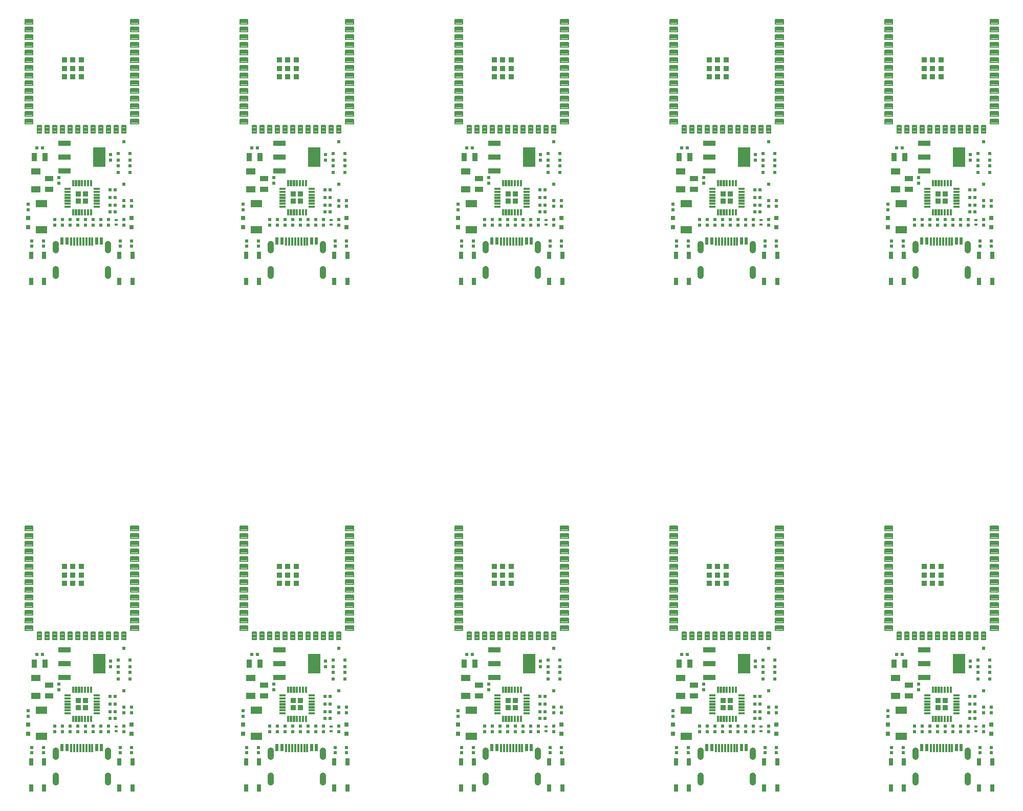
<source format=gtp>
G75*
%MOIN*%
%OFA0B0*%
%FSLAX25Y25*%
%IPPOS*%
%LPD*%
%AMOC8*
5,1,8,0,0,1.08239X$1,22.5*
%
%ADD10R,0.02362X0.05118*%
%ADD11R,0.01181X0.05709*%
%ADD12C,0.04134*%
%ADD13R,0.02559X0.04724*%
%ADD14R,0.08465X0.03740*%
%ADD15R,0.08465X0.12795*%
%ADD16R,0.02441X0.02441*%
%ADD17R,0.07480X0.04724*%
%ADD18R,0.05512X0.03543*%
%ADD19R,0.03543X0.05512*%
%ADD20R,0.03150X0.03150*%
%ADD21R,0.01969X0.01575*%
%ADD22R,0.01969X0.02362*%
%ADD23C,0.00780*%
%ADD24R,0.03543X0.03543*%
%ADD25R,0.03780X0.03780*%
%ADD26C,0.00080*%
%ADD27R,0.06299X0.03937*%
D10*
X0086505Y0128316D03*
X0089654Y0128316D03*
X0108946Y0128316D03*
X0112095Y0128316D03*
X0226505Y0128316D03*
X0229654Y0128316D03*
X0248946Y0128316D03*
X0252095Y0128316D03*
X0366505Y0128316D03*
X0369654Y0128316D03*
X0388946Y0128316D03*
X0392095Y0128316D03*
X0506505Y0128316D03*
X0509654Y0128316D03*
X0528946Y0128316D03*
X0532095Y0128316D03*
X0646505Y0128316D03*
X0649654Y0128316D03*
X0668946Y0128316D03*
X0672095Y0128316D03*
X0672095Y0458316D03*
X0668946Y0458316D03*
X0649654Y0458316D03*
X0646505Y0458316D03*
X0532095Y0458316D03*
X0528946Y0458316D03*
X0509654Y0458316D03*
X0506505Y0458316D03*
X0392095Y0458316D03*
X0388946Y0458316D03*
X0369654Y0458316D03*
X0366505Y0458316D03*
X0252095Y0458316D03*
X0248946Y0458316D03*
X0229654Y0458316D03*
X0226505Y0458316D03*
X0112095Y0458316D03*
X0108946Y0458316D03*
X0089654Y0458316D03*
X0086505Y0458316D03*
D11*
X0092410Y0458020D03*
X0094379Y0458020D03*
X0096347Y0458020D03*
X0098316Y0458020D03*
X0100284Y0458020D03*
X0102253Y0458020D03*
X0104221Y0458020D03*
X0106190Y0458020D03*
X0232410Y0458020D03*
X0234379Y0458020D03*
X0236347Y0458020D03*
X0238316Y0458020D03*
X0240284Y0458020D03*
X0242253Y0458020D03*
X0244221Y0458020D03*
X0246190Y0458020D03*
X0372410Y0458020D03*
X0374379Y0458020D03*
X0376347Y0458020D03*
X0378316Y0458020D03*
X0380284Y0458020D03*
X0382253Y0458020D03*
X0384221Y0458020D03*
X0386190Y0458020D03*
X0512410Y0458020D03*
X0514379Y0458020D03*
X0516347Y0458020D03*
X0518316Y0458020D03*
X0520284Y0458020D03*
X0522253Y0458020D03*
X0524221Y0458020D03*
X0526190Y0458020D03*
X0652410Y0458020D03*
X0654379Y0458020D03*
X0656347Y0458020D03*
X0658316Y0458020D03*
X0660284Y0458020D03*
X0662253Y0458020D03*
X0664221Y0458020D03*
X0666190Y0458020D03*
X0666190Y0128020D03*
X0664221Y0128020D03*
X0662253Y0128020D03*
X0660284Y0128020D03*
X0658316Y0128020D03*
X0656347Y0128020D03*
X0654379Y0128020D03*
X0652410Y0128020D03*
X0526190Y0128020D03*
X0524221Y0128020D03*
X0522253Y0128020D03*
X0520284Y0128020D03*
X0518316Y0128020D03*
X0516347Y0128020D03*
X0514379Y0128020D03*
X0512410Y0128020D03*
X0386190Y0128020D03*
X0384221Y0128020D03*
X0382253Y0128020D03*
X0380284Y0128020D03*
X0378316Y0128020D03*
X0376347Y0128020D03*
X0374379Y0128020D03*
X0372410Y0128020D03*
X0246190Y0128020D03*
X0244221Y0128020D03*
X0242253Y0128020D03*
X0240284Y0128020D03*
X0238316Y0128020D03*
X0236347Y0128020D03*
X0234379Y0128020D03*
X0232410Y0128020D03*
X0106190Y0128020D03*
X0104221Y0128020D03*
X0102253Y0128020D03*
X0100284Y0128020D03*
X0098316Y0128020D03*
X0096347Y0128020D03*
X0094379Y0128020D03*
X0092410Y0128020D03*
D12*
X0082292Y0126490D02*
X0082292Y0122356D01*
X0082292Y0110028D02*
X0082292Y0105894D01*
X0116308Y0105894D02*
X0116308Y0110028D01*
X0116308Y0122356D02*
X0116308Y0126490D01*
X0222292Y0126490D02*
X0222292Y0122356D01*
X0222292Y0110028D02*
X0222292Y0105894D01*
X0256308Y0105894D02*
X0256308Y0110028D01*
X0256308Y0122356D02*
X0256308Y0126490D01*
X0362292Y0126490D02*
X0362292Y0122356D01*
X0362292Y0110028D02*
X0362292Y0105894D01*
X0396308Y0105894D02*
X0396308Y0110028D01*
X0396308Y0122356D02*
X0396308Y0126490D01*
X0502292Y0126490D02*
X0502292Y0122356D01*
X0502292Y0110028D02*
X0502292Y0105894D01*
X0536308Y0105894D02*
X0536308Y0110028D01*
X0536308Y0122356D02*
X0536308Y0126490D01*
X0642292Y0126490D02*
X0642292Y0122356D01*
X0642292Y0110028D02*
X0642292Y0105894D01*
X0676308Y0105894D02*
X0676308Y0110028D01*
X0676308Y0122356D02*
X0676308Y0126490D01*
X0676308Y0435894D02*
X0676308Y0440028D01*
X0676308Y0452356D02*
X0676308Y0456490D01*
X0642292Y0456490D02*
X0642292Y0452356D01*
X0642292Y0440028D02*
X0642292Y0435894D01*
X0536308Y0435894D02*
X0536308Y0440028D01*
X0536308Y0452356D02*
X0536308Y0456490D01*
X0502292Y0456490D02*
X0502292Y0452356D01*
X0502292Y0440028D02*
X0502292Y0435894D01*
X0396308Y0435894D02*
X0396308Y0440028D01*
X0396308Y0452356D02*
X0396308Y0456490D01*
X0362292Y0456490D02*
X0362292Y0452356D01*
X0362292Y0440028D02*
X0362292Y0435894D01*
X0256308Y0435894D02*
X0256308Y0440028D01*
X0256308Y0452356D02*
X0256308Y0456490D01*
X0222292Y0456490D02*
X0222292Y0452356D01*
X0222292Y0440028D02*
X0222292Y0435894D01*
X0116308Y0435894D02*
X0116308Y0440028D01*
X0116308Y0452356D02*
X0116308Y0456490D01*
X0082292Y0456490D02*
X0082292Y0452356D01*
X0082292Y0440028D02*
X0082292Y0435894D01*
D13*
X0066318Y0102085D03*
X0074782Y0102085D03*
X0074782Y0119015D03*
X0066318Y0119015D03*
X0123818Y0119015D03*
X0132282Y0119015D03*
X0132282Y0102085D03*
X0123818Y0102085D03*
X0206318Y0102085D03*
X0214782Y0102085D03*
X0214782Y0119015D03*
X0206318Y0119015D03*
X0263818Y0119015D03*
X0272282Y0119015D03*
X0272282Y0102085D03*
X0263818Y0102085D03*
X0346318Y0102085D03*
X0354782Y0102085D03*
X0354782Y0119015D03*
X0346318Y0119015D03*
X0403818Y0119015D03*
X0412282Y0119015D03*
X0412282Y0102085D03*
X0403818Y0102085D03*
X0486318Y0102085D03*
X0494782Y0102085D03*
X0494782Y0119015D03*
X0486318Y0119015D03*
X0543818Y0119015D03*
X0552282Y0119015D03*
X0552282Y0102085D03*
X0543818Y0102085D03*
X0626318Y0102085D03*
X0634782Y0102085D03*
X0634782Y0119015D03*
X0626318Y0119015D03*
X0683818Y0119015D03*
X0692282Y0119015D03*
X0692282Y0102085D03*
X0683818Y0102085D03*
X0683818Y0432085D03*
X0692282Y0432085D03*
X0692282Y0449015D03*
X0683818Y0449015D03*
X0634782Y0449015D03*
X0626318Y0449015D03*
X0626318Y0432085D03*
X0634782Y0432085D03*
X0552282Y0432085D03*
X0543818Y0432085D03*
X0543818Y0449015D03*
X0552282Y0449015D03*
X0494782Y0449015D03*
X0486318Y0449015D03*
X0486318Y0432085D03*
X0494782Y0432085D03*
X0412282Y0432085D03*
X0403818Y0432085D03*
X0403818Y0449015D03*
X0412282Y0449015D03*
X0354782Y0449015D03*
X0346318Y0449015D03*
X0346318Y0432085D03*
X0354782Y0432085D03*
X0272282Y0432085D03*
X0263818Y0432085D03*
X0263818Y0449015D03*
X0272282Y0449015D03*
X0214782Y0449015D03*
X0206318Y0449015D03*
X0206318Y0432085D03*
X0214782Y0432085D03*
X0132282Y0432085D03*
X0123818Y0432085D03*
X0123818Y0449015D03*
X0132282Y0449015D03*
X0074782Y0449015D03*
X0066318Y0449015D03*
X0066318Y0432085D03*
X0074782Y0432085D03*
D14*
X0087883Y0503995D03*
X0087883Y0513050D03*
X0087883Y0522105D03*
X0227883Y0522105D03*
X0227883Y0513050D03*
X0227883Y0503995D03*
X0367883Y0503995D03*
X0367883Y0513050D03*
X0367883Y0522105D03*
X0507883Y0522105D03*
X0507883Y0513050D03*
X0507883Y0503995D03*
X0647883Y0503995D03*
X0647883Y0513050D03*
X0647883Y0522105D03*
X0647883Y0192105D03*
X0647883Y0183050D03*
X0647883Y0173995D03*
X0507883Y0173995D03*
X0507883Y0183050D03*
X0507883Y0192105D03*
X0367883Y0192105D03*
X0367883Y0183050D03*
X0367883Y0173995D03*
X0227883Y0173995D03*
X0227883Y0183050D03*
X0227883Y0192105D03*
X0087883Y0192105D03*
X0087883Y0183050D03*
X0087883Y0173995D03*
D15*
X0110717Y0183050D03*
X0250717Y0183050D03*
X0390717Y0183050D03*
X0530717Y0183050D03*
X0670717Y0183050D03*
X0670717Y0513050D03*
X0530717Y0513050D03*
X0390717Y0513050D03*
X0250717Y0513050D03*
X0110717Y0513050D03*
D16*
X0118050Y0511278D03*
X0118050Y0514822D03*
X0123050Y0511072D03*
X0123050Y0507528D03*
X0130550Y0507528D03*
X0130550Y0511072D03*
X0121072Y0491800D03*
X0117528Y0491800D03*
X0117528Y0486800D03*
X0121072Y0486800D03*
X0121072Y0481800D03*
X0117528Y0481800D03*
X0117528Y0477425D03*
X0121072Y0477425D03*
X0116800Y0472322D03*
X0116800Y0468778D03*
X0111800Y0468778D03*
X0111800Y0472322D03*
X0106800Y0472322D03*
X0106800Y0468778D03*
X0101800Y0468778D03*
X0101800Y0472322D03*
X0096800Y0472322D03*
X0096800Y0468778D03*
X0091800Y0468778D03*
X0091800Y0472322D03*
X0086800Y0472322D03*
X0086800Y0468778D03*
X0081800Y0468778D03*
X0081800Y0472322D03*
X0074300Y0458572D03*
X0074300Y0455028D03*
X0066800Y0455028D03*
X0066800Y0458572D03*
X0064300Y0478778D03*
X0064300Y0482322D03*
X0084300Y0496278D03*
X0084300Y0499822D03*
X0073572Y0519300D03*
X0070028Y0519300D03*
X0126800Y0484822D03*
X0126800Y0481278D03*
X0131800Y0481278D03*
X0131800Y0484822D03*
X0126800Y0472322D03*
X0126800Y0468778D03*
X0124300Y0458572D03*
X0124300Y0455028D03*
X0131800Y0455028D03*
X0131800Y0458572D03*
X0204300Y0478778D03*
X0204300Y0482322D03*
X0221800Y0472322D03*
X0221800Y0468778D03*
X0226800Y0468778D03*
X0226800Y0472322D03*
X0231800Y0472322D03*
X0231800Y0468778D03*
X0236800Y0468778D03*
X0236800Y0472322D03*
X0241800Y0472322D03*
X0241800Y0468778D03*
X0246800Y0468778D03*
X0246800Y0472322D03*
X0251800Y0472322D03*
X0251800Y0468778D03*
X0256800Y0468778D03*
X0256800Y0472322D03*
X0257528Y0477425D03*
X0261072Y0477425D03*
X0261072Y0481800D03*
X0257528Y0481800D03*
X0257528Y0486800D03*
X0261072Y0486800D03*
X0261072Y0491800D03*
X0257528Y0491800D03*
X0266800Y0484822D03*
X0266800Y0481278D03*
X0271800Y0481278D03*
X0271800Y0484822D03*
X0266800Y0472322D03*
X0266800Y0468778D03*
X0264300Y0458572D03*
X0264300Y0455028D03*
X0271800Y0455028D03*
X0271800Y0458572D03*
X0224300Y0496278D03*
X0224300Y0499822D03*
X0213572Y0519300D03*
X0210028Y0519300D03*
X0258050Y0514822D03*
X0258050Y0511278D03*
X0263050Y0511072D03*
X0263050Y0507528D03*
X0270550Y0507528D03*
X0270550Y0511072D03*
X0214300Y0458572D03*
X0214300Y0455028D03*
X0206800Y0455028D03*
X0206800Y0458572D03*
X0344300Y0478778D03*
X0344300Y0482322D03*
X0361800Y0472322D03*
X0361800Y0468778D03*
X0366800Y0468778D03*
X0366800Y0472322D03*
X0371800Y0472322D03*
X0371800Y0468778D03*
X0376800Y0468778D03*
X0376800Y0472322D03*
X0381800Y0472322D03*
X0381800Y0468778D03*
X0386800Y0468778D03*
X0386800Y0472322D03*
X0391800Y0472322D03*
X0391800Y0468778D03*
X0396800Y0468778D03*
X0396800Y0472322D03*
X0397528Y0477425D03*
X0401072Y0477425D03*
X0401072Y0481800D03*
X0397528Y0481800D03*
X0397528Y0486800D03*
X0401072Y0486800D03*
X0401072Y0491800D03*
X0397528Y0491800D03*
X0406800Y0484822D03*
X0406800Y0481278D03*
X0411800Y0481278D03*
X0411800Y0484822D03*
X0406800Y0472322D03*
X0406800Y0468778D03*
X0404300Y0458572D03*
X0404300Y0455028D03*
X0411800Y0455028D03*
X0411800Y0458572D03*
X0410550Y0507528D03*
X0410550Y0511072D03*
X0403050Y0511072D03*
X0403050Y0507528D03*
X0398050Y0511278D03*
X0398050Y0514822D03*
X0364300Y0499822D03*
X0364300Y0496278D03*
X0353572Y0519300D03*
X0350028Y0519300D03*
X0346800Y0458572D03*
X0346800Y0455028D03*
X0354300Y0455028D03*
X0354300Y0458572D03*
X0484300Y0478778D03*
X0484300Y0482322D03*
X0501800Y0472322D03*
X0501800Y0468778D03*
X0506800Y0468778D03*
X0506800Y0472322D03*
X0511800Y0472322D03*
X0511800Y0468778D03*
X0516800Y0468778D03*
X0516800Y0472322D03*
X0521800Y0472322D03*
X0521800Y0468778D03*
X0526800Y0468778D03*
X0526800Y0472322D03*
X0531800Y0472322D03*
X0531800Y0468778D03*
X0536800Y0468778D03*
X0536800Y0472322D03*
X0537528Y0477425D03*
X0541072Y0477425D03*
X0541072Y0481800D03*
X0537528Y0481800D03*
X0537528Y0486800D03*
X0541072Y0486800D03*
X0541072Y0491800D03*
X0537528Y0491800D03*
X0546800Y0484822D03*
X0546800Y0481278D03*
X0551800Y0481278D03*
X0551800Y0484822D03*
X0546800Y0472322D03*
X0546800Y0468778D03*
X0544300Y0458572D03*
X0544300Y0455028D03*
X0551800Y0455028D03*
X0551800Y0458572D03*
X0504300Y0496278D03*
X0504300Y0499822D03*
X0493572Y0519300D03*
X0490028Y0519300D03*
X0538050Y0514822D03*
X0538050Y0511278D03*
X0543050Y0511072D03*
X0543050Y0507528D03*
X0550550Y0507528D03*
X0550550Y0511072D03*
X0494300Y0458572D03*
X0494300Y0455028D03*
X0486800Y0455028D03*
X0486800Y0458572D03*
X0624300Y0478778D03*
X0624300Y0482322D03*
X0641800Y0472322D03*
X0641800Y0468778D03*
X0646800Y0468778D03*
X0646800Y0472322D03*
X0651800Y0472322D03*
X0651800Y0468778D03*
X0656800Y0468778D03*
X0656800Y0472322D03*
X0661800Y0472322D03*
X0661800Y0468778D03*
X0666800Y0468778D03*
X0666800Y0472322D03*
X0671800Y0472322D03*
X0671800Y0468778D03*
X0676800Y0468778D03*
X0676800Y0472322D03*
X0677528Y0477425D03*
X0681072Y0477425D03*
X0681072Y0481800D03*
X0677528Y0481800D03*
X0677528Y0486800D03*
X0681072Y0486800D03*
X0681072Y0491800D03*
X0677528Y0491800D03*
X0686800Y0484822D03*
X0686800Y0481278D03*
X0691800Y0481278D03*
X0691800Y0484822D03*
X0686800Y0472322D03*
X0686800Y0468778D03*
X0684300Y0458572D03*
X0684300Y0455028D03*
X0691800Y0455028D03*
X0691800Y0458572D03*
X0690550Y0507528D03*
X0690550Y0511072D03*
X0683050Y0511072D03*
X0683050Y0507528D03*
X0678050Y0511278D03*
X0678050Y0514822D03*
X0644300Y0499822D03*
X0644300Y0496278D03*
X0633572Y0519300D03*
X0630028Y0519300D03*
X0626800Y0458572D03*
X0626800Y0455028D03*
X0634300Y0455028D03*
X0634300Y0458572D03*
X0633572Y0189300D03*
X0630028Y0189300D03*
X0644300Y0169822D03*
X0644300Y0166278D03*
X0624300Y0152322D03*
X0624300Y0148778D03*
X0641800Y0142322D03*
X0641800Y0138778D03*
X0646800Y0138778D03*
X0646800Y0142322D03*
X0651800Y0142322D03*
X0651800Y0138778D03*
X0656800Y0138778D03*
X0656800Y0142322D03*
X0661800Y0142322D03*
X0661800Y0138778D03*
X0666800Y0138778D03*
X0666800Y0142322D03*
X0671800Y0142322D03*
X0671800Y0138778D03*
X0676800Y0138778D03*
X0676800Y0142322D03*
X0677528Y0147425D03*
X0681072Y0147425D03*
X0681072Y0151800D03*
X0677528Y0151800D03*
X0677528Y0156800D03*
X0681072Y0156800D03*
X0681072Y0161800D03*
X0677528Y0161800D03*
X0686800Y0154822D03*
X0686800Y0151278D03*
X0691800Y0151278D03*
X0691800Y0154822D03*
X0686800Y0142322D03*
X0686800Y0138778D03*
X0684300Y0128572D03*
X0684300Y0125028D03*
X0691800Y0125028D03*
X0691800Y0128572D03*
X0690550Y0177528D03*
X0690550Y0181072D03*
X0683050Y0181072D03*
X0683050Y0177528D03*
X0678050Y0181278D03*
X0678050Y0184822D03*
X0634300Y0128572D03*
X0634300Y0125028D03*
X0626800Y0125028D03*
X0626800Y0128572D03*
X0551800Y0128572D03*
X0551800Y0125028D03*
X0544300Y0125028D03*
X0544300Y0128572D03*
X0546800Y0138778D03*
X0546800Y0142322D03*
X0541072Y0147425D03*
X0537528Y0147425D03*
X0537528Y0151800D03*
X0541072Y0151800D03*
X0541072Y0156800D03*
X0537528Y0156800D03*
X0537528Y0161800D03*
X0541072Y0161800D03*
X0546800Y0154822D03*
X0546800Y0151278D03*
X0551800Y0151278D03*
X0551800Y0154822D03*
X0536800Y0142322D03*
X0536800Y0138778D03*
X0531800Y0138778D03*
X0531800Y0142322D03*
X0526800Y0142322D03*
X0526800Y0138778D03*
X0521800Y0138778D03*
X0521800Y0142322D03*
X0516800Y0142322D03*
X0516800Y0138778D03*
X0511800Y0138778D03*
X0511800Y0142322D03*
X0506800Y0142322D03*
X0506800Y0138778D03*
X0501800Y0138778D03*
X0501800Y0142322D03*
X0494300Y0128572D03*
X0494300Y0125028D03*
X0486800Y0125028D03*
X0486800Y0128572D03*
X0484300Y0148778D03*
X0484300Y0152322D03*
X0504300Y0166278D03*
X0504300Y0169822D03*
X0493572Y0189300D03*
X0490028Y0189300D03*
X0538050Y0184822D03*
X0538050Y0181278D03*
X0543050Y0181072D03*
X0543050Y0177528D03*
X0550550Y0177528D03*
X0550550Y0181072D03*
X0410550Y0181072D03*
X0410550Y0177528D03*
X0403050Y0177528D03*
X0403050Y0181072D03*
X0398050Y0181278D03*
X0398050Y0184822D03*
X0397528Y0161800D03*
X0401072Y0161800D03*
X0401072Y0156800D03*
X0397528Y0156800D03*
X0397528Y0151800D03*
X0401072Y0151800D03*
X0401072Y0147425D03*
X0397528Y0147425D03*
X0396800Y0142322D03*
X0396800Y0138778D03*
X0391800Y0138778D03*
X0391800Y0142322D03*
X0386800Y0142322D03*
X0386800Y0138778D03*
X0381800Y0138778D03*
X0381800Y0142322D03*
X0376800Y0142322D03*
X0376800Y0138778D03*
X0371800Y0138778D03*
X0371800Y0142322D03*
X0366800Y0142322D03*
X0366800Y0138778D03*
X0361800Y0138778D03*
X0361800Y0142322D03*
X0354300Y0128572D03*
X0354300Y0125028D03*
X0346800Y0125028D03*
X0346800Y0128572D03*
X0344300Y0148778D03*
X0344300Y0152322D03*
X0364300Y0166278D03*
X0364300Y0169822D03*
X0353572Y0189300D03*
X0350028Y0189300D03*
X0406800Y0154822D03*
X0406800Y0151278D03*
X0411800Y0151278D03*
X0411800Y0154822D03*
X0406800Y0142322D03*
X0406800Y0138778D03*
X0404300Y0128572D03*
X0404300Y0125028D03*
X0411800Y0125028D03*
X0411800Y0128572D03*
X0271800Y0128572D03*
X0271800Y0125028D03*
X0264300Y0125028D03*
X0264300Y0128572D03*
X0266800Y0138778D03*
X0266800Y0142322D03*
X0261072Y0147425D03*
X0257528Y0147425D03*
X0257528Y0151800D03*
X0261072Y0151800D03*
X0261072Y0156800D03*
X0257528Y0156800D03*
X0257528Y0161800D03*
X0261072Y0161800D03*
X0266800Y0154822D03*
X0266800Y0151278D03*
X0271800Y0151278D03*
X0271800Y0154822D03*
X0256800Y0142322D03*
X0256800Y0138778D03*
X0251800Y0138778D03*
X0251800Y0142322D03*
X0246800Y0142322D03*
X0246800Y0138778D03*
X0241800Y0138778D03*
X0241800Y0142322D03*
X0236800Y0142322D03*
X0236800Y0138778D03*
X0231800Y0138778D03*
X0231800Y0142322D03*
X0226800Y0142322D03*
X0226800Y0138778D03*
X0221800Y0138778D03*
X0221800Y0142322D03*
X0214300Y0128572D03*
X0214300Y0125028D03*
X0206800Y0125028D03*
X0206800Y0128572D03*
X0204300Y0148778D03*
X0204300Y0152322D03*
X0224300Y0166278D03*
X0224300Y0169822D03*
X0213572Y0189300D03*
X0210028Y0189300D03*
X0258050Y0184822D03*
X0258050Y0181278D03*
X0263050Y0181072D03*
X0263050Y0177528D03*
X0270550Y0177528D03*
X0270550Y0181072D03*
X0130550Y0181072D03*
X0130550Y0177528D03*
X0123050Y0177528D03*
X0123050Y0181072D03*
X0118050Y0181278D03*
X0118050Y0184822D03*
X0117528Y0161800D03*
X0121072Y0161800D03*
X0121072Y0156800D03*
X0117528Y0156800D03*
X0117528Y0151800D03*
X0121072Y0151800D03*
X0121072Y0147425D03*
X0117528Y0147425D03*
X0116800Y0142322D03*
X0116800Y0138778D03*
X0111800Y0138778D03*
X0111800Y0142322D03*
X0106800Y0142322D03*
X0106800Y0138778D03*
X0101800Y0138778D03*
X0101800Y0142322D03*
X0096800Y0142322D03*
X0096800Y0138778D03*
X0091800Y0138778D03*
X0091800Y0142322D03*
X0086800Y0142322D03*
X0086800Y0138778D03*
X0081800Y0138778D03*
X0081800Y0142322D03*
X0074300Y0128572D03*
X0074300Y0125028D03*
X0066800Y0125028D03*
X0066800Y0128572D03*
X0064300Y0148778D03*
X0064300Y0152322D03*
X0084300Y0166278D03*
X0084300Y0169822D03*
X0073572Y0189300D03*
X0070028Y0189300D03*
X0126800Y0154822D03*
X0126800Y0151278D03*
X0131800Y0151278D03*
X0131800Y0154822D03*
X0126800Y0142322D03*
X0126800Y0138778D03*
X0124300Y0128572D03*
X0124300Y0125028D03*
X0131800Y0125028D03*
X0131800Y0128572D03*
D17*
X0073050Y0135639D03*
X0073050Y0152961D03*
X0213050Y0152961D03*
X0213050Y0135639D03*
X0353050Y0135639D03*
X0353050Y0152961D03*
X0493050Y0152961D03*
X0493050Y0135639D03*
X0633050Y0135639D03*
X0633050Y0152961D03*
X0633050Y0465639D03*
X0633050Y0482961D03*
X0493050Y0482961D03*
X0493050Y0465639D03*
X0353050Y0465639D03*
X0353050Y0482961D03*
X0213050Y0482961D03*
X0213050Y0465639D03*
X0073050Y0465639D03*
X0073050Y0482961D03*
D18*
X0078050Y0492007D03*
X0078050Y0499093D03*
X0218050Y0499093D03*
X0218050Y0492007D03*
X0358050Y0492007D03*
X0358050Y0499093D03*
X0498050Y0499093D03*
X0498050Y0492007D03*
X0638050Y0492007D03*
X0638050Y0499093D03*
X0638050Y0169093D03*
X0638050Y0162007D03*
X0498050Y0162007D03*
X0498050Y0169093D03*
X0358050Y0169093D03*
X0358050Y0162007D03*
X0218050Y0162007D03*
X0218050Y0169093D03*
X0078050Y0169093D03*
X0078050Y0162007D03*
D19*
X0075343Y0183050D03*
X0068257Y0183050D03*
X0208257Y0183050D03*
X0215343Y0183050D03*
X0348257Y0183050D03*
X0355343Y0183050D03*
X0488257Y0183050D03*
X0495343Y0183050D03*
X0628257Y0183050D03*
X0635343Y0183050D03*
X0635343Y0513050D03*
X0628257Y0513050D03*
X0495343Y0513050D03*
X0488257Y0513050D03*
X0355343Y0513050D03*
X0348257Y0513050D03*
X0215343Y0513050D03*
X0208257Y0513050D03*
X0075343Y0513050D03*
X0068257Y0513050D03*
D20*
X0064300Y0473503D03*
X0064300Y0467597D03*
X0131800Y0467597D03*
X0131800Y0473503D03*
X0204300Y0473503D03*
X0204300Y0467597D03*
X0271800Y0467597D03*
X0271800Y0473503D03*
X0344300Y0473503D03*
X0344300Y0467597D03*
X0411800Y0467597D03*
X0411800Y0473503D03*
X0484300Y0473503D03*
X0484300Y0467597D03*
X0551800Y0467597D03*
X0551800Y0473503D03*
X0624300Y0473503D03*
X0624300Y0467597D03*
X0691800Y0467597D03*
X0691800Y0473503D03*
X0691800Y0143503D03*
X0691800Y0137597D03*
X0624300Y0137597D03*
X0624300Y0143503D03*
X0551800Y0143503D03*
X0551800Y0137597D03*
X0484300Y0137597D03*
X0484300Y0143503D03*
X0411800Y0143503D03*
X0411800Y0137597D03*
X0344300Y0137597D03*
X0344300Y0143503D03*
X0271800Y0143503D03*
X0271800Y0137597D03*
X0204300Y0137597D03*
X0204300Y0143503D03*
X0131800Y0143503D03*
X0131800Y0137597D03*
X0064300Y0137597D03*
X0064300Y0143503D03*
D21*
X0121800Y0142125D03*
X0121800Y0138975D03*
X0261800Y0138975D03*
X0261800Y0142125D03*
X0401800Y0142125D03*
X0401800Y0138975D03*
X0541800Y0138975D03*
X0541800Y0142125D03*
X0681800Y0142125D03*
X0681800Y0138975D03*
X0681800Y0468975D03*
X0681800Y0472125D03*
X0541800Y0472125D03*
X0541800Y0468975D03*
X0401800Y0468975D03*
X0401800Y0472125D03*
X0261800Y0472125D03*
X0261800Y0468975D03*
X0121800Y0468975D03*
X0121800Y0472125D03*
D22*
X0126800Y0495363D03*
X0123060Y0503237D03*
X0130540Y0503237D03*
X0130540Y0515363D03*
X0123060Y0515363D03*
X0126800Y0523237D03*
X0263060Y0515363D03*
X0270540Y0515363D03*
X0266800Y0523237D03*
X0263060Y0503237D03*
X0270540Y0503237D03*
X0266800Y0495363D03*
X0403060Y0503237D03*
X0410540Y0503237D03*
X0410540Y0515363D03*
X0403060Y0515363D03*
X0406800Y0523237D03*
X0406800Y0495363D03*
X0543060Y0503237D03*
X0550540Y0503237D03*
X0550540Y0515363D03*
X0543060Y0515363D03*
X0546800Y0523237D03*
X0546800Y0495363D03*
X0683060Y0503237D03*
X0690540Y0503237D03*
X0690540Y0515363D03*
X0683060Y0515363D03*
X0686800Y0523237D03*
X0686800Y0495363D03*
X0686800Y0193237D03*
X0683060Y0185363D03*
X0690540Y0185363D03*
X0690540Y0173237D03*
X0683060Y0173237D03*
X0686800Y0165363D03*
X0550540Y0173237D03*
X0543060Y0173237D03*
X0546800Y0165363D03*
X0543060Y0185363D03*
X0550540Y0185363D03*
X0546800Y0193237D03*
X0410540Y0185363D03*
X0403060Y0185363D03*
X0406800Y0193237D03*
X0403060Y0173237D03*
X0410540Y0173237D03*
X0406800Y0165363D03*
X0270540Y0173237D03*
X0263060Y0173237D03*
X0266800Y0165363D03*
X0263060Y0185363D03*
X0270540Y0185363D03*
X0266800Y0193237D03*
X0130540Y0185363D03*
X0123060Y0185363D03*
X0126800Y0193237D03*
X0123060Y0173237D03*
X0130540Y0173237D03*
X0126800Y0165363D03*
D23*
X0128181Y0198774D02*
X0128181Y0203900D01*
X0128181Y0198774D02*
X0125419Y0198774D01*
X0125419Y0203900D01*
X0128181Y0203900D01*
X0128181Y0199553D02*
X0125419Y0199553D01*
X0125419Y0200332D02*
X0128181Y0200332D01*
X0128181Y0201111D02*
X0125419Y0201111D01*
X0125419Y0201890D02*
X0128181Y0201890D01*
X0128181Y0202669D02*
X0125419Y0202669D01*
X0125419Y0203448D02*
X0128181Y0203448D01*
X0131186Y0207640D02*
X0136312Y0207640D01*
X0136312Y0204878D01*
X0131186Y0204878D01*
X0131186Y0207640D01*
X0131186Y0205657D02*
X0136312Y0205657D01*
X0136312Y0206436D02*
X0131186Y0206436D01*
X0131186Y0207215D02*
X0136312Y0207215D01*
X0136312Y0212640D02*
X0131186Y0212640D01*
X0136312Y0212640D02*
X0136312Y0209878D01*
X0131186Y0209878D01*
X0131186Y0212640D01*
X0131186Y0210657D02*
X0136312Y0210657D01*
X0136312Y0211436D02*
X0131186Y0211436D01*
X0131186Y0212215D02*
X0136312Y0212215D01*
X0136312Y0217640D02*
X0131186Y0217640D01*
X0136312Y0217640D02*
X0136312Y0214878D01*
X0131186Y0214878D01*
X0131186Y0217640D01*
X0131186Y0215657D02*
X0136312Y0215657D01*
X0136312Y0216436D02*
X0131186Y0216436D01*
X0131186Y0217215D02*
X0136312Y0217215D01*
X0136312Y0222640D02*
X0131186Y0222640D01*
X0136312Y0222640D02*
X0136312Y0219878D01*
X0131186Y0219878D01*
X0131186Y0222640D01*
X0131186Y0220657D02*
X0136312Y0220657D01*
X0136312Y0221436D02*
X0131186Y0221436D01*
X0131186Y0222215D02*
X0136312Y0222215D01*
X0136312Y0227640D02*
X0131186Y0227640D01*
X0136312Y0227640D02*
X0136312Y0224878D01*
X0131186Y0224878D01*
X0131186Y0227640D01*
X0131186Y0225657D02*
X0136312Y0225657D01*
X0136312Y0226436D02*
X0131186Y0226436D01*
X0131186Y0227215D02*
X0136312Y0227215D01*
X0136312Y0232640D02*
X0131186Y0232640D01*
X0136312Y0232640D02*
X0136312Y0229878D01*
X0131186Y0229878D01*
X0131186Y0232640D01*
X0131186Y0230657D02*
X0136312Y0230657D01*
X0136312Y0231436D02*
X0131186Y0231436D01*
X0131186Y0232215D02*
X0136312Y0232215D01*
X0136312Y0237640D02*
X0131186Y0237640D01*
X0136312Y0237640D02*
X0136312Y0234878D01*
X0131186Y0234878D01*
X0131186Y0237640D01*
X0131186Y0235657D02*
X0136312Y0235657D01*
X0136312Y0236436D02*
X0131186Y0236436D01*
X0131186Y0237215D02*
X0136312Y0237215D01*
X0136312Y0242640D02*
X0131186Y0242640D01*
X0136312Y0242640D02*
X0136312Y0239878D01*
X0131186Y0239878D01*
X0131186Y0242640D01*
X0131186Y0240657D02*
X0136312Y0240657D01*
X0136312Y0241436D02*
X0131186Y0241436D01*
X0131186Y0242215D02*
X0136312Y0242215D01*
X0136312Y0247640D02*
X0131186Y0247640D01*
X0136312Y0247640D02*
X0136312Y0244878D01*
X0131186Y0244878D01*
X0131186Y0247640D01*
X0131186Y0245657D02*
X0136312Y0245657D01*
X0136312Y0246436D02*
X0131186Y0246436D01*
X0131186Y0247215D02*
X0136312Y0247215D01*
X0136312Y0252640D02*
X0131186Y0252640D01*
X0136312Y0252640D02*
X0136312Y0249878D01*
X0131186Y0249878D01*
X0131186Y0252640D01*
X0131186Y0250657D02*
X0136312Y0250657D01*
X0136312Y0251436D02*
X0131186Y0251436D01*
X0131186Y0252215D02*
X0136312Y0252215D01*
X0136312Y0257640D02*
X0131186Y0257640D01*
X0136312Y0257640D02*
X0136312Y0254878D01*
X0131186Y0254878D01*
X0131186Y0257640D01*
X0131186Y0255657D02*
X0136312Y0255657D01*
X0136312Y0256436D02*
X0131186Y0256436D01*
X0131186Y0257215D02*
X0136312Y0257215D01*
X0136312Y0262640D02*
X0131186Y0262640D01*
X0136312Y0262640D02*
X0136312Y0259878D01*
X0131186Y0259878D01*
X0131186Y0262640D01*
X0131186Y0260657D02*
X0136312Y0260657D01*
X0136312Y0261436D02*
X0131186Y0261436D01*
X0131186Y0262215D02*
X0136312Y0262215D01*
X0136312Y0267640D02*
X0131186Y0267640D01*
X0136312Y0267640D02*
X0136312Y0264878D01*
X0131186Y0264878D01*
X0131186Y0267640D01*
X0131186Y0265657D02*
X0136312Y0265657D01*
X0136312Y0266436D02*
X0131186Y0266436D01*
X0131186Y0267215D02*
X0136312Y0267215D01*
X0136312Y0272640D02*
X0131186Y0272640D01*
X0136312Y0272640D02*
X0136312Y0269878D01*
X0131186Y0269878D01*
X0131186Y0272640D01*
X0131186Y0270657D02*
X0136312Y0270657D01*
X0136312Y0271436D02*
X0131186Y0271436D01*
X0131186Y0272215D02*
X0136312Y0272215D01*
X0202288Y0269878D02*
X0207414Y0269878D01*
X0202288Y0269878D02*
X0202288Y0272640D01*
X0207414Y0272640D01*
X0207414Y0269878D01*
X0207414Y0270657D02*
X0202288Y0270657D01*
X0202288Y0271436D02*
X0207414Y0271436D01*
X0207414Y0272215D02*
X0202288Y0272215D01*
X0202288Y0264878D02*
X0207414Y0264878D01*
X0202288Y0264878D02*
X0202288Y0267640D01*
X0207414Y0267640D01*
X0207414Y0264878D01*
X0207414Y0265657D02*
X0202288Y0265657D01*
X0202288Y0266436D02*
X0207414Y0266436D01*
X0207414Y0267215D02*
X0202288Y0267215D01*
X0202288Y0259878D02*
X0207414Y0259878D01*
X0202288Y0259878D02*
X0202288Y0262640D01*
X0207414Y0262640D01*
X0207414Y0259878D01*
X0207414Y0260657D02*
X0202288Y0260657D01*
X0202288Y0261436D02*
X0207414Y0261436D01*
X0207414Y0262215D02*
X0202288Y0262215D01*
X0202288Y0254878D02*
X0207414Y0254878D01*
X0202288Y0254878D02*
X0202288Y0257640D01*
X0207414Y0257640D01*
X0207414Y0254878D01*
X0207414Y0255657D02*
X0202288Y0255657D01*
X0202288Y0256436D02*
X0207414Y0256436D01*
X0207414Y0257215D02*
X0202288Y0257215D01*
X0202288Y0249878D02*
X0207414Y0249878D01*
X0202288Y0249878D02*
X0202288Y0252640D01*
X0207414Y0252640D01*
X0207414Y0249878D01*
X0207414Y0250657D02*
X0202288Y0250657D01*
X0202288Y0251436D02*
X0207414Y0251436D01*
X0207414Y0252215D02*
X0202288Y0252215D01*
X0202288Y0244878D02*
X0207414Y0244878D01*
X0202288Y0244878D02*
X0202288Y0247640D01*
X0207414Y0247640D01*
X0207414Y0244878D01*
X0207414Y0245657D02*
X0202288Y0245657D01*
X0202288Y0246436D02*
X0207414Y0246436D01*
X0207414Y0247215D02*
X0202288Y0247215D01*
X0202288Y0239878D02*
X0207414Y0239878D01*
X0202288Y0239878D02*
X0202288Y0242640D01*
X0207414Y0242640D01*
X0207414Y0239878D01*
X0207414Y0240657D02*
X0202288Y0240657D01*
X0202288Y0241436D02*
X0207414Y0241436D01*
X0207414Y0242215D02*
X0202288Y0242215D01*
X0202288Y0234878D02*
X0207414Y0234878D01*
X0202288Y0234878D02*
X0202288Y0237640D01*
X0207414Y0237640D01*
X0207414Y0234878D01*
X0207414Y0235657D02*
X0202288Y0235657D01*
X0202288Y0236436D02*
X0207414Y0236436D01*
X0207414Y0237215D02*
X0202288Y0237215D01*
X0202288Y0229878D02*
X0207414Y0229878D01*
X0202288Y0229878D02*
X0202288Y0232640D01*
X0207414Y0232640D01*
X0207414Y0229878D01*
X0207414Y0230657D02*
X0202288Y0230657D01*
X0202288Y0231436D02*
X0207414Y0231436D01*
X0207414Y0232215D02*
X0202288Y0232215D01*
X0202288Y0224878D02*
X0207414Y0224878D01*
X0202288Y0224878D02*
X0202288Y0227640D01*
X0207414Y0227640D01*
X0207414Y0224878D01*
X0207414Y0225657D02*
X0202288Y0225657D01*
X0202288Y0226436D02*
X0207414Y0226436D01*
X0207414Y0227215D02*
X0202288Y0227215D01*
X0202288Y0219878D02*
X0207414Y0219878D01*
X0202288Y0219878D02*
X0202288Y0222640D01*
X0207414Y0222640D01*
X0207414Y0219878D01*
X0207414Y0220657D02*
X0202288Y0220657D01*
X0202288Y0221436D02*
X0207414Y0221436D01*
X0207414Y0222215D02*
X0202288Y0222215D01*
X0202288Y0214878D02*
X0207414Y0214878D01*
X0202288Y0214878D02*
X0202288Y0217640D01*
X0207414Y0217640D01*
X0207414Y0214878D01*
X0207414Y0215657D02*
X0202288Y0215657D01*
X0202288Y0216436D02*
X0207414Y0216436D01*
X0207414Y0217215D02*
X0202288Y0217215D01*
X0202288Y0209878D02*
X0207414Y0209878D01*
X0202288Y0209878D02*
X0202288Y0212640D01*
X0207414Y0212640D01*
X0207414Y0209878D01*
X0207414Y0210657D02*
X0202288Y0210657D01*
X0202288Y0211436D02*
X0207414Y0211436D01*
X0207414Y0212215D02*
X0202288Y0212215D01*
X0202288Y0204878D02*
X0207414Y0204878D01*
X0202288Y0204878D02*
X0202288Y0207640D01*
X0207414Y0207640D01*
X0207414Y0204878D01*
X0207414Y0205657D02*
X0202288Y0205657D01*
X0202288Y0206436D02*
X0207414Y0206436D01*
X0207414Y0207215D02*
X0202288Y0207215D01*
X0213181Y0203900D02*
X0213181Y0198774D01*
X0210419Y0198774D01*
X0210419Y0203900D01*
X0213181Y0203900D01*
X0213181Y0199553D02*
X0210419Y0199553D01*
X0210419Y0200332D02*
X0213181Y0200332D01*
X0213181Y0201111D02*
X0210419Y0201111D01*
X0210419Y0201890D02*
X0213181Y0201890D01*
X0213181Y0202669D02*
X0210419Y0202669D01*
X0210419Y0203448D02*
X0213181Y0203448D01*
X0218181Y0203900D02*
X0218181Y0198774D01*
X0215419Y0198774D01*
X0215419Y0203900D01*
X0218181Y0203900D01*
X0218181Y0199553D02*
X0215419Y0199553D01*
X0215419Y0200332D02*
X0218181Y0200332D01*
X0218181Y0201111D02*
X0215419Y0201111D01*
X0215419Y0201890D02*
X0218181Y0201890D01*
X0218181Y0202669D02*
X0215419Y0202669D01*
X0215419Y0203448D02*
X0218181Y0203448D01*
X0223181Y0203900D02*
X0223181Y0198774D01*
X0220419Y0198774D01*
X0220419Y0203900D01*
X0223181Y0203900D01*
X0223181Y0199553D02*
X0220419Y0199553D01*
X0220419Y0200332D02*
X0223181Y0200332D01*
X0223181Y0201111D02*
X0220419Y0201111D01*
X0220419Y0201890D02*
X0223181Y0201890D01*
X0223181Y0202669D02*
X0220419Y0202669D01*
X0220419Y0203448D02*
X0223181Y0203448D01*
X0228181Y0203900D02*
X0228181Y0198774D01*
X0225419Y0198774D01*
X0225419Y0203900D01*
X0228181Y0203900D01*
X0228181Y0199553D02*
X0225419Y0199553D01*
X0225419Y0200332D02*
X0228181Y0200332D01*
X0228181Y0201111D02*
X0225419Y0201111D01*
X0225419Y0201890D02*
X0228181Y0201890D01*
X0228181Y0202669D02*
X0225419Y0202669D01*
X0225419Y0203448D02*
X0228181Y0203448D01*
X0233181Y0203900D02*
X0233181Y0198774D01*
X0230419Y0198774D01*
X0230419Y0203900D01*
X0233181Y0203900D01*
X0233181Y0199553D02*
X0230419Y0199553D01*
X0230419Y0200332D02*
X0233181Y0200332D01*
X0233181Y0201111D02*
X0230419Y0201111D01*
X0230419Y0201890D02*
X0233181Y0201890D01*
X0233181Y0202669D02*
X0230419Y0202669D01*
X0230419Y0203448D02*
X0233181Y0203448D01*
X0238181Y0203900D02*
X0238181Y0198774D01*
X0235419Y0198774D01*
X0235419Y0203900D01*
X0238181Y0203900D01*
X0238181Y0199553D02*
X0235419Y0199553D01*
X0235419Y0200332D02*
X0238181Y0200332D01*
X0238181Y0201111D02*
X0235419Y0201111D01*
X0235419Y0201890D02*
X0238181Y0201890D01*
X0238181Y0202669D02*
X0235419Y0202669D01*
X0235419Y0203448D02*
X0238181Y0203448D01*
X0243181Y0203900D02*
X0243181Y0198774D01*
X0240419Y0198774D01*
X0240419Y0203900D01*
X0243181Y0203900D01*
X0243181Y0199553D02*
X0240419Y0199553D01*
X0240419Y0200332D02*
X0243181Y0200332D01*
X0243181Y0201111D02*
X0240419Y0201111D01*
X0240419Y0201890D02*
X0243181Y0201890D01*
X0243181Y0202669D02*
X0240419Y0202669D01*
X0240419Y0203448D02*
X0243181Y0203448D01*
X0248181Y0203900D02*
X0248181Y0198774D01*
X0245419Y0198774D01*
X0245419Y0203900D01*
X0248181Y0203900D01*
X0248181Y0199553D02*
X0245419Y0199553D01*
X0245419Y0200332D02*
X0248181Y0200332D01*
X0248181Y0201111D02*
X0245419Y0201111D01*
X0245419Y0201890D02*
X0248181Y0201890D01*
X0248181Y0202669D02*
X0245419Y0202669D01*
X0245419Y0203448D02*
X0248181Y0203448D01*
X0253181Y0203900D02*
X0253181Y0198774D01*
X0250419Y0198774D01*
X0250419Y0203900D01*
X0253181Y0203900D01*
X0253181Y0199553D02*
X0250419Y0199553D01*
X0250419Y0200332D02*
X0253181Y0200332D01*
X0253181Y0201111D02*
X0250419Y0201111D01*
X0250419Y0201890D02*
X0253181Y0201890D01*
X0253181Y0202669D02*
X0250419Y0202669D01*
X0250419Y0203448D02*
X0253181Y0203448D01*
X0258181Y0203900D02*
X0258181Y0198774D01*
X0255419Y0198774D01*
X0255419Y0203900D01*
X0258181Y0203900D01*
X0258181Y0199553D02*
X0255419Y0199553D01*
X0255419Y0200332D02*
X0258181Y0200332D01*
X0258181Y0201111D02*
X0255419Y0201111D01*
X0255419Y0201890D02*
X0258181Y0201890D01*
X0258181Y0202669D02*
X0255419Y0202669D01*
X0255419Y0203448D02*
X0258181Y0203448D01*
X0263181Y0203900D02*
X0263181Y0198774D01*
X0260419Y0198774D01*
X0260419Y0203900D01*
X0263181Y0203900D01*
X0263181Y0199553D02*
X0260419Y0199553D01*
X0260419Y0200332D02*
X0263181Y0200332D01*
X0263181Y0201111D02*
X0260419Y0201111D01*
X0260419Y0201890D02*
X0263181Y0201890D01*
X0263181Y0202669D02*
X0260419Y0202669D01*
X0260419Y0203448D02*
X0263181Y0203448D01*
X0268181Y0203900D02*
X0268181Y0198774D01*
X0265419Y0198774D01*
X0265419Y0203900D01*
X0268181Y0203900D01*
X0268181Y0199553D02*
X0265419Y0199553D01*
X0265419Y0200332D02*
X0268181Y0200332D01*
X0268181Y0201111D02*
X0265419Y0201111D01*
X0265419Y0201890D02*
X0268181Y0201890D01*
X0268181Y0202669D02*
X0265419Y0202669D01*
X0265419Y0203448D02*
X0268181Y0203448D01*
X0271186Y0207640D02*
X0276312Y0207640D01*
X0276312Y0204878D01*
X0271186Y0204878D01*
X0271186Y0207640D01*
X0271186Y0205657D02*
X0276312Y0205657D01*
X0276312Y0206436D02*
X0271186Y0206436D01*
X0271186Y0207215D02*
X0276312Y0207215D01*
X0276312Y0212640D02*
X0271186Y0212640D01*
X0276312Y0212640D02*
X0276312Y0209878D01*
X0271186Y0209878D01*
X0271186Y0212640D01*
X0271186Y0210657D02*
X0276312Y0210657D01*
X0276312Y0211436D02*
X0271186Y0211436D01*
X0271186Y0212215D02*
X0276312Y0212215D01*
X0276312Y0217640D02*
X0271186Y0217640D01*
X0276312Y0217640D02*
X0276312Y0214878D01*
X0271186Y0214878D01*
X0271186Y0217640D01*
X0271186Y0215657D02*
X0276312Y0215657D01*
X0276312Y0216436D02*
X0271186Y0216436D01*
X0271186Y0217215D02*
X0276312Y0217215D01*
X0276312Y0222640D02*
X0271186Y0222640D01*
X0276312Y0222640D02*
X0276312Y0219878D01*
X0271186Y0219878D01*
X0271186Y0222640D01*
X0271186Y0220657D02*
X0276312Y0220657D01*
X0276312Y0221436D02*
X0271186Y0221436D01*
X0271186Y0222215D02*
X0276312Y0222215D01*
X0276312Y0227640D02*
X0271186Y0227640D01*
X0276312Y0227640D02*
X0276312Y0224878D01*
X0271186Y0224878D01*
X0271186Y0227640D01*
X0271186Y0225657D02*
X0276312Y0225657D01*
X0276312Y0226436D02*
X0271186Y0226436D01*
X0271186Y0227215D02*
X0276312Y0227215D01*
X0276312Y0232640D02*
X0271186Y0232640D01*
X0276312Y0232640D02*
X0276312Y0229878D01*
X0271186Y0229878D01*
X0271186Y0232640D01*
X0271186Y0230657D02*
X0276312Y0230657D01*
X0276312Y0231436D02*
X0271186Y0231436D01*
X0271186Y0232215D02*
X0276312Y0232215D01*
X0276312Y0237640D02*
X0271186Y0237640D01*
X0276312Y0237640D02*
X0276312Y0234878D01*
X0271186Y0234878D01*
X0271186Y0237640D01*
X0271186Y0235657D02*
X0276312Y0235657D01*
X0276312Y0236436D02*
X0271186Y0236436D01*
X0271186Y0237215D02*
X0276312Y0237215D01*
X0276312Y0242640D02*
X0271186Y0242640D01*
X0276312Y0242640D02*
X0276312Y0239878D01*
X0271186Y0239878D01*
X0271186Y0242640D01*
X0271186Y0240657D02*
X0276312Y0240657D01*
X0276312Y0241436D02*
X0271186Y0241436D01*
X0271186Y0242215D02*
X0276312Y0242215D01*
X0276312Y0247640D02*
X0271186Y0247640D01*
X0276312Y0247640D02*
X0276312Y0244878D01*
X0271186Y0244878D01*
X0271186Y0247640D01*
X0271186Y0245657D02*
X0276312Y0245657D01*
X0276312Y0246436D02*
X0271186Y0246436D01*
X0271186Y0247215D02*
X0276312Y0247215D01*
X0276312Y0252640D02*
X0271186Y0252640D01*
X0276312Y0252640D02*
X0276312Y0249878D01*
X0271186Y0249878D01*
X0271186Y0252640D01*
X0271186Y0250657D02*
X0276312Y0250657D01*
X0276312Y0251436D02*
X0271186Y0251436D01*
X0271186Y0252215D02*
X0276312Y0252215D01*
X0276312Y0257640D02*
X0271186Y0257640D01*
X0276312Y0257640D02*
X0276312Y0254878D01*
X0271186Y0254878D01*
X0271186Y0257640D01*
X0271186Y0255657D02*
X0276312Y0255657D01*
X0276312Y0256436D02*
X0271186Y0256436D01*
X0271186Y0257215D02*
X0276312Y0257215D01*
X0276312Y0262640D02*
X0271186Y0262640D01*
X0276312Y0262640D02*
X0276312Y0259878D01*
X0271186Y0259878D01*
X0271186Y0262640D01*
X0271186Y0260657D02*
X0276312Y0260657D01*
X0276312Y0261436D02*
X0271186Y0261436D01*
X0271186Y0262215D02*
X0276312Y0262215D01*
X0276312Y0267640D02*
X0271186Y0267640D01*
X0276312Y0267640D02*
X0276312Y0264878D01*
X0271186Y0264878D01*
X0271186Y0267640D01*
X0271186Y0265657D02*
X0276312Y0265657D01*
X0276312Y0266436D02*
X0271186Y0266436D01*
X0271186Y0267215D02*
X0276312Y0267215D01*
X0276312Y0272640D02*
X0271186Y0272640D01*
X0276312Y0272640D02*
X0276312Y0269878D01*
X0271186Y0269878D01*
X0271186Y0272640D01*
X0271186Y0270657D02*
X0276312Y0270657D01*
X0276312Y0271436D02*
X0271186Y0271436D01*
X0271186Y0272215D02*
X0276312Y0272215D01*
X0342288Y0269878D02*
X0347414Y0269878D01*
X0342288Y0269878D02*
X0342288Y0272640D01*
X0347414Y0272640D01*
X0347414Y0269878D01*
X0347414Y0270657D02*
X0342288Y0270657D01*
X0342288Y0271436D02*
X0347414Y0271436D01*
X0347414Y0272215D02*
X0342288Y0272215D01*
X0342288Y0264878D02*
X0347414Y0264878D01*
X0342288Y0264878D02*
X0342288Y0267640D01*
X0347414Y0267640D01*
X0347414Y0264878D01*
X0347414Y0265657D02*
X0342288Y0265657D01*
X0342288Y0266436D02*
X0347414Y0266436D01*
X0347414Y0267215D02*
X0342288Y0267215D01*
X0342288Y0259878D02*
X0347414Y0259878D01*
X0342288Y0259878D02*
X0342288Y0262640D01*
X0347414Y0262640D01*
X0347414Y0259878D01*
X0347414Y0260657D02*
X0342288Y0260657D01*
X0342288Y0261436D02*
X0347414Y0261436D01*
X0347414Y0262215D02*
X0342288Y0262215D01*
X0342288Y0254878D02*
X0347414Y0254878D01*
X0342288Y0254878D02*
X0342288Y0257640D01*
X0347414Y0257640D01*
X0347414Y0254878D01*
X0347414Y0255657D02*
X0342288Y0255657D01*
X0342288Y0256436D02*
X0347414Y0256436D01*
X0347414Y0257215D02*
X0342288Y0257215D01*
X0342288Y0249878D02*
X0347414Y0249878D01*
X0342288Y0249878D02*
X0342288Y0252640D01*
X0347414Y0252640D01*
X0347414Y0249878D01*
X0347414Y0250657D02*
X0342288Y0250657D01*
X0342288Y0251436D02*
X0347414Y0251436D01*
X0347414Y0252215D02*
X0342288Y0252215D01*
X0342288Y0244878D02*
X0347414Y0244878D01*
X0342288Y0244878D02*
X0342288Y0247640D01*
X0347414Y0247640D01*
X0347414Y0244878D01*
X0347414Y0245657D02*
X0342288Y0245657D01*
X0342288Y0246436D02*
X0347414Y0246436D01*
X0347414Y0247215D02*
X0342288Y0247215D01*
X0342288Y0239878D02*
X0347414Y0239878D01*
X0342288Y0239878D02*
X0342288Y0242640D01*
X0347414Y0242640D01*
X0347414Y0239878D01*
X0347414Y0240657D02*
X0342288Y0240657D01*
X0342288Y0241436D02*
X0347414Y0241436D01*
X0347414Y0242215D02*
X0342288Y0242215D01*
X0342288Y0234878D02*
X0347414Y0234878D01*
X0342288Y0234878D02*
X0342288Y0237640D01*
X0347414Y0237640D01*
X0347414Y0234878D01*
X0347414Y0235657D02*
X0342288Y0235657D01*
X0342288Y0236436D02*
X0347414Y0236436D01*
X0347414Y0237215D02*
X0342288Y0237215D01*
X0342288Y0229878D02*
X0347414Y0229878D01*
X0342288Y0229878D02*
X0342288Y0232640D01*
X0347414Y0232640D01*
X0347414Y0229878D01*
X0347414Y0230657D02*
X0342288Y0230657D01*
X0342288Y0231436D02*
X0347414Y0231436D01*
X0347414Y0232215D02*
X0342288Y0232215D01*
X0342288Y0224878D02*
X0347414Y0224878D01*
X0342288Y0224878D02*
X0342288Y0227640D01*
X0347414Y0227640D01*
X0347414Y0224878D01*
X0347414Y0225657D02*
X0342288Y0225657D01*
X0342288Y0226436D02*
X0347414Y0226436D01*
X0347414Y0227215D02*
X0342288Y0227215D01*
X0342288Y0219878D02*
X0347414Y0219878D01*
X0342288Y0219878D02*
X0342288Y0222640D01*
X0347414Y0222640D01*
X0347414Y0219878D01*
X0347414Y0220657D02*
X0342288Y0220657D01*
X0342288Y0221436D02*
X0347414Y0221436D01*
X0347414Y0222215D02*
X0342288Y0222215D01*
X0342288Y0214878D02*
X0347414Y0214878D01*
X0342288Y0214878D02*
X0342288Y0217640D01*
X0347414Y0217640D01*
X0347414Y0214878D01*
X0347414Y0215657D02*
X0342288Y0215657D01*
X0342288Y0216436D02*
X0347414Y0216436D01*
X0347414Y0217215D02*
X0342288Y0217215D01*
X0342288Y0209878D02*
X0347414Y0209878D01*
X0342288Y0209878D02*
X0342288Y0212640D01*
X0347414Y0212640D01*
X0347414Y0209878D01*
X0347414Y0210657D02*
X0342288Y0210657D01*
X0342288Y0211436D02*
X0347414Y0211436D01*
X0347414Y0212215D02*
X0342288Y0212215D01*
X0342288Y0204878D02*
X0347414Y0204878D01*
X0342288Y0204878D02*
X0342288Y0207640D01*
X0347414Y0207640D01*
X0347414Y0204878D01*
X0347414Y0205657D02*
X0342288Y0205657D01*
X0342288Y0206436D02*
X0347414Y0206436D01*
X0347414Y0207215D02*
X0342288Y0207215D01*
X0353181Y0203900D02*
X0353181Y0198774D01*
X0350419Y0198774D01*
X0350419Y0203900D01*
X0353181Y0203900D01*
X0353181Y0199553D02*
X0350419Y0199553D01*
X0350419Y0200332D02*
X0353181Y0200332D01*
X0353181Y0201111D02*
X0350419Y0201111D01*
X0350419Y0201890D02*
X0353181Y0201890D01*
X0353181Y0202669D02*
X0350419Y0202669D01*
X0350419Y0203448D02*
X0353181Y0203448D01*
X0358181Y0203900D02*
X0358181Y0198774D01*
X0355419Y0198774D01*
X0355419Y0203900D01*
X0358181Y0203900D01*
X0358181Y0199553D02*
X0355419Y0199553D01*
X0355419Y0200332D02*
X0358181Y0200332D01*
X0358181Y0201111D02*
X0355419Y0201111D01*
X0355419Y0201890D02*
X0358181Y0201890D01*
X0358181Y0202669D02*
X0355419Y0202669D01*
X0355419Y0203448D02*
X0358181Y0203448D01*
X0363181Y0203900D02*
X0363181Y0198774D01*
X0360419Y0198774D01*
X0360419Y0203900D01*
X0363181Y0203900D01*
X0363181Y0199553D02*
X0360419Y0199553D01*
X0360419Y0200332D02*
X0363181Y0200332D01*
X0363181Y0201111D02*
X0360419Y0201111D01*
X0360419Y0201890D02*
X0363181Y0201890D01*
X0363181Y0202669D02*
X0360419Y0202669D01*
X0360419Y0203448D02*
X0363181Y0203448D01*
X0368181Y0203900D02*
X0368181Y0198774D01*
X0365419Y0198774D01*
X0365419Y0203900D01*
X0368181Y0203900D01*
X0368181Y0199553D02*
X0365419Y0199553D01*
X0365419Y0200332D02*
X0368181Y0200332D01*
X0368181Y0201111D02*
X0365419Y0201111D01*
X0365419Y0201890D02*
X0368181Y0201890D01*
X0368181Y0202669D02*
X0365419Y0202669D01*
X0365419Y0203448D02*
X0368181Y0203448D01*
X0373181Y0203900D02*
X0373181Y0198774D01*
X0370419Y0198774D01*
X0370419Y0203900D01*
X0373181Y0203900D01*
X0373181Y0199553D02*
X0370419Y0199553D01*
X0370419Y0200332D02*
X0373181Y0200332D01*
X0373181Y0201111D02*
X0370419Y0201111D01*
X0370419Y0201890D02*
X0373181Y0201890D01*
X0373181Y0202669D02*
X0370419Y0202669D01*
X0370419Y0203448D02*
X0373181Y0203448D01*
X0378181Y0203900D02*
X0378181Y0198774D01*
X0375419Y0198774D01*
X0375419Y0203900D01*
X0378181Y0203900D01*
X0378181Y0199553D02*
X0375419Y0199553D01*
X0375419Y0200332D02*
X0378181Y0200332D01*
X0378181Y0201111D02*
X0375419Y0201111D01*
X0375419Y0201890D02*
X0378181Y0201890D01*
X0378181Y0202669D02*
X0375419Y0202669D01*
X0375419Y0203448D02*
X0378181Y0203448D01*
X0383181Y0203900D02*
X0383181Y0198774D01*
X0380419Y0198774D01*
X0380419Y0203900D01*
X0383181Y0203900D01*
X0383181Y0199553D02*
X0380419Y0199553D01*
X0380419Y0200332D02*
X0383181Y0200332D01*
X0383181Y0201111D02*
X0380419Y0201111D01*
X0380419Y0201890D02*
X0383181Y0201890D01*
X0383181Y0202669D02*
X0380419Y0202669D01*
X0380419Y0203448D02*
X0383181Y0203448D01*
X0388181Y0203900D02*
X0388181Y0198774D01*
X0385419Y0198774D01*
X0385419Y0203900D01*
X0388181Y0203900D01*
X0388181Y0199553D02*
X0385419Y0199553D01*
X0385419Y0200332D02*
X0388181Y0200332D01*
X0388181Y0201111D02*
X0385419Y0201111D01*
X0385419Y0201890D02*
X0388181Y0201890D01*
X0388181Y0202669D02*
X0385419Y0202669D01*
X0385419Y0203448D02*
X0388181Y0203448D01*
X0393181Y0203900D02*
X0393181Y0198774D01*
X0390419Y0198774D01*
X0390419Y0203900D01*
X0393181Y0203900D01*
X0393181Y0199553D02*
X0390419Y0199553D01*
X0390419Y0200332D02*
X0393181Y0200332D01*
X0393181Y0201111D02*
X0390419Y0201111D01*
X0390419Y0201890D02*
X0393181Y0201890D01*
X0393181Y0202669D02*
X0390419Y0202669D01*
X0390419Y0203448D02*
X0393181Y0203448D01*
X0398181Y0203900D02*
X0398181Y0198774D01*
X0395419Y0198774D01*
X0395419Y0203900D01*
X0398181Y0203900D01*
X0398181Y0199553D02*
X0395419Y0199553D01*
X0395419Y0200332D02*
X0398181Y0200332D01*
X0398181Y0201111D02*
X0395419Y0201111D01*
X0395419Y0201890D02*
X0398181Y0201890D01*
X0398181Y0202669D02*
X0395419Y0202669D01*
X0395419Y0203448D02*
X0398181Y0203448D01*
X0403181Y0203900D02*
X0403181Y0198774D01*
X0400419Y0198774D01*
X0400419Y0203900D01*
X0403181Y0203900D01*
X0403181Y0199553D02*
X0400419Y0199553D01*
X0400419Y0200332D02*
X0403181Y0200332D01*
X0403181Y0201111D02*
X0400419Y0201111D01*
X0400419Y0201890D02*
X0403181Y0201890D01*
X0403181Y0202669D02*
X0400419Y0202669D01*
X0400419Y0203448D02*
X0403181Y0203448D01*
X0408181Y0203900D02*
X0408181Y0198774D01*
X0405419Y0198774D01*
X0405419Y0203900D01*
X0408181Y0203900D01*
X0408181Y0199553D02*
X0405419Y0199553D01*
X0405419Y0200332D02*
X0408181Y0200332D01*
X0408181Y0201111D02*
X0405419Y0201111D01*
X0405419Y0201890D02*
X0408181Y0201890D01*
X0408181Y0202669D02*
X0405419Y0202669D01*
X0405419Y0203448D02*
X0408181Y0203448D01*
X0411186Y0207640D02*
X0416312Y0207640D01*
X0416312Y0204878D01*
X0411186Y0204878D01*
X0411186Y0207640D01*
X0411186Y0205657D02*
X0416312Y0205657D01*
X0416312Y0206436D02*
X0411186Y0206436D01*
X0411186Y0207215D02*
X0416312Y0207215D01*
X0416312Y0212640D02*
X0411186Y0212640D01*
X0416312Y0212640D02*
X0416312Y0209878D01*
X0411186Y0209878D01*
X0411186Y0212640D01*
X0411186Y0210657D02*
X0416312Y0210657D01*
X0416312Y0211436D02*
X0411186Y0211436D01*
X0411186Y0212215D02*
X0416312Y0212215D01*
X0416312Y0217640D02*
X0411186Y0217640D01*
X0416312Y0217640D02*
X0416312Y0214878D01*
X0411186Y0214878D01*
X0411186Y0217640D01*
X0411186Y0215657D02*
X0416312Y0215657D01*
X0416312Y0216436D02*
X0411186Y0216436D01*
X0411186Y0217215D02*
X0416312Y0217215D01*
X0416312Y0222640D02*
X0411186Y0222640D01*
X0416312Y0222640D02*
X0416312Y0219878D01*
X0411186Y0219878D01*
X0411186Y0222640D01*
X0411186Y0220657D02*
X0416312Y0220657D01*
X0416312Y0221436D02*
X0411186Y0221436D01*
X0411186Y0222215D02*
X0416312Y0222215D01*
X0416312Y0227640D02*
X0411186Y0227640D01*
X0416312Y0227640D02*
X0416312Y0224878D01*
X0411186Y0224878D01*
X0411186Y0227640D01*
X0411186Y0225657D02*
X0416312Y0225657D01*
X0416312Y0226436D02*
X0411186Y0226436D01*
X0411186Y0227215D02*
X0416312Y0227215D01*
X0416312Y0232640D02*
X0411186Y0232640D01*
X0416312Y0232640D02*
X0416312Y0229878D01*
X0411186Y0229878D01*
X0411186Y0232640D01*
X0411186Y0230657D02*
X0416312Y0230657D01*
X0416312Y0231436D02*
X0411186Y0231436D01*
X0411186Y0232215D02*
X0416312Y0232215D01*
X0416312Y0237640D02*
X0411186Y0237640D01*
X0416312Y0237640D02*
X0416312Y0234878D01*
X0411186Y0234878D01*
X0411186Y0237640D01*
X0411186Y0235657D02*
X0416312Y0235657D01*
X0416312Y0236436D02*
X0411186Y0236436D01*
X0411186Y0237215D02*
X0416312Y0237215D01*
X0416312Y0242640D02*
X0411186Y0242640D01*
X0416312Y0242640D02*
X0416312Y0239878D01*
X0411186Y0239878D01*
X0411186Y0242640D01*
X0411186Y0240657D02*
X0416312Y0240657D01*
X0416312Y0241436D02*
X0411186Y0241436D01*
X0411186Y0242215D02*
X0416312Y0242215D01*
X0416312Y0247640D02*
X0411186Y0247640D01*
X0416312Y0247640D02*
X0416312Y0244878D01*
X0411186Y0244878D01*
X0411186Y0247640D01*
X0411186Y0245657D02*
X0416312Y0245657D01*
X0416312Y0246436D02*
X0411186Y0246436D01*
X0411186Y0247215D02*
X0416312Y0247215D01*
X0416312Y0252640D02*
X0411186Y0252640D01*
X0416312Y0252640D02*
X0416312Y0249878D01*
X0411186Y0249878D01*
X0411186Y0252640D01*
X0411186Y0250657D02*
X0416312Y0250657D01*
X0416312Y0251436D02*
X0411186Y0251436D01*
X0411186Y0252215D02*
X0416312Y0252215D01*
X0416312Y0257640D02*
X0411186Y0257640D01*
X0416312Y0257640D02*
X0416312Y0254878D01*
X0411186Y0254878D01*
X0411186Y0257640D01*
X0411186Y0255657D02*
X0416312Y0255657D01*
X0416312Y0256436D02*
X0411186Y0256436D01*
X0411186Y0257215D02*
X0416312Y0257215D01*
X0416312Y0262640D02*
X0411186Y0262640D01*
X0416312Y0262640D02*
X0416312Y0259878D01*
X0411186Y0259878D01*
X0411186Y0262640D01*
X0411186Y0260657D02*
X0416312Y0260657D01*
X0416312Y0261436D02*
X0411186Y0261436D01*
X0411186Y0262215D02*
X0416312Y0262215D01*
X0416312Y0267640D02*
X0411186Y0267640D01*
X0416312Y0267640D02*
X0416312Y0264878D01*
X0411186Y0264878D01*
X0411186Y0267640D01*
X0411186Y0265657D02*
X0416312Y0265657D01*
X0416312Y0266436D02*
X0411186Y0266436D01*
X0411186Y0267215D02*
X0416312Y0267215D01*
X0416312Y0272640D02*
X0411186Y0272640D01*
X0416312Y0272640D02*
X0416312Y0269878D01*
X0411186Y0269878D01*
X0411186Y0272640D01*
X0411186Y0270657D02*
X0416312Y0270657D01*
X0416312Y0271436D02*
X0411186Y0271436D01*
X0411186Y0272215D02*
X0416312Y0272215D01*
X0482288Y0269878D02*
X0487414Y0269878D01*
X0482288Y0269878D02*
X0482288Y0272640D01*
X0487414Y0272640D01*
X0487414Y0269878D01*
X0487414Y0270657D02*
X0482288Y0270657D01*
X0482288Y0271436D02*
X0487414Y0271436D01*
X0487414Y0272215D02*
X0482288Y0272215D01*
X0482288Y0264878D02*
X0487414Y0264878D01*
X0482288Y0264878D02*
X0482288Y0267640D01*
X0487414Y0267640D01*
X0487414Y0264878D01*
X0487414Y0265657D02*
X0482288Y0265657D01*
X0482288Y0266436D02*
X0487414Y0266436D01*
X0487414Y0267215D02*
X0482288Y0267215D01*
X0482288Y0259878D02*
X0487414Y0259878D01*
X0482288Y0259878D02*
X0482288Y0262640D01*
X0487414Y0262640D01*
X0487414Y0259878D01*
X0487414Y0260657D02*
X0482288Y0260657D01*
X0482288Y0261436D02*
X0487414Y0261436D01*
X0487414Y0262215D02*
X0482288Y0262215D01*
X0482288Y0254878D02*
X0487414Y0254878D01*
X0482288Y0254878D02*
X0482288Y0257640D01*
X0487414Y0257640D01*
X0487414Y0254878D01*
X0487414Y0255657D02*
X0482288Y0255657D01*
X0482288Y0256436D02*
X0487414Y0256436D01*
X0487414Y0257215D02*
X0482288Y0257215D01*
X0482288Y0249878D02*
X0487414Y0249878D01*
X0482288Y0249878D02*
X0482288Y0252640D01*
X0487414Y0252640D01*
X0487414Y0249878D01*
X0487414Y0250657D02*
X0482288Y0250657D01*
X0482288Y0251436D02*
X0487414Y0251436D01*
X0487414Y0252215D02*
X0482288Y0252215D01*
X0482288Y0244878D02*
X0487414Y0244878D01*
X0482288Y0244878D02*
X0482288Y0247640D01*
X0487414Y0247640D01*
X0487414Y0244878D01*
X0487414Y0245657D02*
X0482288Y0245657D01*
X0482288Y0246436D02*
X0487414Y0246436D01*
X0487414Y0247215D02*
X0482288Y0247215D01*
X0482288Y0239878D02*
X0487414Y0239878D01*
X0482288Y0239878D02*
X0482288Y0242640D01*
X0487414Y0242640D01*
X0487414Y0239878D01*
X0487414Y0240657D02*
X0482288Y0240657D01*
X0482288Y0241436D02*
X0487414Y0241436D01*
X0487414Y0242215D02*
X0482288Y0242215D01*
X0482288Y0234878D02*
X0487414Y0234878D01*
X0482288Y0234878D02*
X0482288Y0237640D01*
X0487414Y0237640D01*
X0487414Y0234878D01*
X0487414Y0235657D02*
X0482288Y0235657D01*
X0482288Y0236436D02*
X0487414Y0236436D01*
X0487414Y0237215D02*
X0482288Y0237215D01*
X0482288Y0229878D02*
X0487414Y0229878D01*
X0482288Y0229878D02*
X0482288Y0232640D01*
X0487414Y0232640D01*
X0487414Y0229878D01*
X0487414Y0230657D02*
X0482288Y0230657D01*
X0482288Y0231436D02*
X0487414Y0231436D01*
X0487414Y0232215D02*
X0482288Y0232215D01*
X0482288Y0224878D02*
X0487414Y0224878D01*
X0482288Y0224878D02*
X0482288Y0227640D01*
X0487414Y0227640D01*
X0487414Y0224878D01*
X0487414Y0225657D02*
X0482288Y0225657D01*
X0482288Y0226436D02*
X0487414Y0226436D01*
X0487414Y0227215D02*
X0482288Y0227215D01*
X0482288Y0219878D02*
X0487414Y0219878D01*
X0482288Y0219878D02*
X0482288Y0222640D01*
X0487414Y0222640D01*
X0487414Y0219878D01*
X0487414Y0220657D02*
X0482288Y0220657D01*
X0482288Y0221436D02*
X0487414Y0221436D01*
X0487414Y0222215D02*
X0482288Y0222215D01*
X0482288Y0214878D02*
X0487414Y0214878D01*
X0482288Y0214878D02*
X0482288Y0217640D01*
X0487414Y0217640D01*
X0487414Y0214878D01*
X0487414Y0215657D02*
X0482288Y0215657D01*
X0482288Y0216436D02*
X0487414Y0216436D01*
X0487414Y0217215D02*
X0482288Y0217215D01*
X0482288Y0209878D02*
X0487414Y0209878D01*
X0482288Y0209878D02*
X0482288Y0212640D01*
X0487414Y0212640D01*
X0487414Y0209878D01*
X0487414Y0210657D02*
X0482288Y0210657D01*
X0482288Y0211436D02*
X0487414Y0211436D01*
X0487414Y0212215D02*
X0482288Y0212215D01*
X0482288Y0204878D02*
X0487414Y0204878D01*
X0482288Y0204878D02*
X0482288Y0207640D01*
X0487414Y0207640D01*
X0487414Y0204878D01*
X0487414Y0205657D02*
X0482288Y0205657D01*
X0482288Y0206436D02*
X0487414Y0206436D01*
X0487414Y0207215D02*
X0482288Y0207215D01*
X0493181Y0203900D02*
X0493181Y0198774D01*
X0490419Y0198774D01*
X0490419Y0203900D01*
X0493181Y0203900D01*
X0493181Y0199553D02*
X0490419Y0199553D01*
X0490419Y0200332D02*
X0493181Y0200332D01*
X0493181Y0201111D02*
X0490419Y0201111D01*
X0490419Y0201890D02*
X0493181Y0201890D01*
X0493181Y0202669D02*
X0490419Y0202669D01*
X0490419Y0203448D02*
X0493181Y0203448D01*
X0498181Y0203900D02*
X0498181Y0198774D01*
X0495419Y0198774D01*
X0495419Y0203900D01*
X0498181Y0203900D01*
X0498181Y0199553D02*
X0495419Y0199553D01*
X0495419Y0200332D02*
X0498181Y0200332D01*
X0498181Y0201111D02*
X0495419Y0201111D01*
X0495419Y0201890D02*
X0498181Y0201890D01*
X0498181Y0202669D02*
X0495419Y0202669D01*
X0495419Y0203448D02*
X0498181Y0203448D01*
X0503181Y0203900D02*
X0503181Y0198774D01*
X0500419Y0198774D01*
X0500419Y0203900D01*
X0503181Y0203900D01*
X0503181Y0199553D02*
X0500419Y0199553D01*
X0500419Y0200332D02*
X0503181Y0200332D01*
X0503181Y0201111D02*
X0500419Y0201111D01*
X0500419Y0201890D02*
X0503181Y0201890D01*
X0503181Y0202669D02*
X0500419Y0202669D01*
X0500419Y0203448D02*
X0503181Y0203448D01*
X0508181Y0203900D02*
X0508181Y0198774D01*
X0505419Y0198774D01*
X0505419Y0203900D01*
X0508181Y0203900D01*
X0508181Y0199553D02*
X0505419Y0199553D01*
X0505419Y0200332D02*
X0508181Y0200332D01*
X0508181Y0201111D02*
X0505419Y0201111D01*
X0505419Y0201890D02*
X0508181Y0201890D01*
X0508181Y0202669D02*
X0505419Y0202669D01*
X0505419Y0203448D02*
X0508181Y0203448D01*
X0513181Y0203900D02*
X0513181Y0198774D01*
X0510419Y0198774D01*
X0510419Y0203900D01*
X0513181Y0203900D01*
X0513181Y0199553D02*
X0510419Y0199553D01*
X0510419Y0200332D02*
X0513181Y0200332D01*
X0513181Y0201111D02*
X0510419Y0201111D01*
X0510419Y0201890D02*
X0513181Y0201890D01*
X0513181Y0202669D02*
X0510419Y0202669D01*
X0510419Y0203448D02*
X0513181Y0203448D01*
X0518181Y0203900D02*
X0518181Y0198774D01*
X0515419Y0198774D01*
X0515419Y0203900D01*
X0518181Y0203900D01*
X0518181Y0199553D02*
X0515419Y0199553D01*
X0515419Y0200332D02*
X0518181Y0200332D01*
X0518181Y0201111D02*
X0515419Y0201111D01*
X0515419Y0201890D02*
X0518181Y0201890D01*
X0518181Y0202669D02*
X0515419Y0202669D01*
X0515419Y0203448D02*
X0518181Y0203448D01*
X0523181Y0203900D02*
X0523181Y0198774D01*
X0520419Y0198774D01*
X0520419Y0203900D01*
X0523181Y0203900D01*
X0523181Y0199553D02*
X0520419Y0199553D01*
X0520419Y0200332D02*
X0523181Y0200332D01*
X0523181Y0201111D02*
X0520419Y0201111D01*
X0520419Y0201890D02*
X0523181Y0201890D01*
X0523181Y0202669D02*
X0520419Y0202669D01*
X0520419Y0203448D02*
X0523181Y0203448D01*
X0528181Y0203900D02*
X0528181Y0198774D01*
X0525419Y0198774D01*
X0525419Y0203900D01*
X0528181Y0203900D01*
X0528181Y0199553D02*
X0525419Y0199553D01*
X0525419Y0200332D02*
X0528181Y0200332D01*
X0528181Y0201111D02*
X0525419Y0201111D01*
X0525419Y0201890D02*
X0528181Y0201890D01*
X0528181Y0202669D02*
X0525419Y0202669D01*
X0525419Y0203448D02*
X0528181Y0203448D01*
X0533181Y0203900D02*
X0533181Y0198774D01*
X0530419Y0198774D01*
X0530419Y0203900D01*
X0533181Y0203900D01*
X0533181Y0199553D02*
X0530419Y0199553D01*
X0530419Y0200332D02*
X0533181Y0200332D01*
X0533181Y0201111D02*
X0530419Y0201111D01*
X0530419Y0201890D02*
X0533181Y0201890D01*
X0533181Y0202669D02*
X0530419Y0202669D01*
X0530419Y0203448D02*
X0533181Y0203448D01*
X0538181Y0203900D02*
X0538181Y0198774D01*
X0535419Y0198774D01*
X0535419Y0203900D01*
X0538181Y0203900D01*
X0538181Y0199553D02*
X0535419Y0199553D01*
X0535419Y0200332D02*
X0538181Y0200332D01*
X0538181Y0201111D02*
X0535419Y0201111D01*
X0535419Y0201890D02*
X0538181Y0201890D01*
X0538181Y0202669D02*
X0535419Y0202669D01*
X0535419Y0203448D02*
X0538181Y0203448D01*
X0543181Y0203900D02*
X0543181Y0198774D01*
X0540419Y0198774D01*
X0540419Y0203900D01*
X0543181Y0203900D01*
X0543181Y0199553D02*
X0540419Y0199553D01*
X0540419Y0200332D02*
X0543181Y0200332D01*
X0543181Y0201111D02*
X0540419Y0201111D01*
X0540419Y0201890D02*
X0543181Y0201890D01*
X0543181Y0202669D02*
X0540419Y0202669D01*
X0540419Y0203448D02*
X0543181Y0203448D01*
X0548181Y0203900D02*
X0548181Y0198774D01*
X0545419Y0198774D01*
X0545419Y0203900D01*
X0548181Y0203900D01*
X0548181Y0199553D02*
X0545419Y0199553D01*
X0545419Y0200332D02*
X0548181Y0200332D01*
X0548181Y0201111D02*
X0545419Y0201111D01*
X0545419Y0201890D02*
X0548181Y0201890D01*
X0548181Y0202669D02*
X0545419Y0202669D01*
X0545419Y0203448D02*
X0548181Y0203448D01*
X0551186Y0207640D02*
X0556312Y0207640D01*
X0556312Y0204878D01*
X0551186Y0204878D01*
X0551186Y0207640D01*
X0551186Y0205657D02*
X0556312Y0205657D01*
X0556312Y0206436D02*
X0551186Y0206436D01*
X0551186Y0207215D02*
X0556312Y0207215D01*
X0556312Y0212640D02*
X0551186Y0212640D01*
X0556312Y0212640D02*
X0556312Y0209878D01*
X0551186Y0209878D01*
X0551186Y0212640D01*
X0551186Y0210657D02*
X0556312Y0210657D01*
X0556312Y0211436D02*
X0551186Y0211436D01*
X0551186Y0212215D02*
X0556312Y0212215D01*
X0556312Y0217640D02*
X0551186Y0217640D01*
X0556312Y0217640D02*
X0556312Y0214878D01*
X0551186Y0214878D01*
X0551186Y0217640D01*
X0551186Y0215657D02*
X0556312Y0215657D01*
X0556312Y0216436D02*
X0551186Y0216436D01*
X0551186Y0217215D02*
X0556312Y0217215D01*
X0556312Y0222640D02*
X0551186Y0222640D01*
X0556312Y0222640D02*
X0556312Y0219878D01*
X0551186Y0219878D01*
X0551186Y0222640D01*
X0551186Y0220657D02*
X0556312Y0220657D01*
X0556312Y0221436D02*
X0551186Y0221436D01*
X0551186Y0222215D02*
X0556312Y0222215D01*
X0556312Y0227640D02*
X0551186Y0227640D01*
X0556312Y0227640D02*
X0556312Y0224878D01*
X0551186Y0224878D01*
X0551186Y0227640D01*
X0551186Y0225657D02*
X0556312Y0225657D01*
X0556312Y0226436D02*
X0551186Y0226436D01*
X0551186Y0227215D02*
X0556312Y0227215D01*
X0556312Y0232640D02*
X0551186Y0232640D01*
X0556312Y0232640D02*
X0556312Y0229878D01*
X0551186Y0229878D01*
X0551186Y0232640D01*
X0551186Y0230657D02*
X0556312Y0230657D01*
X0556312Y0231436D02*
X0551186Y0231436D01*
X0551186Y0232215D02*
X0556312Y0232215D01*
X0556312Y0237640D02*
X0551186Y0237640D01*
X0556312Y0237640D02*
X0556312Y0234878D01*
X0551186Y0234878D01*
X0551186Y0237640D01*
X0551186Y0235657D02*
X0556312Y0235657D01*
X0556312Y0236436D02*
X0551186Y0236436D01*
X0551186Y0237215D02*
X0556312Y0237215D01*
X0556312Y0242640D02*
X0551186Y0242640D01*
X0556312Y0242640D02*
X0556312Y0239878D01*
X0551186Y0239878D01*
X0551186Y0242640D01*
X0551186Y0240657D02*
X0556312Y0240657D01*
X0556312Y0241436D02*
X0551186Y0241436D01*
X0551186Y0242215D02*
X0556312Y0242215D01*
X0556312Y0247640D02*
X0551186Y0247640D01*
X0556312Y0247640D02*
X0556312Y0244878D01*
X0551186Y0244878D01*
X0551186Y0247640D01*
X0551186Y0245657D02*
X0556312Y0245657D01*
X0556312Y0246436D02*
X0551186Y0246436D01*
X0551186Y0247215D02*
X0556312Y0247215D01*
X0556312Y0252640D02*
X0551186Y0252640D01*
X0556312Y0252640D02*
X0556312Y0249878D01*
X0551186Y0249878D01*
X0551186Y0252640D01*
X0551186Y0250657D02*
X0556312Y0250657D01*
X0556312Y0251436D02*
X0551186Y0251436D01*
X0551186Y0252215D02*
X0556312Y0252215D01*
X0556312Y0257640D02*
X0551186Y0257640D01*
X0556312Y0257640D02*
X0556312Y0254878D01*
X0551186Y0254878D01*
X0551186Y0257640D01*
X0551186Y0255657D02*
X0556312Y0255657D01*
X0556312Y0256436D02*
X0551186Y0256436D01*
X0551186Y0257215D02*
X0556312Y0257215D01*
X0556312Y0262640D02*
X0551186Y0262640D01*
X0556312Y0262640D02*
X0556312Y0259878D01*
X0551186Y0259878D01*
X0551186Y0262640D01*
X0551186Y0260657D02*
X0556312Y0260657D01*
X0556312Y0261436D02*
X0551186Y0261436D01*
X0551186Y0262215D02*
X0556312Y0262215D01*
X0556312Y0267640D02*
X0551186Y0267640D01*
X0556312Y0267640D02*
X0556312Y0264878D01*
X0551186Y0264878D01*
X0551186Y0267640D01*
X0551186Y0265657D02*
X0556312Y0265657D01*
X0556312Y0266436D02*
X0551186Y0266436D01*
X0551186Y0267215D02*
X0556312Y0267215D01*
X0556312Y0272640D02*
X0551186Y0272640D01*
X0556312Y0272640D02*
X0556312Y0269878D01*
X0551186Y0269878D01*
X0551186Y0272640D01*
X0551186Y0270657D02*
X0556312Y0270657D01*
X0556312Y0271436D02*
X0551186Y0271436D01*
X0551186Y0272215D02*
X0556312Y0272215D01*
X0622288Y0269878D02*
X0627414Y0269878D01*
X0622288Y0269878D02*
X0622288Y0272640D01*
X0627414Y0272640D01*
X0627414Y0269878D01*
X0627414Y0270657D02*
X0622288Y0270657D01*
X0622288Y0271436D02*
X0627414Y0271436D01*
X0627414Y0272215D02*
X0622288Y0272215D01*
X0622288Y0264878D02*
X0627414Y0264878D01*
X0622288Y0264878D02*
X0622288Y0267640D01*
X0627414Y0267640D01*
X0627414Y0264878D01*
X0627414Y0265657D02*
X0622288Y0265657D01*
X0622288Y0266436D02*
X0627414Y0266436D01*
X0627414Y0267215D02*
X0622288Y0267215D01*
X0622288Y0259878D02*
X0627414Y0259878D01*
X0622288Y0259878D02*
X0622288Y0262640D01*
X0627414Y0262640D01*
X0627414Y0259878D01*
X0627414Y0260657D02*
X0622288Y0260657D01*
X0622288Y0261436D02*
X0627414Y0261436D01*
X0627414Y0262215D02*
X0622288Y0262215D01*
X0622288Y0254878D02*
X0627414Y0254878D01*
X0622288Y0254878D02*
X0622288Y0257640D01*
X0627414Y0257640D01*
X0627414Y0254878D01*
X0627414Y0255657D02*
X0622288Y0255657D01*
X0622288Y0256436D02*
X0627414Y0256436D01*
X0627414Y0257215D02*
X0622288Y0257215D01*
X0622288Y0249878D02*
X0627414Y0249878D01*
X0622288Y0249878D02*
X0622288Y0252640D01*
X0627414Y0252640D01*
X0627414Y0249878D01*
X0627414Y0250657D02*
X0622288Y0250657D01*
X0622288Y0251436D02*
X0627414Y0251436D01*
X0627414Y0252215D02*
X0622288Y0252215D01*
X0622288Y0244878D02*
X0627414Y0244878D01*
X0622288Y0244878D02*
X0622288Y0247640D01*
X0627414Y0247640D01*
X0627414Y0244878D01*
X0627414Y0245657D02*
X0622288Y0245657D01*
X0622288Y0246436D02*
X0627414Y0246436D01*
X0627414Y0247215D02*
X0622288Y0247215D01*
X0622288Y0239878D02*
X0627414Y0239878D01*
X0622288Y0239878D02*
X0622288Y0242640D01*
X0627414Y0242640D01*
X0627414Y0239878D01*
X0627414Y0240657D02*
X0622288Y0240657D01*
X0622288Y0241436D02*
X0627414Y0241436D01*
X0627414Y0242215D02*
X0622288Y0242215D01*
X0622288Y0234878D02*
X0627414Y0234878D01*
X0622288Y0234878D02*
X0622288Y0237640D01*
X0627414Y0237640D01*
X0627414Y0234878D01*
X0627414Y0235657D02*
X0622288Y0235657D01*
X0622288Y0236436D02*
X0627414Y0236436D01*
X0627414Y0237215D02*
X0622288Y0237215D01*
X0622288Y0229878D02*
X0627414Y0229878D01*
X0622288Y0229878D02*
X0622288Y0232640D01*
X0627414Y0232640D01*
X0627414Y0229878D01*
X0627414Y0230657D02*
X0622288Y0230657D01*
X0622288Y0231436D02*
X0627414Y0231436D01*
X0627414Y0232215D02*
X0622288Y0232215D01*
X0622288Y0224878D02*
X0627414Y0224878D01*
X0622288Y0224878D02*
X0622288Y0227640D01*
X0627414Y0227640D01*
X0627414Y0224878D01*
X0627414Y0225657D02*
X0622288Y0225657D01*
X0622288Y0226436D02*
X0627414Y0226436D01*
X0627414Y0227215D02*
X0622288Y0227215D01*
X0622288Y0219878D02*
X0627414Y0219878D01*
X0622288Y0219878D02*
X0622288Y0222640D01*
X0627414Y0222640D01*
X0627414Y0219878D01*
X0627414Y0220657D02*
X0622288Y0220657D01*
X0622288Y0221436D02*
X0627414Y0221436D01*
X0627414Y0222215D02*
X0622288Y0222215D01*
X0622288Y0214878D02*
X0627414Y0214878D01*
X0622288Y0214878D02*
X0622288Y0217640D01*
X0627414Y0217640D01*
X0627414Y0214878D01*
X0627414Y0215657D02*
X0622288Y0215657D01*
X0622288Y0216436D02*
X0627414Y0216436D01*
X0627414Y0217215D02*
X0622288Y0217215D01*
X0622288Y0209878D02*
X0627414Y0209878D01*
X0622288Y0209878D02*
X0622288Y0212640D01*
X0627414Y0212640D01*
X0627414Y0209878D01*
X0627414Y0210657D02*
X0622288Y0210657D01*
X0622288Y0211436D02*
X0627414Y0211436D01*
X0627414Y0212215D02*
X0622288Y0212215D01*
X0622288Y0204878D02*
X0627414Y0204878D01*
X0622288Y0204878D02*
X0622288Y0207640D01*
X0627414Y0207640D01*
X0627414Y0204878D01*
X0627414Y0205657D02*
X0622288Y0205657D01*
X0622288Y0206436D02*
X0627414Y0206436D01*
X0627414Y0207215D02*
X0622288Y0207215D01*
X0633181Y0203900D02*
X0633181Y0198774D01*
X0630419Y0198774D01*
X0630419Y0203900D01*
X0633181Y0203900D01*
X0633181Y0199553D02*
X0630419Y0199553D01*
X0630419Y0200332D02*
X0633181Y0200332D01*
X0633181Y0201111D02*
X0630419Y0201111D01*
X0630419Y0201890D02*
X0633181Y0201890D01*
X0633181Y0202669D02*
X0630419Y0202669D01*
X0630419Y0203448D02*
X0633181Y0203448D01*
X0638181Y0203900D02*
X0638181Y0198774D01*
X0635419Y0198774D01*
X0635419Y0203900D01*
X0638181Y0203900D01*
X0638181Y0199553D02*
X0635419Y0199553D01*
X0635419Y0200332D02*
X0638181Y0200332D01*
X0638181Y0201111D02*
X0635419Y0201111D01*
X0635419Y0201890D02*
X0638181Y0201890D01*
X0638181Y0202669D02*
X0635419Y0202669D01*
X0635419Y0203448D02*
X0638181Y0203448D01*
X0643181Y0203900D02*
X0643181Y0198774D01*
X0640419Y0198774D01*
X0640419Y0203900D01*
X0643181Y0203900D01*
X0643181Y0199553D02*
X0640419Y0199553D01*
X0640419Y0200332D02*
X0643181Y0200332D01*
X0643181Y0201111D02*
X0640419Y0201111D01*
X0640419Y0201890D02*
X0643181Y0201890D01*
X0643181Y0202669D02*
X0640419Y0202669D01*
X0640419Y0203448D02*
X0643181Y0203448D01*
X0648181Y0203900D02*
X0648181Y0198774D01*
X0645419Y0198774D01*
X0645419Y0203900D01*
X0648181Y0203900D01*
X0648181Y0199553D02*
X0645419Y0199553D01*
X0645419Y0200332D02*
X0648181Y0200332D01*
X0648181Y0201111D02*
X0645419Y0201111D01*
X0645419Y0201890D02*
X0648181Y0201890D01*
X0648181Y0202669D02*
X0645419Y0202669D01*
X0645419Y0203448D02*
X0648181Y0203448D01*
X0653181Y0203900D02*
X0653181Y0198774D01*
X0650419Y0198774D01*
X0650419Y0203900D01*
X0653181Y0203900D01*
X0653181Y0199553D02*
X0650419Y0199553D01*
X0650419Y0200332D02*
X0653181Y0200332D01*
X0653181Y0201111D02*
X0650419Y0201111D01*
X0650419Y0201890D02*
X0653181Y0201890D01*
X0653181Y0202669D02*
X0650419Y0202669D01*
X0650419Y0203448D02*
X0653181Y0203448D01*
X0658181Y0203900D02*
X0658181Y0198774D01*
X0655419Y0198774D01*
X0655419Y0203900D01*
X0658181Y0203900D01*
X0658181Y0199553D02*
X0655419Y0199553D01*
X0655419Y0200332D02*
X0658181Y0200332D01*
X0658181Y0201111D02*
X0655419Y0201111D01*
X0655419Y0201890D02*
X0658181Y0201890D01*
X0658181Y0202669D02*
X0655419Y0202669D01*
X0655419Y0203448D02*
X0658181Y0203448D01*
X0663181Y0203900D02*
X0663181Y0198774D01*
X0660419Y0198774D01*
X0660419Y0203900D01*
X0663181Y0203900D01*
X0663181Y0199553D02*
X0660419Y0199553D01*
X0660419Y0200332D02*
X0663181Y0200332D01*
X0663181Y0201111D02*
X0660419Y0201111D01*
X0660419Y0201890D02*
X0663181Y0201890D01*
X0663181Y0202669D02*
X0660419Y0202669D01*
X0660419Y0203448D02*
X0663181Y0203448D01*
X0668181Y0203900D02*
X0668181Y0198774D01*
X0665419Y0198774D01*
X0665419Y0203900D01*
X0668181Y0203900D01*
X0668181Y0199553D02*
X0665419Y0199553D01*
X0665419Y0200332D02*
X0668181Y0200332D01*
X0668181Y0201111D02*
X0665419Y0201111D01*
X0665419Y0201890D02*
X0668181Y0201890D01*
X0668181Y0202669D02*
X0665419Y0202669D01*
X0665419Y0203448D02*
X0668181Y0203448D01*
X0673181Y0203900D02*
X0673181Y0198774D01*
X0670419Y0198774D01*
X0670419Y0203900D01*
X0673181Y0203900D01*
X0673181Y0199553D02*
X0670419Y0199553D01*
X0670419Y0200332D02*
X0673181Y0200332D01*
X0673181Y0201111D02*
X0670419Y0201111D01*
X0670419Y0201890D02*
X0673181Y0201890D01*
X0673181Y0202669D02*
X0670419Y0202669D01*
X0670419Y0203448D02*
X0673181Y0203448D01*
X0678181Y0203900D02*
X0678181Y0198774D01*
X0675419Y0198774D01*
X0675419Y0203900D01*
X0678181Y0203900D01*
X0678181Y0199553D02*
X0675419Y0199553D01*
X0675419Y0200332D02*
X0678181Y0200332D01*
X0678181Y0201111D02*
X0675419Y0201111D01*
X0675419Y0201890D02*
X0678181Y0201890D01*
X0678181Y0202669D02*
X0675419Y0202669D01*
X0675419Y0203448D02*
X0678181Y0203448D01*
X0683181Y0203900D02*
X0683181Y0198774D01*
X0680419Y0198774D01*
X0680419Y0203900D01*
X0683181Y0203900D01*
X0683181Y0199553D02*
X0680419Y0199553D01*
X0680419Y0200332D02*
X0683181Y0200332D01*
X0683181Y0201111D02*
X0680419Y0201111D01*
X0680419Y0201890D02*
X0683181Y0201890D01*
X0683181Y0202669D02*
X0680419Y0202669D01*
X0680419Y0203448D02*
X0683181Y0203448D01*
X0688181Y0203900D02*
X0688181Y0198774D01*
X0685419Y0198774D01*
X0685419Y0203900D01*
X0688181Y0203900D01*
X0688181Y0199553D02*
X0685419Y0199553D01*
X0685419Y0200332D02*
X0688181Y0200332D01*
X0688181Y0201111D02*
X0685419Y0201111D01*
X0685419Y0201890D02*
X0688181Y0201890D01*
X0688181Y0202669D02*
X0685419Y0202669D01*
X0685419Y0203448D02*
X0688181Y0203448D01*
X0691186Y0207640D02*
X0696312Y0207640D01*
X0696312Y0204878D01*
X0691186Y0204878D01*
X0691186Y0207640D01*
X0691186Y0205657D02*
X0696312Y0205657D01*
X0696312Y0206436D02*
X0691186Y0206436D01*
X0691186Y0207215D02*
X0696312Y0207215D01*
X0696312Y0212640D02*
X0691186Y0212640D01*
X0696312Y0212640D02*
X0696312Y0209878D01*
X0691186Y0209878D01*
X0691186Y0212640D01*
X0691186Y0210657D02*
X0696312Y0210657D01*
X0696312Y0211436D02*
X0691186Y0211436D01*
X0691186Y0212215D02*
X0696312Y0212215D01*
X0696312Y0217640D02*
X0691186Y0217640D01*
X0696312Y0217640D02*
X0696312Y0214878D01*
X0691186Y0214878D01*
X0691186Y0217640D01*
X0691186Y0215657D02*
X0696312Y0215657D01*
X0696312Y0216436D02*
X0691186Y0216436D01*
X0691186Y0217215D02*
X0696312Y0217215D01*
X0696312Y0222640D02*
X0691186Y0222640D01*
X0696312Y0222640D02*
X0696312Y0219878D01*
X0691186Y0219878D01*
X0691186Y0222640D01*
X0691186Y0220657D02*
X0696312Y0220657D01*
X0696312Y0221436D02*
X0691186Y0221436D01*
X0691186Y0222215D02*
X0696312Y0222215D01*
X0696312Y0227640D02*
X0691186Y0227640D01*
X0696312Y0227640D02*
X0696312Y0224878D01*
X0691186Y0224878D01*
X0691186Y0227640D01*
X0691186Y0225657D02*
X0696312Y0225657D01*
X0696312Y0226436D02*
X0691186Y0226436D01*
X0691186Y0227215D02*
X0696312Y0227215D01*
X0696312Y0232640D02*
X0691186Y0232640D01*
X0696312Y0232640D02*
X0696312Y0229878D01*
X0691186Y0229878D01*
X0691186Y0232640D01*
X0691186Y0230657D02*
X0696312Y0230657D01*
X0696312Y0231436D02*
X0691186Y0231436D01*
X0691186Y0232215D02*
X0696312Y0232215D01*
X0696312Y0237640D02*
X0691186Y0237640D01*
X0696312Y0237640D02*
X0696312Y0234878D01*
X0691186Y0234878D01*
X0691186Y0237640D01*
X0691186Y0235657D02*
X0696312Y0235657D01*
X0696312Y0236436D02*
X0691186Y0236436D01*
X0691186Y0237215D02*
X0696312Y0237215D01*
X0696312Y0242640D02*
X0691186Y0242640D01*
X0696312Y0242640D02*
X0696312Y0239878D01*
X0691186Y0239878D01*
X0691186Y0242640D01*
X0691186Y0240657D02*
X0696312Y0240657D01*
X0696312Y0241436D02*
X0691186Y0241436D01*
X0691186Y0242215D02*
X0696312Y0242215D01*
X0696312Y0247640D02*
X0691186Y0247640D01*
X0696312Y0247640D02*
X0696312Y0244878D01*
X0691186Y0244878D01*
X0691186Y0247640D01*
X0691186Y0245657D02*
X0696312Y0245657D01*
X0696312Y0246436D02*
X0691186Y0246436D01*
X0691186Y0247215D02*
X0696312Y0247215D01*
X0696312Y0252640D02*
X0691186Y0252640D01*
X0696312Y0252640D02*
X0696312Y0249878D01*
X0691186Y0249878D01*
X0691186Y0252640D01*
X0691186Y0250657D02*
X0696312Y0250657D01*
X0696312Y0251436D02*
X0691186Y0251436D01*
X0691186Y0252215D02*
X0696312Y0252215D01*
X0696312Y0257640D02*
X0691186Y0257640D01*
X0696312Y0257640D02*
X0696312Y0254878D01*
X0691186Y0254878D01*
X0691186Y0257640D01*
X0691186Y0255657D02*
X0696312Y0255657D01*
X0696312Y0256436D02*
X0691186Y0256436D01*
X0691186Y0257215D02*
X0696312Y0257215D01*
X0696312Y0262640D02*
X0691186Y0262640D01*
X0696312Y0262640D02*
X0696312Y0259878D01*
X0691186Y0259878D01*
X0691186Y0262640D01*
X0691186Y0260657D02*
X0696312Y0260657D01*
X0696312Y0261436D02*
X0691186Y0261436D01*
X0691186Y0262215D02*
X0696312Y0262215D01*
X0696312Y0267640D02*
X0691186Y0267640D01*
X0696312Y0267640D02*
X0696312Y0264878D01*
X0691186Y0264878D01*
X0691186Y0267640D01*
X0691186Y0265657D02*
X0696312Y0265657D01*
X0696312Y0266436D02*
X0691186Y0266436D01*
X0691186Y0267215D02*
X0696312Y0267215D01*
X0696312Y0272640D02*
X0691186Y0272640D01*
X0696312Y0272640D02*
X0696312Y0269878D01*
X0691186Y0269878D01*
X0691186Y0272640D01*
X0691186Y0270657D02*
X0696312Y0270657D01*
X0696312Y0271436D02*
X0691186Y0271436D01*
X0691186Y0272215D02*
X0696312Y0272215D01*
X0688181Y0528774D02*
X0688181Y0533900D01*
X0688181Y0528774D02*
X0685419Y0528774D01*
X0685419Y0533900D01*
X0688181Y0533900D01*
X0688181Y0529553D02*
X0685419Y0529553D01*
X0685419Y0530332D02*
X0688181Y0530332D01*
X0688181Y0531111D02*
X0685419Y0531111D01*
X0685419Y0531890D02*
X0688181Y0531890D01*
X0688181Y0532669D02*
X0685419Y0532669D01*
X0685419Y0533448D02*
X0688181Y0533448D01*
X0691186Y0537640D02*
X0696312Y0537640D01*
X0696312Y0534878D01*
X0691186Y0534878D01*
X0691186Y0537640D01*
X0691186Y0535657D02*
X0696312Y0535657D01*
X0696312Y0536436D02*
X0691186Y0536436D01*
X0691186Y0537215D02*
X0696312Y0537215D01*
X0696312Y0542640D02*
X0691186Y0542640D01*
X0696312Y0542640D02*
X0696312Y0539878D01*
X0691186Y0539878D01*
X0691186Y0542640D01*
X0691186Y0540657D02*
X0696312Y0540657D01*
X0696312Y0541436D02*
X0691186Y0541436D01*
X0691186Y0542215D02*
X0696312Y0542215D01*
X0696312Y0547640D02*
X0691186Y0547640D01*
X0696312Y0547640D02*
X0696312Y0544878D01*
X0691186Y0544878D01*
X0691186Y0547640D01*
X0691186Y0545657D02*
X0696312Y0545657D01*
X0696312Y0546436D02*
X0691186Y0546436D01*
X0691186Y0547215D02*
X0696312Y0547215D01*
X0696312Y0552640D02*
X0691186Y0552640D01*
X0696312Y0552640D02*
X0696312Y0549878D01*
X0691186Y0549878D01*
X0691186Y0552640D01*
X0691186Y0550657D02*
X0696312Y0550657D01*
X0696312Y0551436D02*
X0691186Y0551436D01*
X0691186Y0552215D02*
X0696312Y0552215D01*
X0696312Y0557640D02*
X0691186Y0557640D01*
X0696312Y0557640D02*
X0696312Y0554878D01*
X0691186Y0554878D01*
X0691186Y0557640D01*
X0691186Y0555657D02*
X0696312Y0555657D01*
X0696312Y0556436D02*
X0691186Y0556436D01*
X0691186Y0557215D02*
X0696312Y0557215D01*
X0696312Y0562640D02*
X0691186Y0562640D01*
X0696312Y0562640D02*
X0696312Y0559878D01*
X0691186Y0559878D01*
X0691186Y0562640D01*
X0691186Y0560657D02*
X0696312Y0560657D01*
X0696312Y0561436D02*
X0691186Y0561436D01*
X0691186Y0562215D02*
X0696312Y0562215D01*
X0696312Y0567640D02*
X0691186Y0567640D01*
X0696312Y0567640D02*
X0696312Y0564878D01*
X0691186Y0564878D01*
X0691186Y0567640D01*
X0691186Y0565657D02*
X0696312Y0565657D01*
X0696312Y0566436D02*
X0691186Y0566436D01*
X0691186Y0567215D02*
X0696312Y0567215D01*
X0696312Y0572640D02*
X0691186Y0572640D01*
X0696312Y0572640D02*
X0696312Y0569878D01*
X0691186Y0569878D01*
X0691186Y0572640D01*
X0691186Y0570657D02*
X0696312Y0570657D01*
X0696312Y0571436D02*
X0691186Y0571436D01*
X0691186Y0572215D02*
X0696312Y0572215D01*
X0696312Y0577640D02*
X0691186Y0577640D01*
X0696312Y0577640D02*
X0696312Y0574878D01*
X0691186Y0574878D01*
X0691186Y0577640D01*
X0691186Y0575657D02*
X0696312Y0575657D01*
X0696312Y0576436D02*
X0691186Y0576436D01*
X0691186Y0577215D02*
X0696312Y0577215D01*
X0696312Y0582640D02*
X0691186Y0582640D01*
X0696312Y0582640D02*
X0696312Y0579878D01*
X0691186Y0579878D01*
X0691186Y0582640D01*
X0691186Y0580657D02*
X0696312Y0580657D01*
X0696312Y0581436D02*
X0691186Y0581436D01*
X0691186Y0582215D02*
X0696312Y0582215D01*
X0696312Y0587640D02*
X0691186Y0587640D01*
X0696312Y0587640D02*
X0696312Y0584878D01*
X0691186Y0584878D01*
X0691186Y0587640D01*
X0691186Y0585657D02*
X0696312Y0585657D01*
X0696312Y0586436D02*
X0691186Y0586436D01*
X0691186Y0587215D02*
X0696312Y0587215D01*
X0696312Y0592640D02*
X0691186Y0592640D01*
X0696312Y0592640D02*
X0696312Y0589878D01*
X0691186Y0589878D01*
X0691186Y0592640D01*
X0691186Y0590657D02*
X0696312Y0590657D01*
X0696312Y0591436D02*
X0691186Y0591436D01*
X0691186Y0592215D02*
X0696312Y0592215D01*
X0696312Y0597640D02*
X0691186Y0597640D01*
X0696312Y0597640D02*
X0696312Y0594878D01*
X0691186Y0594878D01*
X0691186Y0597640D01*
X0691186Y0595657D02*
X0696312Y0595657D01*
X0696312Y0596436D02*
X0691186Y0596436D01*
X0691186Y0597215D02*
X0696312Y0597215D01*
X0696312Y0602640D02*
X0691186Y0602640D01*
X0696312Y0602640D02*
X0696312Y0599878D01*
X0691186Y0599878D01*
X0691186Y0602640D01*
X0691186Y0600657D02*
X0696312Y0600657D01*
X0696312Y0601436D02*
X0691186Y0601436D01*
X0691186Y0602215D02*
X0696312Y0602215D01*
X0627414Y0599878D02*
X0622288Y0599878D01*
X0622288Y0602640D01*
X0627414Y0602640D01*
X0627414Y0599878D01*
X0627414Y0600657D02*
X0622288Y0600657D01*
X0622288Y0601436D02*
X0627414Y0601436D01*
X0627414Y0602215D02*
X0622288Y0602215D01*
X0622288Y0594878D02*
X0627414Y0594878D01*
X0622288Y0594878D02*
X0622288Y0597640D01*
X0627414Y0597640D01*
X0627414Y0594878D01*
X0627414Y0595657D02*
X0622288Y0595657D01*
X0622288Y0596436D02*
X0627414Y0596436D01*
X0627414Y0597215D02*
X0622288Y0597215D01*
X0622288Y0589878D02*
X0627414Y0589878D01*
X0622288Y0589878D02*
X0622288Y0592640D01*
X0627414Y0592640D01*
X0627414Y0589878D01*
X0627414Y0590657D02*
X0622288Y0590657D01*
X0622288Y0591436D02*
X0627414Y0591436D01*
X0627414Y0592215D02*
X0622288Y0592215D01*
X0622288Y0584878D02*
X0627414Y0584878D01*
X0622288Y0584878D02*
X0622288Y0587640D01*
X0627414Y0587640D01*
X0627414Y0584878D01*
X0627414Y0585657D02*
X0622288Y0585657D01*
X0622288Y0586436D02*
X0627414Y0586436D01*
X0627414Y0587215D02*
X0622288Y0587215D01*
X0622288Y0579878D02*
X0627414Y0579878D01*
X0622288Y0579878D02*
X0622288Y0582640D01*
X0627414Y0582640D01*
X0627414Y0579878D01*
X0627414Y0580657D02*
X0622288Y0580657D01*
X0622288Y0581436D02*
X0627414Y0581436D01*
X0627414Y0582215D02*
X0622288Y0582215D01*
X0622288Y0574878D02*
X0627414Y0574878D01*
X0622288Y0574878D02*
X0622288Y0577640D01*
X0627414Y0577640D01*
X0627414Y0574878D01*
X0627414Y0575657D02*
X0622288Y0575657D01*
X0622288Y0576436D02*
X0627414Y0576436D01*
X0627414Y0577215D02*
X0622288Y0577215D01*
X0622288Y0569878D02*
X0627414Y0569878D01*
X0622288Y0569878D02*
X0622288Y0572640D01*
X0627414Y0572640D01*
X0627414Y0569878D01*
X0627414Y0570657D02*
X0622288Y0570657D01*
X0622288Y0571436D02*
X0627414Y0571436D01*
X0627414Y0572215D02*
X0622288Y0572215D01*
X0622288Y0564878D02*
X0627414Y0564878D01*
X0622288Y0564878D02*
X0622288Y0567640D01*
X0627414Y0567640D01*
X0627414Y0564878D01*
X0627414Y0565657D02*
X0622288Y0565657D01*
X0622288Y0566436D02*
X0627414Y0566436D01*
X0627414Y0567215D02*
X0622288Y0567215D01*
X0622288Y0559878D02*
X0627414Y0559878D01*
X0622288Y0559878D02*
X0622288Y0562640D01*
X0627414Y0562640D01*
X0627414Y0559878D01*
X0627414Y0560657D02*
X0622288Y0560657D01*
X0622288Y0561436D02*
X0627414Y0561436D01*
X0627414Y0562215D02*
X0622288Y0562215D01*
X0622288Y0554878D02*
X0627414Y0554878D01*
X0622288Y0554878D02*
X0622288Y0557640D01*
X0627414Y0557640D01*
X0627414Y0554878D01*
X0627414Y0555657D02*
X0622288Y0555657D01*
X0622288Y0556436D02*
X0627414Y0556436D01*
X0627414Y0557215D02*
X0622288Y0557215D01*
X0622288Y0549878D02*
X0627414Y0549878D01*
X0622288Y0549878D02*
X0622288Y0552640D01*
X0627414Y0552640D01*
X0627414Y0549878D01*
X0627414Y0550657D02*
X0622288Y0550657D01*
X0622288Y0551436D02*
X0627414Y0551436D01*
X0627414Y0552215D02*
X0622288Y0552215D01*
X0622288Y0544878D02*
X0627414Y0544878D01*
X0622288Y0544878D02*
X0622288Y0547640D01*
X0627414Y0547640D01*
X0627414Y0544878D01*
X0627414Y0545657D02*
X0622288Y0545657D01*
X0622288Y0546436D02*
X0627414Y0546436D01*
X0627414Y0547215D02*
X0622288Y0547215D01*
X0622288Y0539878D02*
X0627414Y0539878D01*
X0622288Y0539878D02*
X0622288Y0542640D01*
X0627414Y0542640D01*
X0627414Y0539878D01*
X0627414Y0540657D02*
X0622288Y0540657D01*
X0622288Y0541436D02*
X0627414Y0541436D01*
X0627414Y0542215D02*
X0622288Y0542215D01*
X0622288Y0534878D02*
X0627414Y0534878D01*
X0622288Y0534878D02*
X0622288Y0537640D01*
X0627414Y0537640D01*
X0627414Y0534878D01*
X0627414Y0535657D02*
X0622288Y0535657D01*
X0622288Y0536436D02*
X0627414Y0536436D01*
X0627414Y0537215D02*
X0622288Y0537215D01*
X0633181Y0533900D02*
X0633181Y0528774D01*
X0630419Y0528774D01*
X0630419Y0533900D01*
X0633181Y0533900D01*
X0633181Y0529553D02*
X0630419Y0529553D01*
X0630419Y0530332D02*
X0633181Y0530332D01*
X0633181Y0531111D02*
X0630419Y0531111D01*
X0630419Y0531890D02*
X0633181Y0531890D01*
X0633181Y0532669D02*
X0630419Y0532669D01*
X0630419Y0533448D02*
X0633181Y0533448D01*
X0638181Y0533900D02*
X0638181Y0528774D01*
X0635419Y0528774D01*
X0635419Y0533900D01*
X0638181Y0533900D01*
X0638181Y0529553D02*
X0635419Y0529553D01*
X0635419Y0530332D02*
X0638181Y0530332D01*
X0638181Y0531111D02*
X0635419Y0531111D01*
X0635419Y0531890D02*
X0638181Y0531890D01*
X0638181Y0532669D02*
X0635419Y0532669D01*
X0635419Y0533448D02*
X0638181Y0533448D01*
X0643181Y0533900D02*
X0643181Y0528774D01*
X0640419Y0528774D01*
X0640419Y0533900D01*
X0643181Y0533900D01*
X0643181Y0529553D02*
X0640419Y0529553D01*
X0640419Y0530332D02*
X0643181Y0530332D01*
X0643181Y0531111D02*
X0640419Y0531111D01*
X0640419Y0531890D02*
X0643181Y0531890D01*
X0643181Y0532669D02*
X0640419Y0532669D01*
X0640419Y0533448D02*
X0643181Y0533448D01*
X0648181Y0533900D02*
X0648181Y0528774D01*
X0645419Y0528774D01*
X0645419Y0533900D01*
X0648181Y0533900D01*
X0648181Y0529553D02*
X0645419Y0529553D01*
X0645419Y0530332D02*
X0648181Y0530332D01*
X0648181Y0531111D02*
X0645419Y0531111D01*
X0645419Y0531890D02*
X0648181Y0531890D01*
X0648181Y0532669D02*
X0645419Y0532669D01*
X0645419Y0533448D02*
X0648181Y0533448D01*
X0653181Y0533900D02*
X0653181Y0528774D01*
X0650419Y0528774D01*
X0650419Y0533900D01*
X0653181Y0533900D01*
X0653181Y0529553D02*
X0650419Y0529553D01*
X0650419Y0530332D02*
X0653181Y0530332D01*
X0653181Y0531111D02*
X0650419Y0531111D01*
X0650419Y0531890D02*
X0653181Y0531890D01*
X0653181Y0532669D02*
X0650419Y0532669D01*
X0650419Y0533448D02*
X0653181Y0533448D01*
X0658181Y0533900D02*
X0658181Y0528774D01*
X0655419Y0528774D01*
X0655419Y0533900D01*
X0658181Y0533900D01*
X0658181Y0529553D02*
X0655419Y0529553D01*
X0655419Y0530332D02*
X0658181Y0530332D01*
X0658181Y0531111D02*
X0655419Y0531111D01*
X0655419Y0531890D02*
X0658181Y0531890D01*
X0658181Y0532669D02*
X0655419Y0532669D01*
X0655419Y0533448D02*
X0658181Y0533448D01*
X0663181Y0533900D02*
X0663181Y0528774D01*
X0660419Y0528774D01*
X0660419Y0533900D01*
X0663181Y0533900D01*
X0663181Y0529553D02*
X0660419Y0529553D01*
X0660419Y0530332D02*
X0663181Y0530332D01*
X0663181Y0531111D02*
X0660419Y0531111D01*
X0660419Y0531890D02*
X0663181Y0531890D01*
X0663181Y0532669D02*
X0660419Y0532669D01*
X0660419Y0533448D02*
X0663181Y0533448D01*
X0668181Y0533900D02*
X0668181Y0528774D01*
X0665419Y0528774D01*
X0665419Y0533900D01*
X0668181Y0533900D01*
X0668181Y0529553D02*
X0665419Y0529553D01*
X0665419Y0530332D02*
X0668181Y0530332D01*
X0668181Y0531111D02*
X0665419Y0531111D01*
X0665419Y0531890D02*
X0668181Y0531890D01*
X0668181Y0532669D02*
X0665419Y0532669D01*
X0665419Y0533448D02*
X0668181Y0533448D01*
X0673181Y0533900D02*
X0673181Y0528774D01*
X0670419Y0528774D01*
X0670419Y0533900D01*
X0673181Y0533900D01*
X0673181Y0529553D02*
X0670419Y0529553D01*
X0670419Y0530332D02*
X0673181Y0530332D01*
X0673181Y0531111D02*
X0670419Y0531111D01*
X0670419Y0531890D02*
X0673181Y0531890D01*
X0673181Y0532669D02*
X0670419Y0532669D01*
X0670419Y0533448D02*
X0673181Y0533448D01*
X0678181Y0533900D02*
X0678181Y0528774D01*
X0675419Y0528774D01*
X0675419Y0533900D01*
X0678181Y0533900D01*
X0678181Y0529553D02*
X0675419Y0529553D01*
X0675419Y0530332D02*
X0678181Y0530332D01*
X0678181Y0531111D02*
X0675419Y0531111D01*
X0675419Y0531890D02*
X0678181Y0531890D01*
X0678181Y0532669D02*
X0675419Y0532669D01*
X0675419Y0533448D02*
X0678181Y0533448D01*
X0683181Y0533900D02*
X0683181Y0528774D01*
X0680419Y0528774D01*
X0680419Y0533900D01*
X0683181Y0533900D01*
X0683181Y0529553D02*
X0680419Y0529553D01*
X0680419Y0530332D02*
X0683181Y0530332D01*
X0683181Y0531111D02*
X0680419Y0531111D01*
X0680419Y0531890D02*
X0683181Y0531890D01*
X0683181Y0532669D02*
X0680419Y0532669D01*
X0680419Y0533448D02*
X0683181Y0533448D01*
X0556312Y0537640D02*
X0551186Y0537640D01*
X0556312Y0537640D02*
X0556312Y0534878D01*
X0551186Y0534878D01*
X0551186Y0537640D01*
X0551186Y0535657D02*
X0556312Y0535657D01*
X0556312Y0536436D02*
X0551186Y0536436D01*
X0551186Y0537215D02*
X0556312Y0537215D01*
X0556312Y0542640D02*
X0551186Y0542640D01*
X0556312Y0542640D02*
X0556312Y0539878D01*
X0551186Y0539878D01*
X0551186Y0542640D01*
X0551186Y0540657D02*
X0556312Y0540657D01*
X0556312Y0541436D02*
X0551186Y0541436D01*
X0551186Y0542215D02*
X0556312Y0542215D01*
X0556312Y0547640D02*
X0551186Y0547640D01*
X0556312Y0547640D02*
X0556312Y0544878D01*
X0551186Y0544878D01*
X0551186Y0547640D01*
X0551186Y0545657D02*
X0556312Y0545657D01*
X0556312Y0546436D02*
X0551186Y0546436D01*
X0551186Y0547215D02*
X0556312Y0547215D01*
X0556312Y0552640D02*
X0551186Y0552640D01*
X0556312Y0552640D02*
X0556312Y0549878D01*
X0551186Y0549878D01*
X0551186Y0552640D01*
X0551186Y0550657D02*
X0556312Y0550657D01*
X0556312Y0551436D02*
X0551186Y0551436D01*
X0551186Y0552215D02*
X0556312Y0552215D01*
X0556312Y0557640D02*
X0551186Y0557640D01*
X0556312Y0557640D02*
X0556312Y0554878D01*
X0551186Y0554878D01*
X0551186Y0557640D01*
X0551186Y0555657D02*
X0556312Y0555657D01*
X0556312Y0556436D02*
X0551186Y0556436D01*
X0551186Y0557215D02*
X0556312Y0557215D01*
X0556312Y0562640D02*
X0551186Y0562640D01*
X0556312Y0562640D02*
X0556312Y0559878D01*
X0551186Y0559878D01*
X0551186Y0562640D01*
X0551186Y0560657D02*
X0556312Y0560657D01*
X0556312Y0561436D02*
X0551186Y0561436D01*
X0551186Y0562215D02*
X0556312Y0562215D01*
X0556312Y0567640D02*
X0551186Y0567640D01*
X0556312Y0567640D02*
X0556312Y0564878D01*
X0551186Y0564878D01*
X0551186Y0567640D01*
X0551186Y0565657D02*
X0556312Y0565657D01*
X0556312Y0566436D02*
X0551186Y0566436D01*
X0551186Y0567215D02*
X0556312Y0567215D01*
X0556312Y0572640D02*
X0551186Y0572640D01*
X0556312Y0572640D02*
X0556312Y0569878D01*
X0551186Y0569878D01*
X0551186Y0572640D01*
X0551186Y0570657D02*
X0556312Y0570657D01*
X0556312Y0571436D02*
X0551186Y0571436D01*
X0551186Y0572215D02*
X0556312Y0572215D01*
X0556312Y0577640D02*
X0551186Y0577640D01*
X0556312Y0577640D02*
X0556312Y0574878D01*
X0551186Y0574878D01*
X0551186Y0577640D01*
X0551186Y0575657D02*
X0556312Y0575657D01*
X0556312Y0576436D02*
X0551186Y0576436D01*
X0551186Y0577215D02*
X0556312Y0577215D01*
X0556312Y0582640D02*
X0551186Y0582640D01*
X0556312Y0582640D02*
X0556312Y0579878D01*
X0551186Y0579878D01*
X0551186Y0582640D01*
X0551186Y0580657D02*
X0556312Y0580657D01*
X0556312Y0581436D02*
X0551186Y0581436D01*
X0551186Y0582215D02*
X0556312Y0582215D01*
X0556312Y0587640D02*
X0551186Y0587640D01*
X0556312Y0587640D02*
X0556312Y0584878D01*
X0551186Y0584878D01*
X0551186Y0587640D01*
X0551186Y0585657D02*
X0556312Y0585657D01*
X0556312Y0586436D02*
X0551186Y0586436D01*
X0551186Y0587215D02*
X0556312Y0587215D01*
X0556312Y0592640D02*
X0551186Y0592640D01*
X0556312Y0592640D02*
X0556312Y0589878D01*
X0551186Y0589878D01*
X0551186Y0592640D01*
X0551186Y0590657D02*
X0556312Y0590657D01*
X0556312Y0591436D02*
X0551186Y0591436D01*
X0551186Y0592215D02*
X0556312Y0592215D01*
X0556312Y0597640D02*
X0551186Y0597640D01*
X0556312Y0597640D02*
X0556312Y0594878D01*
X0551186Y0594878D01*
X0551186Y0597640D01*
X0551186Y0595657D02*
X0556312Y0595657D01*
X0556312Y0596436D02*
X0551186Y0596436D01*
X0551186Y0597215D02*
X0556312Y0597215D01*
X0556312Y0602640D02*
X0551186Y0602640D01*
X0556312Y0602640D02*
X0556312Y0599878D01*
X0551186Y0599878D01*
X0551186Y0602640D01*
X0551186Y0600657D02*
X0556312Y0600657D01*
X0556312Y0601436D02*
X0551186Y0601436D01*
X0551186Y0602215D02*
X0556312Y0602215D01*
X0487414Y0599878D02*
X0482288Y0599878D01*
X0482288Y0602640D01*
X0487414Y0602640D01*
X0487414Y0599878D01*
X0487414Y0600657D02*
X0482288Y0600657D01*
X0482288Y0601436D02*
X0487414Y0601436D01*
X0487414Y0602215D02*
X0482288Y0602215D01*
X0482288Y0594878D02*
X0487414Y0594878D01*
X0482288Y0594878D02*
X0482288Y0597640D01*
X0487414Y0597640D01*
X0487414Y0594878D01*
X0487414Y0595657D02*
X0482288Y0595657D01*
X0482288Y0596436D02*
X0487414Y0596436D01*
X0487414Y0597215D02*
X0482288Y0597215D01*
X0482288Y0589878D02*
X0487414Y0589878D01*
X0482288Y0589878D02*
X0482288Y0592640D01*
X0487414Y0592640D01*
X0487414Y0589878D01*
X0487414Y0590657D02*
X0482288Y0590657D01*
X0482288Y0591436D02*
X0487414Y0591436D01*
X0487414Y0592215D02*
X0482288Y0592215D01*
X0482288Y0584878D02*
X0487414Y0584878D01*
X0482288Y0584878D02*
X0482288Y0587640D01*
X0487414Y0587640D01*
X0487414Y0584878D01*
X0487414Y0585657D02*
X0482288Y0585657D01*
X0482288Y0586436D02*
X0487414Y0586436D01*
X0487414Y0587215D02*
X0482288Y0587215D01*
X0482288Y0579878D02*
X0487414Y0579878D01*
X0482288Y0579878D02*
X0482288Y0582640D01*
X0487414Y0582640D01*
X0487414Y0579878D01*
X0487414Y0580657D02*
X0482288Y0580657D01*
X0482288Y0581436D02*
X0487414Y0581436D01*
X0487414Y0582215D02*
X0482288Y0582215D01*
X0482288Y0574878D02*
X0487414Y0574878D01*
X0482288Y0574878D02*
X0482288Y0577640D01*
X0487414Y0577640D01*
X0487414Y0574878D01*
X0487414Y0575657D02*
X0482288Y0575657D01*
X0482288Y0576436D02*
X0487414Y0576436D01*
X0487414Y0577215D02*
X0482288Y0577215D01*
X0482288Y0569878D02*
X0487414Y0569878D01*
X0482288Y0569878D02*
X0482288Y0572640D01*
X0487414Y0572640D01*
X0487414Y0569878D01*
X0487414Y0570657D02*
X0482288Y0570657D01*
X0482288Y0571436D02*
X0487414Y0571436D01*
X0487414Y0572215D02*
X0482288Y0572215D01*
X0482288Y0564878D02*
X0487414Y0564878D01*
X0482288Y0564878D02*
X0482288Y0567640D01*
X0487414Y0567640D01*
X0487414Y0564878D01*
X0487414Y0565657D02*
X0482288Y0565657D01*
X0482288Y0566436D02*
X0487414Y0566436D01*
X0487414Y0567215D02*
X0482288Y0567215D01*
X0482288Y0559878D02*
X0487414Y0559878D01*
X0482288Y0559878D02*
X0482288Y0562640D01*
X0487414Y0562640D01*
X0487414Y0559878D01*
X0487414Y0560657D02*
X0482288Y0560657D01*
X0482288Y0561436D02*
X0487414Y0561436D01*
X0487414Y0562215D02*
X0482288Y0562215D01*
X0482288Y0554878D02*
X0487414Y0554878D01*
X0482288Y0554878D02*
X0482288Y0557640D01*
X0487414Y0557640D01*
X0487414Y0554878D01*
X0487414Y0555657D02*
X0482288Y0555657D01*
X0482288Y0556436D02*
X0487414Y0556436D01*
X0487414Y0557215D02*
X0482288Y0557215D01*
X0482288Y0549878D02*
X0487414Y0549878D01*
X0482288Y0549878D02*
X0482288Y0552640D01*
X0487414Y0552640D01*
X0487414Y0549878D01*
X0487414Y0550657D02*
X0482288Y0550657D01*
X0482288Y0551436D02*
X0487414Y0551436D01*
X0487414Y0552215D02*
X0482288Y0552215D01*
X0482288Y0544878D02*
X0487414Y0544878D01*
X0482288Y0544878D02*
X0482288Y0547640D01*
X0487414Y0547640D01*
X0487414Y0544878D01*
X0487414Y0545657D02*
X0482288Y0545657D01*
X0482288Y0546436D02*
X0487414Y0546436D01*
X0487414Y0547215D02*
X0482288Y0547215D01*
X0482288Y0539878D02*
X0487414Y0539878D01*
X0482288Y0539878D02*
X0482288Y0542640D01*
X0487414Y0542640D01*
X0487414Y0539878D01*
X0487414Y0540657D02*
X0482288Y0540657D01*
X0482288Y0541436D02*
X0487414Y0541436D01*
X0487414Y0542215D02*
X0482288Y0542215D01*
X0482288Y0534878D02*
X0487414Y0534878D01*
X0482288Y0534878D02*
X0482288Y0537640D01*
X0487414Y0537640D01*
X0487414Y0534878D01*
X0487414Y0535657D02*
X0482288Y0535657D01*
X0482288Y0536436D02*
X0487414Y0536436D01*
X0487414Y0537215D02*
X0482288Y0537215D01*
X0493181Y0533900D02*
X0493181Y0528774D01*
X0490419Y0528774D01*
X0490419Y0533900D01*
X0493181Y0533900D01*
X0493181Y0529553D02*
X0490419Y0529553D01*
X0490419Y0530332D02*
X0493181Y0530332D01*
X0493181Y0531111D02*
X0490419Y0531111D01*
X0490419Y0531890D02*
X0493181Y0531890D01*
X0493181Y0532669D02*
X0490419Y0532669D01*
X0490419Y0533448D02*
X0493181Y0533448D01*
X0498181Y0533900D02*
X0498181Y0528774D01*
X0495419Y0528774D01*
X0495419Y0533900D01*
X0498181Y0533900D01*
X0498181Y0529553D02*
X0495419Y0529553D01*
X0495419Y0530332D02*
X0498181Y0530332D01*
X0498181Y0531111D02*
X0495419Y0531111D01*
X0495419Y0531890D02*
X0498181Y0531890D01*
X0498181Y0532669D02*
X0495419Y0532669D01*
X0495419Y0533448D02*
X0498181Y0533448D01*
X0503181Y0533900D02*
X0503181Y0528774D01*
X0500419Y0528774D01*
X0500419Y0533900D01*
X0503181Y0533900D01*
X0503181Y0529553D02*
X0500419Y0529553D01*
X0500419Y0530332D02*
X0503181Y0530332D01*
X0503181Y0531111D02*
X0500419Y0531111D01*
X0500419Y0531890D02*
X0503181Y0531890D01*
X0503181Y0532669D02*
X0500419Y0532669D01*
X0500419Y0533448D02*
X0503181Y0533448D01*
X0508181Y0533900D02*
X0508181Y0528774D01*
X0505419Y0528774D01*
X0505419Y0533900D01*
X0508181Y0533900D01*
X0508181Y0529553D02*
X0505419Y0529553D01*
X0505419Y0530332D02*
X0508181Y0530332D01*
X0508181Y0531111D02*
X0505419Y0531111D01*
X0505419Y0531890D02*
X0508181Y0531890D01*
X0508181Y0532669D02*
X0505419Y0532669D01*
X0505419Y0533448D02*
X0508181Y0533448D01*
X0513181Y0533900D02*
X0513181Y0528774D01*
X0510419Y0528774D01*
X0510419Y0533900D01*
X0513181Y0533900D01*
X0513181Y0529553D02*
X0510419Y0529553D01*
X0510419Y0530332D02*
X0513181Y0530332D01*
X0513181Y0531111D02*
X0510419Y0531111D01*
X0510419Y0531890D02*
X0513181Y0531890D01*
X0513181Y0532669D02*
X0510419Y0532669D01*
X0510419Y0533448D02*
X0513181Y0533448D01*
X0518181Y0533900D02*
X0518181Y0528774D01*
X0515419Y0528774D01*
X0515419Y0533900D01*
X0518181Y0533900D01*
X0518181Y0529553D02*
X0515419Y0529553D01*
X0515419Y0530332D02*
X0518181Y0530332D01*
X0518181Y0531111D02*
X0515419Y0531111D01*
X0515419Y0531890D02*
X0518181Y0531890D01*
X0518181Y0532669D02*
X0515419Y0532669D01*
X0515419Y0533448D02*
X0518181Y0533448D01*
X0523181Y0533900D02*
X0523181Y0528774D01*
X0520419Y0528774D01*
X0520419Y0533900D01*
X0523181Y0533900D01*
X0523181Y0529553D02*
X0520419Y0529553D01*
X0520419Y0530332D02*
X0523181Y0530332D01*
X0523181Y0531111D02*
X0520419Y0531111D01*
X0520419Y0531890D02*
X0523181Y0531890D01*
X0523181Y0532669D02*
X0520419Y0532669D01*
X0520419Y0533448D02*
X0523181Y0533448D01*
X0528181Y0533900D02*
X0528181Y0528774D01*
X0525419Y0528774D01*
X0525419Y0533900D01*
X0528181Y0533900D01*
X0528181Y0529553D02*
X0525419Y0529553D01*
X0525419Y0530332D02*
X0528181Y0530332D01*
X0528181Y0531111D02*
X0525419Y0531111D01*
X0525419Y0531890D02*
X0528181Y0531890D01*
X0528181Y0532669D02*
X0525419Y0532669D01*
X0525419Y0533448D02*
X0528181Y0533448D01*
X0533181Y0533900D02*
X0533181Y0528774D01*
X0530419Y0528774D01*
X0530419Y0533900D01*
X0533181Y0533900D01*
X0533181Y0529553D02*
X0530419Y0529553D01*
X0530419Y0530332D02*
X0533181Y0530332D01*
X0533181Y0531111D02*
X0530419Y0531111D01*
X0530419Y0531890D02*
X0533181Y0531890D01*
X0533181Y0532669D02*
X0530419Y0532669D01*
X0530419Y0533448D02*
X0533181Y0533448D01*
X0538181Y0533900D02*
X0538181Y0528774D01*
X0535419Y0528774D01*
X0535419Y0533900D01*
X0538181Y0533900D01*
X0538181Y0529553D02*
X0535419Y0529553D01*
X0535419Y0530332D02*
X0538181Y0530332D01*
X0538181Y0531111D02*
X0535419Y0531111D01*
X0535419Y0531890D02*
X0538181Y0531890D01*
X0538181Y0532669D02*
X0535419Y0532669D01*
X0535419Y0533448D02*
X0538181Y0533448D01*
X0543181Y0533900D02*
X0543181Y0528774D01*
X0540419Y0528774D01*
X0540419Y0533900D01*
X0543181Y0533900D01*
X0543181Y0529553D02*
X0540419Y0529553D01*
X0540419Y0530332D02*
X0543181Y0530332D01*
X0543181Y0531111D02*
X0540419Y0531111D01*
X0540419Y0531890D02*
X0543181Y0531890D01*
X0543181Y0532669D02*
X0540419Y0532669D01*
X0540419Y0533448D02*
X0543181Y0533448D01*
X0548181Y0533900D02*
X0548181Y0528774D01*
X0545419Y0528774D01*
X0545419Y0533900D01*
X0548181Y0533900D01*
X0548181Y0529553D02*
X0545419Y0529553D01*
X0545419Y0530332D02*
X0548181Y0530332D01*
X0548181Y0531111D02*
X0545419Y0531111D01*
X0545419Y0531890D02*
X0548181Y0531890D01*
X0548181Y0532669D02*
X0545419Y0532669D01*
X0545419Y0533448D02*
X0548181Y0533448D01*
X0416312Y0537640D02*
X0411186Y0537640D01*
X0416312Y0537640D02*
X0416312Y0534878D01*
X0411186Y0534878D01*
X0411186Y0537640D01*
X0411186Y0535657D02*
X0416312Y0535657D01*
X0416312Y0536436D02*
X0411186Y0536436D01*
X0411186Y0537215D02*
X0416312Y0537215D01*
X0416312Y0542640D02*
X0411186Y0542640D01*
X0416312Y0542640D02*
X0416312Y0539878D01*
X0411186Y0539878D01*
X0411186Y0542640D01*
X0411186Y0540657D02*
X0416312Y0540657D01*
X0416312Y0541436D02*
X0411186Y0541436D01*
X0411186Y0542215D02*
X0416312Y0542215D01*
X0416312Y0547640D02*
X0411186Y0547640D01*
X0416312Y0547640D02*
X0416312Y0544878D01*
X0411186Y0544878D01*
X0411186Y0547640D01*
X0411186Y0545657D02*
X0416312Y0545657D01*
X0416312Y0546436D02*
X0411186Y0546436D01*
X0411186Y0547215D02*
X0416312Y0547215D01*
X0416312Y0552640D02*
X0411186Y0552640D01*
X0416312Y0552640D02*
X0416312Y0549878D01*
X0411186Y0549878D01*
X0411186Y0552640D01*
X0411186Y0550657D02*
X0416312Y0550657D01*
X0416312Y0551436D02*
X0411186Y0551436D01*
X0411186Y0552215D02*
X0416312Y0552215D01*
X0416312Y0557640D02*
X0411186Y0557640D01*
X0416312Y0557640D02*
X0416312Y0554878D01*
X0411186Y0554878D01*
X0411186Y0557640D01*
X0411186Y0555657D02*
X0416312Y0555657D01*
X0416312Y0556436D02*
X0411186Y0556436D01*
X0411186Y0557215D02*
X0416312Y0557215D01*
X0416312Y0562640D02*
X0411186Y0562640D01*
X0416312Y0562640D02*
X0416312Y0559878D01*
X0411186Y0559878D01*
X0411186Y0562640D01*
X0411186Y0560657D02*
X0416312Y0560657D01*
X0416312Y0561436D02*
X0411186Y0561436D01*
X0411186Y0562215D02*
X0416312Y0562215D01*
X0416312Y0567640D02*
X0411186Y0567640D01*
X0416312Y0567640D02*
X0416312Y0564878D01*
X0411186Y0564878D01*
X0411186Y0567640D01*
X0411186Y0565657D02*
X0416312Y0565657D01*
X0416312Y0566436D02*
X0411186Y0566436D01*
X0411186Y0567215D02*
X0416312Y0567215D01*
X0416312Y0572640D02*
X0411186Y0572640D01*
X0416312Y0572640D02*
X0416312Y0569878D01*
X0411186Y0569878D01*
X0411186Y0572640D01*
X0411186Y0570657D02*
X0416312Y0570657D01*
X0416312Y0571436D02*
X0411186Y0571436D01*
X0411186Y0572215D02*
X0416312Y0572215D01*
X0416312Y0577640D02*
X0411186Y0577640D01*
X0416312Y0577640D02*
X0416312Y0574878D01*
X0411186Y0574878D01*
X0411186Y0577640D01*
X0411186Y0575657D02*
X0416312Y0575657D01*
X0416312Y0576436D02*
X0411186Y0576436D01*
X0411186Y0577215D02*
X0416312Y0577215D01*
X0416312Y0582640D02*
X0411186Y0582640D01*
X0416312Y0582640D02*
X0416312Y0579878D01*
X0411186Y0579878D01*
X0411186Y0582640D01*
X0411186Y0580657D02*
X0416312Y0580657D01*
X0416312Y0581436D02*
X0411186Y0581436D01*
X0411186Y0582215D02*
X0416312Y0582215D01*
X0416312Y0587640D02*
X0411186Y0587640D01*
X0416312Y0587640D02*
X0416312Y0584878D01*
X0411186Y0584878D01*
X0411186Y0587640D01*
X0411186Y0585657D02*
X0416312Y0585657D01*
X0416312Y0586436D02*
X0411186Y0586436D01*
X0411186Y0587215D02*
X0416312Y0587215D01*
X0416312Y0592640D02*
X0411186Y0592640D01*
X0416312Y0592640D02*
X0416312Y0589878D01*
X0411186Y0589878D01*
X0411186Y0592640D01*
X0411186Y0590657D02*
X0416312Y0590657D01*
X0416312Y0591436D02*
X0411186Y0591436D01*
X0411186Y0592215D02*
X0416312Y0592215D01*
X0416312Y0597640D02*
X0411186Y0597640D01*
X0416312Y0597640D02*
X0416312Y0594878D01*
X0411186Y0594878D01*
X0411186Y0597640D01*
X0411186Y0595657D02*
X0416312Y0595657D01*
X0416312Y0596436D02*
X0411186Y0596436D01*
X0411186Y0597215D02*
X0416312Y0597215D01*
X0416312Y0602640D02*
X0411186Y0602640D01*
X0416312Y0602640D02*
X0416312Y0599878D01*
X0411186Y0599878D01*
X0411186Y0602640D01*
X0411186Y0600657D02*
X0416312Y0600657D01*
X0416312Y0601436D02*
X0411186Y0601436D01*
X0411186Y0602215D02*
X0416312Y0602215D01*
X0347414Y0599878D02*
X0342288Y0599878D01*
X0342288Y0602640D01*
X0347414Y0602640D01*
X0347414Y0599878D01*
X0347414Y0600657D02*
X0342288Y0600657D01*
X0342288Y0601436D02*
X0347414Y0601436D01*
X0347414Y0602215D02*
X0342288Y0602215D01*
X0342288Y0594878D02*
X0347414Y0594878D01*
X0342288Y0594878D02*
X0342288Y0597640D01*
X0347414Y0597640D01*
X0347414Y0594878D01*
X0347414Y0595657D02*
X0342288Y0595657D01*
X0342288Y0596436D02*
X0347414Y0596436D01*
X0347414Y0597215D02*
X0342288Y0597215D01*
X0342288Y0589878D02*
X0347414Y0589878D01*
X0342288Y0589878D02*
X0342288Y0592640D01*
X0347414Y0592640D01*
X0347414Y0589878D01*
X0347414Y0590657D02*
X0342288Y0590657D01*
X0342288Y0591436D02*
X0347414Y0591436D01*
X0347414Y0592215D02*
X0342288Y0592215D01*
X0342288Y0584878D02*
X0347414Y0584878D01*
X0342288Y0584878D02*
X0342288Y0587640D01*
X0347414Y0587640D01*
X0347414Y0584878D01*
X0347414Y0585657D02*
X0342288Y0585657D01*
X0342288Y0586436D02*
X0347414Y0586436D01*
X0347414Y0587215D02*
X0342288Y0587215D01*
X0342288Y0579878D02*
X0347414Y0579878D01*
X0342288Y0579878D02*
X0342288Y0582640D01*
X0347414Y0582640D01*
X0347414Y0579878D01*
X0347414Y0580657D02*
X0342288Y0580657D01*
X0342288Y0581436D02*
X0347414Y0581436D01*
X0347414Y0582215D02*
X0342288Y0582215D01*
X0342288Y0574878D02*
X0347414Y0574878D01*
X0342288Y0574878D02*
X0342288Y0577640D01*
X0347414Y0577640D01*
X0347414Y0574878D01*
X0347414Y0575657D02*
X0342288Y0575657D01*
X0342288Y0576436D02*
X0347414Y0576436D01*
X0347414Y0577215D02*
X0342288Y0577215D01*
X0342288Y0569878D02*
X0347414Y0569878D01*
X0342288Y0569878D02*
X0342288Y0572640D01*
X0347414Y0572640D01*
X0347414Y0569878D01*
X0347414Y0570657D02*
X0342288Y0570657D01*
X0342288Y0571436D02*
X0347414Y0571436D01*
X0347414Y0572215D02*
X0342288Y0572215D01*
X0342288Y0564878D02*
X0347414Y0564878D01*
X0342288Y0564878D02*
X0342288Y0567640D01*
X0347414Y0567640D01*
X0347414Y0564878D01*
X0347414Y0565657D02*
X0342288Y0565657D01*
X0342288Y0566436D02*
X0347414Y0566436D01*
X0347414Y0567215D02*
X0342288Y0567215D01*
X0342288Y0559878D02*
X0347414Y0559878D01*
X0342288Y0559878D02*
X0342288Y0562640D01*
X0347414Y0562640D01*
X0347414Y0559878D01*
X0347414Y0560657D02*
X0342288Y0560657D01*
X0342288Y0561436D02*
X0347414Y0561436D01*
X0347414Y0562215D02*
X0342288Y0562215D01*
X0342288Y0554878D02*
X0347414Y0554878D01*
X0342288Y0554878D02*
X0342288Y0557640D01*
X0347414Y0557640D01*
X0347414Y0554878D01*
X0347414Y0555657D02*
X0342288Y0555657D01*
X0342288Y0556436D02*
X0347414Y0556436D01*
X0347414Y0557215D02*
X0342288Y0557215D01*
X0342288Y0549878D02*
X0347414Y0549878D01*
X0342288Y0549878D02*
X0342288Y0552640D01*
X0347414Y0552640D01*
X0347414Y0549878D01*
X0347414Y0550657D02*
X0342288Y0550657D01*
X0342288Y0551436D02*
X0347414Y0551436D01*
X0347414Y0552215D02*
X0342288Y0552215D01*
X0342288Y0544878D02*
X0347414Y0544878D01*
X0342288Y0544878D02*
X0342288Y0547640D01*
X0347414Y0547640D01*
X0347414Y0544878D01*
X0347414Y0545657D02*
X0342288Y0545657D01*
X0342288Y0546436D02*
X0347414Y0546436D01*
X0347414Y0547215D02*
X0342288Y0547215D01*
X0342288Y0539878D02*
X0347414Y0539878D01*
X0342288Y0539878D02*
X0342288Y0542640D01*
X0347414Y0542640D01*
X0347414Y0539878D01*
X0347414Y0540657D02*
X0342288Y0540657D01*
X0342288Y0541436D02*
X0347414Y0541436D01*
X0347414Y0542215D02*
X0342288Y0542215D01*
X0342288Y0534878D02*
X0347414Y0534878D01*
X0342288Y0534878D02*
X0342288Y0537640D01*
X0347414Y0537640D01*
X0347414Y0534878D01*
X0347414Y0535657D02*
X0342288Y0535657D01*
X0342288Y0536436D02*
X0347414Y0536436D01*
X0347414Y0537215D02*
X0342288Y0537215D01*
X0353181Y0533900D02*
X0353181Y0528774D01*
X0350419Y0528774D01*
X0350419Y0533900D01*
X0353181Y0533900D01*
X0353181Y0529553D02*
X0350419Y0529553D01*
X0350419Y0530332D02*
X0353181Y0530332D01*
X0353181Y0531111D02*
X0350419Y0531111D01*
X0350419Y0531890D02*
X0353181Y0531890D01*
X0353181Y0532669D02*
X0350419Y0532669D01*
X0350419Y0533448D02*
X0353181Y0533448D01*
X0358181Y0533900D02*
X0358181Y0528774D01*
X0355419Y0528774D01*
X0355419Y0533900D01*
X0358181Y0533900D01*
X0358181Y0529553D02*
X0355419Y0529553D01*
X0355419Y0530332D02*
X0358181Y0530332D01*
X0358181Y0531111D02*
X0355419Y0531111D01*
X0355419Y0531890D02*
X0358181Y0531890D01*
X0358181Y0532669D02*
X0355419Y0532669D01*
X0355419Y0533448D02*
X0358181Y0533448D01*
X0363181Y0533900D02*
X0363181Y0528774D01*
X0360419Y0528774D01*
X0360419Y0533900D01*
X0363181Y0533900D01*
X0363181Y0529553D02*
X0360419Y0529553D01*
X0360419Y0530332D02*
X0363181Y0530332D01*
X0363181Y0531111D02*
X0360419Y0531111D01*
X0360419Y0531890D02*
X0363181Y0531890D01*
X0363181Y0532669D02*
X0360419Y0532669D01*
X0360419Y0533448D02*
X0363181Y0533448D01*
X0368181Y0533900D02*
X0368181Y0528774D01*
X0365419Y0528774D01*
X0365419Y0533900D01*
X0368181Y0533900D01*
X0368181Y0529553D02*
X0365419Y0529553D01*
X0365419Y0530332D02*
X0368181Y0530332D01*
X0368181Y0531111D02*
X0365419Y0531111D01*
X0365419Y0531890D02*
X0368181Y0531890D01*
X0368181Y0532669D02*
X0365419Y0532669D01*
X0365419Y0533448D02*
X0368181Y0533448D01*
X0373181Y0533900D02*
X0373181Y0528774D01*
X0370419Y0528774D01*
X0370419Y0533900D01*
X0373181Y0533900D01*
X0373181Y0529553D02*
X0370419Y0529553D01*
X0370419Y0530332D02*
X0373181Y0530332D01*
X0373181Y0531111D02*
X0370419Y0531111D01*
X0370419Y0531890D02*
X0373181Y0531890D01*
X0373181Y0532669D02*
X0370419Y0532669D01*
X0370419Y0533448D02*
X0373181Y0533448D01*
X0378181Y0533900D02*
X0378181Y0528774D01*
X0375419Y0528774D01*
X0375419Y0533900D01*
X0378181Y0533900D01*
X0378181Y0529553D02*
X0375419Y0529553D01*
X0375419Y0530332D02*
X0378181Y0530332D01*
X0378181Y0531111D02*
X0375419Y0531111D01*
X0375419Y0531890D02*
X0378181Y0531890D01*
X0378181Y0532669D02*
X0375419Y0532669D01*
X0375419Y0533448D02*
X0378181Y0533448D01*
X0383181Y0533900D02*
X0383181Y0528774D01*
X0380419Y0528774D01*
X0380419Y0533900D01*
X0383181Y0533900D01*
X0383181Y0529553D02*
X0380419Y0529553D01*
X0380419Y0530332D02*
X0383181Y0530332D01*
X0383181Y0531111D02*
X0380419Y0531111D01*
X0380419Y0531890D02*
X0383181Y0531890D01*
X0383181Y0532669D02*
X0380419Y0532669D01*
X0380419Y0533448D02*
X0383181Y0533448D01*
X0388181Y0533900D02*
X0388181Y0528774D01*
X0385419Y0528774D01*
X0385419Y0533900D01*
X0388181Y0533900D01*
X0388181Y0529553D02*
X0385419Y0529553D01*
X0385419Y0530332D02*
X0388181Y0530332D01*
X0388181Y0531111D02*
X0385419Y0531111D01*
X0385419Y0531890D02*
X0388181Y0531890D01*
X0388181Y0532669D02*
X0385419Y0532669D01*
X0385419Y0533448D02*
X0388181Y0533448D01*
X0393181Y0533900D02*
X0393181Y0528774D01*
X0390419Y0528774D01*
X0390419Y0533900D01*
X0393181Y0533900D01*
X0393181Y0529553D02*
X0390419Y0529553D01*
X0390419Y0530332D02*
X0393181Y0530332D01*
X0393181Y0531111D02*
X0390419Y0531111D01*
X0390419Y0531890D02*
X0393181Y0531890D01*
X0393181Y0532669D02*
X0390419Y0532669D01*
X0390419Y0533448D02*
X0393181Y0533448D01*
X0398181Y0533900D02*
X0398181Y0528774D01*
X0395419Y0528774D01*
X0395419Y0533900D01*
X0398181Y0533900D01*
X0398181Y0529553D02*
X0395419Y0529553D01*
X0395419Y0530332D02*
X0398181Y0530332D01*
X0398181Y0531111D02*
X0395419Y0531111D01*
X0395419Y0531890D02*
X0398181Y0531890D01*
X0398181Y0532669D02*
X0395419Y0532669D01*
X0395419Y0533448D02*
X0398181Y0533448D01*
X0403181Y0533900D02*
X0403181Y0528774D01*
X0400419Y0528774D01*
X0400419Y0533900D01*
X0403181Y0533900D01*
X0403181Y0529553D02*
X0400419Y0529553D01*
X0400419Y0530332D02*
X0403181Y0530332D01*
X0403181Y0531111D02*
X0400419Y0531111D01*
X0400419Y0531890D02*
X0403181Y0531890D01*
X0403181Y0532669D02*
X0400419Y0532669D01*
X0400419Y0533448D02*
X0403181Y0533448D01*
X0408181Y0533900D02*
X0408181Y0528774D01*
X0405419Y0528774D01*
X0405419Y0533900D01*
X0408181Y0533900D01*
X0408181Y0529553D02*
X0405419Y0529553D01*
X0405419Y0530332D02*
X0408181Y0530332D01*
X0408181Y0531111D02*
X0405419Y0531111D01*
X0405419Y0531890D02*
X0408181Y0531890D01*
X0408181Y0532669D02*
X0405419Y0532669D01*
X0405419Y0533448D02*
X0408181Y0533448D01*
X0276312Y0537640D02*
X0271186Y0537640D01*
X0276312Y0537640D02*
X0276312Y0534878D01*
X0271186Y0534878D01*
X0271186Y0537640D01*
X0271186Y0535657D02*
X0276312Y0535657D01*
X0276312Y0536436D02*
X0271186Y0536436D01*
X0271186Y0537215D02*
X0276312Y0537215D01*
X0276312Y0542640D02*
X0271186Y0542640D01*
X0276312Y0542640D02*
X0276312Y0539878D01*
X0271186Y0539878D01*
X0271186Y0542640D01*
X0271186Y0540657D02*
X0276312Y0540657D01*
X0276312Y0541436D02*
X0271186Y0541436D01*
X0271186Y0542215D02*
X0276312Y0542215D01*
X0276312Y0547640D02*
X0271186Y0547640D01*
X0276312Y0547640D02*
X0276312Y0544878D01*
X0271186Y0544878D01*
X0271186Y0547640D01*
X0271186Y0545657D02*
X0276312Y0545657D01*
X0276312Y0546436D02*
X0271186Y0546436D01*
X0271186Y0547215D02*
X0276312Y0547215D01*
X0276312Y0552640D02*
X0271186Y0552640D01*
X0276312Y0552640D02*
X0276312Y0549878D01*
X0271186Y0549878D01*
X0271186Y0552640D01*
X0271186Y0550657D02*
X0276312Y0550657D01*
X0276312Y0551436D02*
X0271186Y0551436D01*
X0271186Y0552215D02*
X0276312Y0552215D01*
X0276312Y0557640D02*
X0271186Y0557640D01*
X0276312Y0557640D02*
X0276312Y0554878D01*
X0271186Y0554878D01*
X0271186Y0557640D01*
X0271186Y0555657D02*
X0276312Y0555657D01*
X0276312Y0556436D02*
X0271186Y0556436D01*
X0271186Y0557215D02*
X0276312Y0557215D01*
X0276312Y0562640D02*
X0271186Y0562640D01*
X0276312Y0562640D02*
X0276312Y0559878D01*
X0271186Y0559878D01*
X0271186Y0562640D01*
X0271186Y0560657D02*
X0276312Y0560657D01*
X0276312Y0561436D02*
X0271186Y0561436D01*
X0271186Y0562215D02*
X0276312Y0562215D01*
X0276312Y0567640D02*
X0271186Y0567640D01*
X0276312Y0567640D02*
X0276312Y0564878D01*
X0271186Y0564878D01*
X0271186Y0567640D01*
X0271186Y0565657D02*
X0276312Y0565657D01*
X0276312Y0566436D02*
X0271186Y0566436D01*
X0271186Y0567215D02*
X0276312Y0567215D01*
X0276312Y0572640D02*
X0271186Y0572640D01*
X0276312Y0572640D02*
X0276312Y0569878D01*
X0271186Y0569878D01*
X0271186Y0572640D01*
X0271186Y0570657D02*
X0276312Y0570657D01*
X0276312Y0571436D02*
X0271186Y0571436D01*
X0271186Y0572215D02*
X0276312Y0572215D01*
X0276312Y0577640D02*
X0271186Y0577640D01*
X0276312Y0577640D02*
X0276312Y0574878D01*
X0271186Y0574878D01*
X0271186Y0577640D01*
X0271186Y0575657D02*
X0276312Y0575657D01*
X0276312Y0576436D02*
X0271186Y0576436D01*
X0271186Y0577215D02*
X0276312Y0577215D01*
X0276312Y0582640D02*
X0271186Y0582640D01*
X0276312Y0582640D02*
X0276312Y0579878D01*
X0271186Y0579878D01*
X0271186Y0582640D01*
X0271186Y0580657D02*
X0276312Y0580657D01*
X0276312Y0581436D02*
X0271186Y0581436D01*
X0271186Y0582215D02*
X0276312Y0582215D01*
X0276312Y0587640D02*
X0271186Y0587640D01*
X0276312Y0587640D02*
X0276312Y0584878D01*
X0271186Y0584878D01*
X0271186Y0587640D01*
X0271186Y0585657D02*
X0276312Y0585657D01*
X0276312Y0586436D02*
X0271186Y0586436D01*
X0271186Y0587215D02*
X0276312Y0587215D01*
X0276312Y0592640D02*
X0271186Y0592640D01*
X0276312Y0592640D02*
X0276312Y0589878D01*
X0271186Y0589878D01*
X0271186Y0592640D01*
X0271186Y0590657D02*
X0276312Y0590657D01*
X0276312Y0591436D02*
X0271186Y0591436D01*
X0271186Y0592215D02*
X0276312Y0592215D01*
X0276312Y0597640D02*
X0271186Y0597640D01*
X0276312Y0597640D02*
X0276312Y0594878D01*
X0271186Y0594878D01*
X0271186Y0597640D01*
X0271186Y0595657D02*
X0276312Y0595657D01*
X0276312Y0596436D02*
X0271186Y0596436D01*
X0271186Y0597215D02*
X0276312Y0597215D01*
X0276312Y0602640D02*
X0271186Y0602640D01*
X0276312Y0602640D02*
X0276312Y0599878D01*
X0271186Y0599878D01*
X0271186Y0602640D01*
X0271186Y0600657D02*
X0276312Y0600657D01*
X0276312Y0601436D02*
X0271186Y0601436D01*
X0271186Y0602215D02*
X0276312Y0602215D01*
X0207414Y0599878D02*
X0202288Y0599878D01*
X0202288Y0602640D01*
X0207414Y0602640D01*
X0207414Y0599878D01*
X0207414Y0600657D02*
X0202288Y0600657D01*
X0202288Y0601436D02*
X0207414Y0601436D01*
X0207414Y0602215D02*
X0202288Y0602215D01*
X0202288Y0594878D02*
X0207414Y0594878D01*
X0202288Y0594878D02*
X0202288Y0597640D01*
X0207414Y0597640D01*
X0207414Y0594878D01*
X0207414Y0595657D02*
X0202288Y0595657D01*
X0202288Y0596436D02*
X0207414Y0596436D01*
X0207414Y0597215D02*
X0202288Y0597215D01*
X0202288Y0589878D02*
X0207414Y0589878D01*
X0202288Y0589878D02*
X0202288Y0592640D01*
X0207414Y0592640D01*
X0207414Y0589878D01*
X0207414Y0590657D02*
X0202288Y0590657D01*
X0202288Y0591436D02*
X0207414Y0591436D01*
X0207414Y0592215D02*
X0202288Y0592215D01*
X0202288Y0584878D02*
X0207414Y0584878D01*
X0202288Y0584878D02*
X0202288Y0587640D01*
X0207414Y0587640D01*
X0207414Y0584878D01*
X0207414Y0585657D02*
X0202288Y0585657D01*
X0202288Y0586436D02*
X0207414Y0586436D01*
X0207414Y0587215D02*
X0202288Y0587215D01*
X0202288Y0579878D02*
X0207414Y0579878D01*
X0202288Y0579878D02*
X0202288Y0582640D01*
X0207414Y0582640D01*
X0207414Y0579878D01*
X0207414Y0580657D02*
X0202288Y0580657D01*
X0202288Y0581436D02*
X0207414Y0581436D01*
X0207414Y0582215D02*
X0202288Y0582215D01*
X0202288Y0574878D02*
X0207414Y0574878D01*
X0202288Y0574878D02*
X0202288Y0577640D01*
X0207414Y0577640D01*
X0207414Y0574878D01*
X0207414Y0575657D02*
X0202288Y0575657D01*
X0202288Y0576436D02*
X0207414Y0576436D01*
X0207414Y0577215D02*
X0202288Y0577215D01*
X0202288Y0569878D02*
X0207414Y0569878D01*
X0202288Y0569878D02*
X0202288Y0572640D01*
X0207414Y0572640D01*
X0207414Y0569878D01*
X0207414Y0570657D02*
X0202288Y0570657D01*
X0202288Y0571436D02*
X0207414Y0571436D01*
X0207414Y0572215D02*
X0202288Y0572215D01*
X0202288Y0564878D02*
X0207414Y0564878D01*
X0202288Y0564878D02*
X0202288Y0567640D01*
X0207414Y0567640D01*
X0207414Y0564878D01*
X0207414Y0565657D02*
X0202288Y0565657D01*
X0202288Y0566436D02*
X0207414Y0566436D01*
X0207414Y0567215D02*
X0202288Y0567215D01*
X0202288Y0559878D02*
X0207414Y0559878D01*
X0202288Y0559878D02*
X0202288Y0562640D01*
X0207414Y0562640D01*
X0207414Y0559878D01*
X0207414Y0560657D02*
X0202288Y0560657D01*
X0202288Y0561436D02*
X0207414Y0561436D01*
X0207414Y0562215D02*
X0202288Y0562215D01*
X0202288Y0554878D02*
X0207414Y0554878D01*
X0202288Y0554878D02*
X0202288Y0557640D01*
X0207414Y0557640D01*
X0207414Y0554878D01*
X0207414Y0555657D02*
X0202288Y0555657D01*
X0202288Y0556436D02*
X0207414Y0556436D01*
X0207414Y0557215D02*
X0202288Y0557215D01*
X0202288Y0549878D02*
X0207414Y0549878D01*
X0202288Y0549878D02*
X0202288Y0552640D01*
X0207414Y0552640D01*
X0207414Y0549878D01*
X0207414Y0550657D02*
X0202288Y0550657D01*
X0202288Y0551436D02*
X0207414Y0551436D01*
X0207414Y0552215D02*
X0202288Y0552215D01*
X0202288Y0544878D02*
X0207414Y0544878D01*
X0202288Y0544878D02*
X0202288Y0547640D01*
X0207414Y0547640D01*
X0207414Y0544878D01*
X0207414Y0545657D02*
X0202288Y0545657D01*
X0202288Y0546436D02*
X0207414Y0546436D01*
X0207414Y0547215D02*
X0202288Y0547215D01*
X0202288Y0539878D02*
X0207414Y0539878D01*
X0202288Y0539878D02*
X0202288Y0542640D01*
X0207414Y0542640D01*
X0207414Y0539878D01*
X0207414Y0540657D02*
X0202288Y0540657D01*
X0202288Y0541436D02*
X0207414Y0541436D01*
X0207414Y0542215D02*
X0202288Y0542215D01*
X0202288Y0534878D02*
X0207414Y0534878D01*
X0202288Y0534878D02*
X0202288Y0537640D01*
X0207414Y0537640D01*
X0207414Y0534878D01*
X0207414Y0535657D02*
X0202288Y0535657D01*
X0202288Y0536436D02*
X0207414Y0536436D01*
X0207414Y0537215D02*
X0202288Y0537215D01*
X0213181Y0533900D02*
X0213181Y0528774D01*
X0210419Y0528774D01*
X0210419Y0533900D01*
X0213181Y0533900D01*
X0213181Y0529553D02*
X0210419Y0529553D01*
X0210419Y0530332D02*
X0213181Y0530332D01*
X0213181Y0531111D02*
X0210419Y0531111D01*
X0210419Y0531890D02*
X0213181Y0531890D01*
X0213181Y0532669D02*
X0210419Y0532669D01*
X0210419Y0533448D02*
X0213181Y0533448D01*
X0218181Y0533900D02*
X0218181Y0528774D01*
X0215419Y0528774D01*
X0215419Y0533900D01*
X0218181Y0533900D01*
X0218181Y0529553D02*
X0215419Y0529553D01*
X0215419Y0530332D02*
X0218181Y0530332D01*
X0218181Y0531111D02*
X0215419Y0531111D01*
X0215419Y0531890D02*
X0218181Y0531890D01*
X0218181Y0532669D02*
X0215419Y0532669D01*
X0215419Y0533448D02*
X0218181Y0533448D01*
X0223181Y0533900D02*
X0223181Y0528774D01*
X0220419Y0528774D01*
X0220419Y0533900D01*
X0223181Y0533900D01*
X0223181Y0529553D02*
X0220419Y0529553D01*
X0220419Y0530332D02*
X0223181Y0530332D01*
X0223181Y0531111D02*
X0220419Y0531111D01*
X0220419Y0531890D02*
X0223181Y0531890D01*
X0223181Y0532669D02*
X0220419Y0532669D01*
X0220419Y0533448D02*
X0223181Y0533448D01*
X0228181Y0533900D02*
X0228181Y0528774D01*
X0225419Y0528774D01*
X0225419Y0533900D01*
X0228181Y0533900D01*
X0228181Y0529553D02*
X0225419Y0529553D01*
X0225419Y0530332D02*
X0228181Y0530332D01*
X0228181Y0531111D02*
X0225419Y0531111D01*
X0225419Y0531890D02*
X0228181Y0531890D01*
X0228181Y0532669D02*
X0225419Y0532669D01*
X0225419Y0533448D02*
X0228181Y0533448D01*
X0233181Y0533900D02*
X0233181Y0528774D01*
X0230419Y0528774D01*
X0230419Y0533900D01*
X0233181Y0533900D01*
X0233181Y0529553D02*
X0230419Y0529553D01*
X0230419Y0530332D02*
X0233181Y0530332D01*
X0233181Y0531111D02*
X0230419Y0531111D01*
X0230419Y0531890D02*
X0233181Y0531890D01*
X0233181Y0532669D02*
X0230419Y0532669D01*
X0230419Y0533448D02*
X0233181Y0533448D01*
X0238181Y0533900D02*
X0238181Y0528774D01*
X0235419Y0528774D01*
X0235419Y0533900D01*
X0238181Y0533900D01*
X0238181Y0529553D02*
X0235419Y0529553D01*
X0235419Y0530332D02*
X0238181Y0530332D01*
X0238181Y0531111D02*
X0235419Y0531111D01*
X0235419Y0531890D02*
X0238181Y0531890D01*
X0238181Y0532669D02*
X0235419Y0532669D01*
X0235419Y0533448D02*
X0238181Y0533448D01*
X0243181Y0533900D02*
X0243181Y0528774D01*
X0240419Y0528774D01*
X0240419Y0533900D01*
X0243181Y0533900D01*
X0243181Y0529553D02*
X0240419Y0529553D01*
X0240419Y0530332D02*
X0243181Y0530332D01*
X0243181Y0531111D02*
X0240419Y0531111D01*
X0240419Y0531890D02*
X0243181Y0531890D01*
X0243181Y0532669D02*
X0240419Y0532669D01*
X0240419Y0533448D02*
X0243181Y0533448D01*
X0248181Y0533900D02*
X0248181Y0528774D01*
X0245419Y0528774D01*
X0245419Y0533900D01*
X0248181Y0533900D01*
X0248181Y0529553D02*
X0245419Y0529553D01*
X0245419Y0530332D02*
X0248181Y0530332D01*
X0248181Y0531111D02*
X0245419Y0531111D01*
X0245419Y0531890D02*
X0248181Y0531890D01*
X0248181Y0532669D02*
X0245419Y0532669D01*
X0245419Y0533448D02*
X0248181Y0533448D01*
X0253181Y0533900D02*
X0253181Y0528774D01*
X0250419Y0528774D01*
X0250419Y0533900D01*
X0253181Y0533900D01*
X0253181Y0529553D02*
X0250419Y0529553D01*
X0250419Y0530332D02*
X0253181Y0530332D01*
X0253181Y0531111D02*
X0250419Y0531111D01*
X0250419Y0531890D02*
X0253181Y0531890D01*
X0253181Y0532669D02*
X0250419Y0532669D01*
X0250419Y0533448D02*
X0253181Y0533448D01*
X0258181Y0533900D02*
X0258181Y0528774D01*
X0255419Y0528774D01*
X0255419Y0533900D01*
X0258181Y0533900D01*
X0258181Y0529553D02*
X0255419Y0529553D01*
X0255419Y0530332D02*
X0258181Y0530332D01*
X0258181Y0531111D02*
X0255419Y0531111D01*
X0255419Y0531890D02*
X0258181Y0531890D01*
X0258181Y0532669D02*
X0255419Y0532669D01*
X0255419Y0533448D02*
X0258181Y0533448D01*
X0263181Y0533900D02*
X0263181Y0528774D01*
X0260419Y0528774D01*
X0260419Y0533900D01*
X0263181Y0533900D01*
X0263181Y0529553D02*
X0260419Y0529553D01*
X0260419Y0530332D02*
X0263181Y0530332D01*
X0263181Y0531111D02*
X0260419Y0531111D01*
X0260419Y0531890D02*
X0263181Y0531890D01*
X0263181Y0532669D02*
X0260419Y0532669D01*
X0260419Y0533448D02*
X0263181Y0533448D01*
X0268181Y0533900D02*
X0268181Y0528774D01*
X0265419Y0528774D01*
X0265419Y0533900D01*
X0268181Y0533900D01*
X0268181Y0529553D02*
X0265419Y0529553D01*
X0265419Y0530332D02*
X0268181Y0530332D01*
X0268181Y0531111D02*
X0265419Y0531111D01*
X0265419Y0531890D02*
X0268181Y0531890D01*
X0268181Y0532669D02*
X0265419Y0532669D01*
X0265419Y0533448D02*
X0268181Y0533448D01*
X0136312Y0537640D02*
X0131186Y0537640D01*
X0136312Y0537640D02*
X0136312Y0534878D01*
X0131186Y0534878D01*
X0131186Y0537640D01*
X0131186Y0535657D02*
X0136312Y0535657D01*
X0136312Y0536436D02*
X0131186Y0536436D01*
X0131186Y0537215D02*
X0136312Y0537215D01*
X0136312Y0542640D02*
X0131186Y0542640D01*
X0136312Y0542640D02*
X0136312Y0539878D01*
X0131186Y0539878D01*
X0131186Y0542640D01*
X0131186Y0540657D02*
X0136312Y0540657D01*
X0136312Y0541436D02*
X0131186Y0541436D01*
X0131186Y0542215D02*
X0136312Y0542215D01*
X0136312Y0547640D02*
X0131186Y0547640D01*
X0136312Y0547640D02*
X0136312Y0544878D01*
X0131186Y0544878D01*
X0131186Y0547640D01*
X0131186Y0545657D02*
X0136312Y0545657D01*
X0136312Y0546436D02*
X0131186Y0546436D01*
X0131186Y0547215D02*
X0136312Y0547215D01*
X0136312Y0552640D02*
X0131186Y0552640D01*
X0136312Y0552640D02*
X0136312Y0549878D01*
X0131186Y0549878D01*
X0131186Y0552640D01*
X0131186Y0550657D02*
X0136312Y0550657D01*
X0136312Y0551436D02*
X0131186Y0551436D01*
X0131186Y0552215D02*
X0136312Y0552215D01*
X0136312Y0557640D02*
X0131186Y0557640D01*
X0136312Y0557640D02*
X0136312Y0554878D01*
X0131186Y0554878D01*
X0131186Y0557640D01*
X0131186Y0555657D02*
X0136312Y0555657D01*
X0136312Y0556436D02*
X0131186Y0556436D01*
X0131186Y0557215D02*
X0136312Y0557215D01*
X0136312Y0562640D02*
X0131186Y0562640D01*
X0136312Y0562640D02*
X0136312Y0559878D01*
X0131186Y0559878D01*
X0131186Y0562640D01*
X0131186Y0560657D02*
X0136312Y0560657D01*
X0136312Y0561436D02*
X0131186Y0561436D01*
X0131186Y0562215D02*
X0136312Y0562215D01*
X0136312Y0567640D02*
X0131186Y0567640D01*
X0136312Y0567640D02*
X0136312Y0564878D01*
X0131186Y0564878D01*
X0131186Y0567640D01*
X0131186Y0565657D02*
X0136312Y0565657D01*
X0136312Y0566436D02*
X0131186Y0566436D01*
X0131186Y0567215D02*
X0136312Y0567215D01*
X0136312Y0572640D02*
X0131186Y0572640D01*
X0136312Y0572640D02*
X0136312Y0569878D01*
X0131186Y0569878D01*
X0131186Y0572640D01*
X0131186Y0570657D02*
X0136312Y0570657D01*
X0136312Y0571436D02*
X0131186Y0571436D01*
X0131186Y0572215D02*
X0136312Y0572215D01*
X0136312Y0577640D02*
X0131186Y0577640D01*
X0136312Y0577640D02*
X0136312Y0574878D01*
X0131186Y0574878D01*
X0131186Y0577640D01*
X0131186Y0575657D02*
X0136312Y0575657D01*
X0136312Y0576436D02*
X0131186Y0576436D01*
X0131186Y0577215D02*
X0136312Y0577215D01*
X0136312Y0582640D02*
X0131186Y0582640D01*
X0136312Y0582640D02*
X0136312Y0579878D01*
X0131186Y0579878D01*
X0131186Y0582640D01*
X0131186Y0580657D02*
X0136312Y0580657D01*
X0136312Y0581436D02*
X0131186Y0581436D01*
X0131186Y0582215D02*
X0136312Y0582215D01*
X0136312Y0587640D02*
X0131186Y0587640D01*
X0136312Y0587640D02*
X0136312Y0584878D01*
X0131186Y0584878D01*
X0131186Y0587640D01*
X0131186Y0585657D02*
X0136312Y0585657D01*
X0136312Y0586436D02*
X0131186Y0586436D01*
X0131186Y0587215D02*
X0136312Y0587215D01*
X0136312Y0592640D02*
X0131186Y0592640D01*
X0136312Y0592640D02*
X0136312Y0589878D01*
X0131186Y0589878D01*
X0131186Y0592640D01*
X0131186Y0590657D02*
X0136312Y0590657D01*
X0136312Y0591436D02*
X0131186Y0591436D01*
X0131186Y0592215D02*
X0136312Y0592215D01*
X0136312Y0597640D02*
X0131186Y0597640D01*
X0136312Y0597640D02*
X0136312Y0594878D01*
X0131186Y0594878D01*
X0131186Y0597640D01*
X0131186Y0595657D02*
X0136312Y0595657D01*
X0136312Y0596436D02*
X0131186Y0596436D01*
X0131186Y0597215D02*
X0136312Y0597215D01*
X0136312Y0602640D02*
X0131186Y0602640D01*
X0136312Y0602640D02*
X0136312Y0599878D01*
X0131186Y0599878D01*
X0131186Y0602640D01*
X0131186Y0600657D02*
X0136312Y0600657D01*
X0136312Y0601436D02*
X0131186Y0601436D01*
X0131186Y0602215D02*
X0136312Y0602215D01*
X0067414Y0599878D02*
X0062288Y0599878D01*
X0062288Y0602640D01*
X0067414Y0602640D01*
X0067414Y0599878D01*
X0067414Y0600657D02*
X0062288Y0600657D01*
X0062288Y0601436D02*
X0067414Y0601436D01*
X0067414Y0602215D02*
X0062288Y0602215D01*
X0062288Y0594878D02*
X0067414Y0594878D01*
X0062288Y0594878D02*
X0062288Y0597640D01*
X0067414Y0597640D01*
X0067414Y0594878D01*
X0067414Y0595657D02*
X0062288Y0595657D01*
X0062288Y0596436D02*
X0067414Y0596436D01*
X0067414Y0597215D02*
X0062288Y0597215D01*
X0062288Y0589878D02*
X0067414Y0589878D01*
X0062288Y0589878D02*
X0062288Y0592640D01*
X0067414Y0592640D01*
X0067414Y0589878D01*
X0067414Y0590657D02*
X0062288Y0590657D01*
X0062288Y0591436D02*
X0067414Y0591436D01*
X0067414Y0592215D02*
X0062288Y0592215D01*
X0062288Y0584878D02*
X0067414Y0584878D01*
X0062288Y0584878D02*
X0062288Y0587640D01*
X0067414Y0587640D01*
X0067414Y0584878D01*
X0067414Y0585657D02*
X0062288Y0585657D01*
X0062288Y0586436D02*
X0067414Y0586436D01*
X0067414Y0587215D02*
X0062288Y0587215D01*
X0062288Y0579878D02*
X0067414Y0579878D01*
X0062288Y0579878D02*
X0062288Y0582640D01*
X0067414Y0582640D01*
X0067414Y0579878D01*
X0067414Y0580657D02*
X0062288Y0580657D01*
X0062288Y0581436D02*
X0067414Y0581436D01*
X0067414Y0582215D02*
X0062288Y0582215D01*
X0062288Y0574878D02*
X0067414Y0574878D01*
X0062288Y0574878D02*
X0062288Y0577640D01*
X0067414Y0577640D01*
X0067414Y0574878D01*
X0067414Y0575657D02*
X0062288Y0575657D01*
X0062288Y0576436D02*
X0067414Y0576436D01*
X0067414Y0577215D02*
X0062288Y0577215D01*
X0062288Y0569878D02*
X0067414Y0569878D01*
X0062288Y0569878D02*
X0062288Y0572640D01*
X0067414Y0572640D01*
X0067414Y0569878D01*
X0067414Y0570657D02*
X0062288Y0570657D01*
X0062288Y0571436D02*
X0067414Y0571436D01*
X0067414Y0572215D02*
X0062288Y0572215D01*
X0062288Y0564878D02*
X0067414Y0564878D01*
X0062288Y0564878D02*
X0062288Y0567640D01*
X0067414Y0567640D01*
X0067414Y0564878D01*
X0067414Y0565657D02*
X0062288Y0565657D01*
X0062288Y0566436D02*
X0067414Y0566436D01*
X0067414Y0567215D02*
X0062288Y0567215D01*
X0062288Y0559878D02*
X0067414Y0559878D01*
X0062288Y0559878D02*
X0062288Y0562640D01*
X0067414Y0562640D01*
X0067414Y0559878D01*
X0067414Y0560657D02*
X0062288Y0560657D01*
X0062288Y0561436D02*
X0067414Y0561436D01*
X0067414Y0562215D02*
X0062288Y0562215D01*
X0062288Y0554878D02*
X0067414Y0554878D01*
X0062288Y0554878D02*
X0062288Y0557640D01*
X0067414Y0557640D01*
X0067414Y0554878D01*
X0067414Y0555657D02*
X0062288Y0555657D01*
X0062288Y0556436D02*
X0067414Y0556436D01*
X0067414Y0557215D02*
X0062288Y0557215D01*
X0062288Y0549878D02*
X0067414Y0549878D01*
X0062288Y0549878D02*
X0062288Y0552640D01*
X0067414Y0552640D01*
X0067414Y0549878D01*
X0067414Y0550657D02*
X0062288Y0550657D01*
X0062288Y0551436D02*
X0067414Y0551436D01*
X0067414Y0552215D02*
X0062288Y0552215D01*
X0062288Y0544878D02*
X0067414Y0544878D01*
X0062288Y0544878D02*
X0062288Y0547640D01*
X0067414Y0547640D01*
X0067414Y0544878D01*
X0067414Y0545657D02*
X0062288Y0545657D01*
X0062288Y0546436D02*
X0067414Y0546436D01*
X0067414Y0547215D02*
X0062288Y0547215D01*
X0062288Y0539878D02*
X0067414Y0539878D01*
X0062288Y0539878D02*
X0062288Y0542640D01*
X0067414Y0542640D01*
X0067414Y0539878D01*
X0067414Y0540657D02*
X0062288Y0540657D01*
X0062288Y0541436D02*
X0067414Y0541436D01*
X0067414Y0542215D02*
X0062288Y0542215D01*
X0062288Y0534878D02*
X0067414Y0534878D01*
X0062288Y0534878D02*
X0062288Y0537640D01*
X0067414Y0537640D01*
X0067414Y0534878D01*
X0067414Y0535657D02*
X0062288Y0535657D01*
X0062288Y0536436D02*
X0067414Y0536436D01*
X0067414Y0537215D02*
X0062288Y0537215D01*
X0073181Y0533900D02*
X0073181Y0528774D01*
X0070419Y0528774D01*
X0070419Y0533900D01*
X0073181Y0533900D01*
X0073181Y0529553D02*
X0070419Y0529553D01*
X0070419Y0530332D02*
X0073181Y0530332D01*
X0073181Y0531111D02*
X0070419Y0531111D01*
X0070419Y0531890D02*
X0073181Y0531890D01*
X0073181Y0532669D02*
X0070419Y0532669D01*
X0070419Y0533448D02*
X0073181Y0533448D01*
X0078181Y0533900D02*
X0078181Y0528774D01*
X0075419Y0528774D01*
X0075419Y0533900D01*
X0078181Y0533900D01*
X0078181Y0529553D02*
X0075419Y0529553D01*
X0075419Y0530332D02*
X0078181Y0530332D01*
X0078181Y0531111D02*
X0075419Y0531111D01*
X0075419Y0531890D02*
X0078181Y0531890D01*
X0078181Y0532669D02*
X0075419Y0532669D01*
X0075419Y0533448D02*
X0078181Y0533448D01*
X0083181Y0533900D02*
X0083181Y0528774D01*
X0080419Y0528774D01*
X0080419Y0533900D01*
X0083181Y0533900D01*
X0083181Y0529553D02*
X0080419Y0529553D01*
X0080419Y0530332D02*
X0083181Y0530332D01*
X0083181Y0531111D02*
X0080419Y0531111D01*
X0080419Y0531890D02*
X0083181Y0531890D01*
X0083181Y0532669D02*
X0080419Y0532669D01*
X0080419Y0533448D02*
X0083181Y0533448D01*
X0088181Y0533900D02*
X0088181Y0528774D01*
X0085419Y0528774D01*
X0085419Y0533900D01*
X0088181Y0533900D01*
X0088181Y0529553D02*
X0085419Y0529553D01*
X0085419Y0530332D02*
X0088181Y0530332D01*
X0088181Y0531111D02*
X0085419Y0531111D01*
X0085419Y0531890D02*
X0088181Y0531890D01*
X0088181Y0532669D02*
X0085419Y0532669D01*
X0085419Y0533448D02*
X0088181Y0533448D01*
X0093181Y0533900D02*
X0093181Y0528774D01*
X0090419Y0528774D01*
X0090419Y0533900D01*
X0093181Y0533900D01*
X0093181Y0529553D02*
X0090419Y0529553D01*
X0090419Y0530332D02*
X0093181Y0530332D01*
X0093181Y0531111D02*
X0090419Y0531111D01*
X0090419Y0531890D02*
X0093181Y0531890D01*
X0093181Y0532669D02*
X0090419Y0532669D01*
X0090419Y0533448D02*
X0093181Y0533448D01*
X0098181Y0533900D02*
X0098181Y0528774D01*
X0095419Y0528774D01*
X0095419Y0533900D01*
X0098181Y0533900D01*
X0098181Y0529553D02*
X0095419Y0529553D01*
X0095419Y0530332D02*
X0098181Y0530332D01*
X0098181Y0531111D02*
X0095419Y0531111D01*
X0095419Y0531890D02*
X0098181Y0531890D01*
X0098181Y0532669D02*
X0095419Y0532669D01*
X0095419Y0533448D02*
X0098181Y0533448D01*
X0103181Y0533900D02*
X0103181Y0528774D01*
X0100419Y0528774D01*
X0100419Y0533900D01*
X0103181Y0533900D01*
X0103181Y0529553D02*
X0100419Y0529553D01*
X0100419Y0530332D02*
X0103181Y0530332D01*
X0103181Y0531111D02*
X0100419Y0531111D01*
X0100419Y0531890D02*
X0103181Y0531890D01*
X0103181Y0532669D02*
X0100419Y0532669D01*
X0100419Y0533448D02*
X0103181Y0533448D01*
X0108181Y0533900D02*
X0108181Y0528774D01*
X0105419Y0528774D01*
X0105419Y0533900D01*
X0108181Y0533900D01*
X0108181Y0529553D02*
X0105419Y0529553D01*
X0105419Y0530332D02*
X0108181Y0530332D01*
X0108181Y0531111D02*
X0105419Y0531111D01*
X0105419Y0531890D02*
X0108181Y0531890D01*
X0108181Y0532669D02*
X0105419Y0532669D01*
X0105419Y0533448D02*
X0108181Y0533448D01*
X0113181Y0533900D02*
X0113181Y0528774D01*
X0110419Y0528774D01*
X0110419Y0533900D01*
X0113181Y0533900D01*
X0113181Y0529553D02*
X0110419Y0529553D01*
X0110419Y0530332D02*
X0113181Y0530332D01*
X0113181Y0531111D02*
X0110419Y0531111D01*
X0110419Y0531890D02*
X0113181Y0531890D01*
X0113181Y0532669D02*
X0110419Y0532669D01*
X0110419Y0533448D02*
X0113181Y0533448D01*
X0118181Y0533900D02*
X0118181Y0528774D01*
X0115419Y0528774D01*
X0115419Y0533900D01*
X0118181Y0533900D01*
X0118181Y0529553D02*
X0115419Y0529553D01*
X0115419Y0530332D02*
X0118181Y0530332D01*
X0118181Y0531111D02*
X0115419Y0531111D01*
X0115419Y0531890D02*
X0118181Y0531890D01*
X0118181Y0532669D02*
X0115419Y0532669D01*
X0115419Y0533448D02*
X0118181Y0533448D01*
X0123181Y0533900D02*
X0123181Y0528774D01*
X0120419Y0528774D01*
X0120419Y0533900D01*
X0123181Y0533900D01*
X0123181Y0529553D02*
X0120419Y0529553D01*
X0120419Y0530332D02*
X0123181Y0530332D01*
X0123181Y0531111D02*
X0120419Y0531111D01*
X0120419Y0531890D02*
X0123181Y0531890D01*
X0123181Y0532669D02*
X0120419Y0532669D01*
X0120419Y0533448D02*
X0123181Y0533448D01*
X0128181Y0533900D02*
X0128181Y0528774D01*
X0125419Y0528774D01*
X0125419Y0533900D01*
X0128181Y0533900D01*
X0128181Y0529553D02*
X0125419Y0529553D01*
X0125419Y0530332D02*
X0128181Y0530332D01*
X0128181Y0531111D02*
X0125419Y0531111D01*
X0125419Y0531890D02*
X0128181Y0531890D01*
X0128181Y0532669D02*
X0125419Y0532669D01*
X0125419Y0533448D02*
X0128181Y0533448D01*
X0067414Y0269878D02*
X0062288Y0269878D01*
X0062288Y0272640D01*
X0067414Y0272640D01*
X0067414Y0269878D01*
X0067414Y0270657D02*
X0062288Y0270657D01*
X0062288Y0271436D02*
X0067414Y0271436D01*
X0067414Y0272215D02*
X0062288Y0272215D01*
X0062288Y0264878D02*
X0067414Y0264878D01*
X0062288Y0264878D02*
X0062288Y0267640D01*
X0067414Y0267640D01*
X0067414Y0264878D01*
X0067414Y0265657D02*
X0062288Y0265657D01*
X0062288Y0266436D02*
X0067414Y0266436D01*
X0067414Y0267215D02*
X0062288Y0267215D01*
X0062288Y0259878D02*
X0067414Y0259878D01*
X0062288Y0259878D02*
X0062288Y0262640D01*
X0067414Y0262640D01*
X0067414Y0259878D01*
X0067414Y0260657D02*
X0062288Y0260657D01*
X0062288Y0261436D02*
X0067414Y0261436D01*
X0067414Y0262215D02*
X0062288Y0262215D01*
X0062288Y0254878D02*
X0067414Y0254878D01*
X0062288Y0254878D02*
X0062288Y0257640D01*
X0067414Y0257640D01*
X0067414Y0254878D01*
X0067414Y0255657D02*
X0062288Y0255657D01*
X0062288Y0256436D02*
X0067414Y0256436D01*
X0067414Y0257215D02*
X0062288Y0257215D01*
X0062288Y0249878D02*
X0067414Y0249878D01*
X0062288Y0249878D02*
X0062288Y0252640D01*
X0067414Y0252640D01*
X0067414Y0249878D01*
X0067414Y0250657D02*
X0062288Y0250657D01*
X0062288Y0251436D02*
X0067414Y0251436D01*
X0067414Y0252215D02*
X0062288Y0252215D01*
X0062288Y0244878D02*
X0067414Y0244878D01*
X0062288Y0244878D02*
X0062288Y0247640D01*
X0067414Y0247640D01*
X0067414Y0244878D01*
X0067414Y0245657D02*
X0062288Y0245657D01*
X0062288Y0246436D02*
X0067414Y0246436D01*
X0067414Y0247215D02*
X0062288Y0247215D01*
X0062288Y0239878D02*
X0067414Y0239878D01*
X0062288Y0239878D02*
X0062288Y0242640D01*
X0067414Y0242640D01*
X0067414Y0239878D01*
X0067414Y0240657D02*
X0062288Y0240657D01*
X0062288Y0241436D02*
X0067414Y0241436D01*
X0067414Y0242215D02*
X0062288Y0242215D01*
X0062288Y0234878D02*
X0067414Y0234878D01*
X0062288Y0234878D02*
X0062288Y0237640D01*
X0067414Y0237640D01*
X0067414Y0234878D01*
X0067414Y0235657D02*
X0062288Y0235657D01*
X0062288Y0236436D02*
X0067414Y0236436D01*
X0067414Y0237215D02*
X0062288Y0237215D01*
X0062288Y0229878D02*
X0067414Y0229878D01*
X0062288Y0229878D02*
X0062288Y0232640D01*
X0067414Y0232640D01*
X0067414Y0229878D01*
X0067414Y0230657D02*
X0062288Y0230657D01*
X0062288Y0231436D02*
X0067414Y0231436D01*
X0067414Y0232215D02*
X0062288Y0232215D01*
X0062288Y0224878D02*
X0067414Y0224878D01*
X0062288Y0224878D02*
X0062288Y0227640D01*
X0067414Y0227640D01*
X0067414Y0224878D01*
X0067414Y0225657D02*
X0062288Y0225657D01*
X0062288Y0226436D02*
X0067414Y0226436D01*
X0067414Y0227215D02*
X0062288Y0227215D01*
X0062288Y0219878D02*
X0067414Y0219878D01*
X0062288Y0219878D02*
X0062288Y0222640D01*
X0067414Y0222640D01*
X0067414Y0219878D01*
X0067414Y0220657D02*
X0062288Y0220657D01*
X0062288Y0221436D02*
X0067414Y0221436D01*
X0067414Y0222215D02*
X0062288Y0222215D01*
X0062288Y0214878D02*
X0067414Y0214878D01*
X0062288Y0214878D02*
X0062288Y0217640D01*
X0067414Y0217640D01*
X0067414Y0214878D01*
X0067414Y0215657D02*
X0062288Y0215657D01*
X0062288Y0216436D02*
X0067414Y0216436D01*
X0067414Y0217215D02*
X0062288Y0217215D01*
X0062288Y0209878D02*
X0067414Y0209878D01*
X0062288Y0209878D02*
X0062288Y0212640D01*
X0067414Y0212640D01*
X0067414Y0209878D01*
X0067414Y0210657D02*
X0062288Y0210657D01*
X0062288Y0211436D02*
X0067414Y0211436D01*
X0067414Y0212215D02*
X0062288Y0212215D01*
X0062288Y0204878D02*
X0067414Y0204878D01*
X0062288Y0204878D02*
X0062288Y0207640D01*
X0067414Y0207640D01*
X0067414Y0204878D01*
X0067414Y0205657D02*
X0062288Y0205657D01*
X0062288Y0206436D02*
X0067414Y0206436D01*
X0067414Y0207215D02*
X0062288Y0207215D01*
X0073181Y0203900D02*
X0073181Y0198774D01*
X0070419Y0198774D01*
X0070419Y0203900D01*
X0073181Y0203900D01*
X0073181Y0199553D02*
X0070419Y0199553D01*
X0070419Y0200332D02*
X0073181Y0200332D01*
X0073181Y0201111D02*
X0070419Y0201111D01*
X0070419Y0201890D02*
X0073181Y0201890D01*
X0073181Y0202669D02*
X0070419Y0202669D01*
X0070419Y0203448D02*
X0073181Y0203448D01*
X0078181Y0203900D02*
X0078181Y0198774D01*
X0075419Y0198774D01*
X0075419Y0203900D01*
X0078181Y0203900D01*
X0078181Y0199553D02*
X0075419Y0199553D01*
X0075419Y0200332D02*
X0078181Y0200332D01*
X0078181Y0201111D02*
X0075419Y0201111D01*
X0075419Y0201890D02*
X0078181Y0201890D01*
X0078181Y0202669D02*
X0075419Y0202669D01*
X0075419Y0203448D02*
X0078181Y0203448D01*
X0083181Y0203900D02*
X0083181Y0198774D01*
X0080419Y0198774D01*
X0080419Y0203900D01*
X0083181Y0203900D01*
X0083181Y0199553D02*
X0080419Y0199553D01*
X0080419Y0200332D02*
X0083181Y0200332D01*
X0083181Y0201111D02*
X0080419Y0201111D01*
X0080419Y0201890D02*
X0083181Y0201890D01*
X0083181Y0202669D02*
X0080419Y0202669D01*
X0080419Y0203448D02*
X0083181Y0203448D01*
X0088181Y0203900D02*
X0088181Y0198774D01*
X0085419Y0198774D01*
X0085419Y0203900D01*
X0088181Y0203900D01*
X0088181Y0199553D02*
X0085419Y0199553D01*
X0085419Y0200332D02*
X0088181Y0200332D01*
X0088181Y0201111D02*
X0085419Y0201111D01*
X0085419Y0201890D02*
X0088181Y0201890D01*
X0088181Y0202669D02*
X0085419Y0202669D01*
X0085419Y0203448D02*
X0088181Y0203448D01*
X0093181Y0203900D02*
X0093181Y0198774D01*
X0090419Y0198774D01*
X0090419Y0203900D01*
X0093181Y0203900D01*
X0093181Y0199553D02*
X0090419Y0199553D01*
X0090419Y0200332D02*
X0093181Y0200332D01*
X0093181Y0201111D02*
X0090419Y0201111D01*
X0090419Y0201890D02*
X0093181Y0201890D01*
X0093181Y0202669D02*
X0090419Y0202669D01*
X0090419Y0203448D02*
X0093181Y0203448D01*
X0098181Y0203900D02*
X0098181Y0198774D01*
X0095419Y0198774D01*
X0095419Y0203900D01*
X0098181Y0203900D01*
X0098181Y0199553D02*
X0095419Y0199553D01*
X0095419Y0200332D02*
X0098181Y0200332D01*
X0098181Y0201111D02*
X0095419Y0201111D01*
X0095419Y0201890D02*
X0098181Y0201890D01*
X0098181Y0202669D02*
X0095419Y0202669D01*
X0095419Y0203448D02*
X0098181Y0203448D01*
X0103181Y0203900D02*
X0103181Y0198774D01*
X0100419Y0198774D01*
X0100419Y0203900D01*
X0103181Y0203900D01*
X0103181Y0199553D02*
X0100419Y0199553D01*
X0100419Y0200332D02*
X0103181Y0200332D01*
X0103181Y0201111D02*
X0100419Y0201111D01*
X0100419Y0201890D02*
X0103181Y0201890D01*
X0103181Y0202669D02*
X0100419Y0202669D01*
X0100419Y0203448D02*
X0103181Y0203448D01*
X0108181Y0203900D02*
X0108181Y0198774D01*
X0105419Y0198774D01*
X0105419Y0203900D01*
X0108181Y0203900D01*
X0108181Y0199553D02*
X0105419Y0199553D01*
X0105419Y0200332D02*
X0108181Y0200332D01*
X0108181Y0201111D02*
X0105419Y0201111D01*
X0105419Y0201890D02*
X0108181Y0201890D01*
X0108181Y0202669D02*
X0105419Y0202669D01*
X0105419Y0203448D02*
X0108181Y0203448D01*
X0113181Y0203900D02*
X0113181Y0198774D01*
X0110419Y0198774D01*
X0110419Y0203900D01*
X0113181Y0203900D01*
X0113181Y0199553D02*
X0110419Y0199553D01*
X0110419Y0200332D02*
X0113181Y0200332D01*
X0113181Y0201111D02*
X0110419Y0201111D01*
X0110419Y0201890D02*
X0113181Y0201890D01*
X0113181Y0202669D02*
X0110419Y0202669D01*
X0110419Y0203448D02*
X0113181Y0203448D01*
X0118181Y0203900D02*
X0118181Y0198774D01*
X0115419Y0198774D01*
X0115419Y0203900D01*
X0118181Y0203900D01*
X0118181Y0199553D02*
X0115419Y0199553D01*
X0115419Y0200332D02*
X0118181Y0200332D01*
X0118181Y0201111D02*
X0115419Y0201111D01*
X0115419Y0201890D02*
X0118181Y0201890D01*
X0118181Y0202669D02*
X0115419Y0202669D01*
X0115419Y0203448D02*
X0118181Y0203448D01*
X0123181Y0203900D02*
X0123181Y0198774D01*
X0120419Y0198774D01*
X0120419Y0203900D01*
X0123181Y0203900D01*
X0123181Y0199553D02*
X0120419Y0199553D01*
X0120419Y0200332D02*
X0123181Y0200332D01*
X0123181Y0201111D02*
X0120419Y0201111D01*
X0120419Y0201890D02*
X0123181Y0201890D01*
X0123181Y0202669D02*
X0120419Y0202669D01*
X0120419Y0203448D02*
X0123181Y0203448D01*
D24*
X0098906Y0235353D03*
X0093394Y0235353D03*
X0087883Y0235353D03*
X0087883Y0240865D03*
X0093394Y0240865D03*
X0093394Y0246377D03*
X0087883Y0246377D03*
X0098906Y0246377D03*
X0098906Y0240865D03*
X0227883Y0240865D03*
X0233394Y0240865D03*
X0233394Y0246377D03*
X0227883Y0246377D03*
X0227883Y0235353D03*
X0233394Y0235353D03*
X0238906Y0235353D03*
X0238906Y0240865D03*
X0238906Y0246377D03*
X0367883Y0246377D03*
X0373394Y0246377D03*
X0373394Y0240865D03*
X0367883Y0240865D03*
X0367883Y0235353D03*
X0373394Y0235353D03*
X0378906Y0235353D03*
X0378906Y0240865D03*
X0378906Y0246377D03*
X0507883Y0246377D03*
X0513394Y0246377D03*
X0513394Y0240865D03*
X0507883Y0240865D03*
X0507883Y0235353D03*
X0513394Y0235353D03*
X0518906Y0235353D03*
X0518906Y0240865D03*
X0518906Y0246377D03*
X0647883Y0246377D03*
X0653394Y0246377D03*
X0653394Y0240865D03*
X0647883Y0240865D03*
X0647883Y0235353D03*
X0653394Y0235353D03*
X0658906Y0235353D03*
X0658906Y0240865D03*
X0658906Y0246377D03*
X0658906Y0565353D03*
X0653394Y0565353D03*
X0647883Y0565353D03*
X0647883Y0570865D03*
X0653394Y0570865D03*
X0653394Y0576377D03*
X0647883Y0576377D03*
X0658906Y0576377D03*
X0658906Y0570865D03*
X0518906Y0570865D03*
X0513394Y0570865D03*
X0507883Y0570865D03*
X0507883Y0576377D03*
X0513394Y0576377D03*
X0518906Y0576377D03*
X0518906Y0565353D03*
X0513394Y0565353D03*
X0507883Y0565353D03*
X0378906Y0565353D03*
X0373394Y0565353D03*
X0367883Y0565353D03*
X0367883Y0570865D03*
X0373394Y0570865D03*
X0373394Y0576377D03*
X0367883Y0576377D03*
X0378906Y0576377D03*
X0378906Y0570865D03*
X0238906Y0570865D03*
X0233394Y0570865D03*
X0227883Y0570865D03*
X0227883Y0576377D03*
X0233394Y0576377D03*
X0238906Y0576377D03*
X0238906Y0565353D03*
X0233394Y0565353D03*
X0227883Y0565353D03*
X0098906Y0565353D03*
X0093394Y0565353D03*
X0087883Y0565353D03*
X0087883Y0570865D03*
X0093394Y0570865D03*
X0093394Y0576377D03*
X0087883Y0576377D03*
X0098906Y0576377D03*
X0098906Y0570865D03*
D25*
X0096898Y0489202D03*
X0096898Y0484398D03*
X0101702Y0484398D03*
X0101702Y0489202D03*
X0236898Y0489202D03*
X0241702Y0489202D03*
X0241702Y0484398D03*
X0236898Y0484398D03*
X0376898Y0484398D03*
X0376898Y0489202D03*
X0381702Y0489202D03*
X0381702Y0484398D03*
X0516898Y0484398D03*
X0521702Y0484398D03*
X0521702Y0489202D03*
X0516898Y0489202D03*
X0656898Y0489202D03*
X0656898Y0484398D03*
X0661702Y0484398D03*
X0661702Y0489202D03*
X0661702Y0159202D03*
X0661702Y0154398D03*
X0656898Y0154398D03*
X0656898Y0159202D03*
X0521702Y0159202D03*
X0521702Y0154398D03*
X0516898Y0154398D03*
X0516898Y0159202D03*
X0381702Y0159202D03*
X0381702Y0154398D03*
X0376898Y0154398D03*
X0376898Y0159202D03*
X0241702Y0159202D03*
X0241702Y0154398D03*
X0236898Y0154398D03*
X0236898Y0159202D03*
X0101702Y0159202D03*
X0101702Y0154398D03*
X0096898Y0154398D03*
X0096898Y0159202D03*
D26*
X0096800Y0164419D02*
X0096800Y0168079D01*
X0097862Y0168079D01*
X0097862Y0164419D01*
X0096800Y0164419D01*
X0096800Y0164498D02*
X0097862Y0164498D01*
X0097862Y0164577D02*
X0096800Y0164577D01*
X0096800Y0164656D02*
X0097862Y0164656D01*
X0097862Y0164735D02*
X0096800Y0164735D01*
X0096800Y0164814D02*
X0097862Y0164814D01*
X0097862Y0164893D02*
X0096800Y0164893D01*
X0096800Y0164972D02*
X0097862Y0164972D01*
X0097862Y0165051D02*
X0096800Y0165051D01*
X0096800Y0165130D02*
X0097862Y0165130D01*
X0097862Y0165209D02*
X0096800Y0165209D01*
X0096800Y0165288D02*
X0097862Y0165288D01*
X0097862Y0165367D02*
X0096800Y0165367D01*
X0096800Y0165446D02*
X0097862Y0165446D01*
X0097862Y0165525D02*
X0096800Y0165525D01*
X0096800Y0165604D02*
X0097862Y0165604D01*
X0097862Y0165683D02*
X0096800Y0165683D01*
X0096800Y0165762D02*
X0097862Y0165762D01*
X0097862Y0165841D02*
X0096800Y0165841D01*
X0096800Y0165920D02*
X0097862Y0165920D01*
X0097862Y0165999D02*
X0096800Y0165999D01*
X0096800Y0166078D02*
X0097862Y0166078D01*
X0097862Y0166157D02*
X0096800Y0166157D01*
X0096800Y0166236D02*
X0097862Y0166236D01*
X0097862Y0166315D02*
X0096800Y0166315D01*
X0096800Y0166394D02*
X0097862Y0166394D01*
X0097862Y0166473D02*
X0096800Y0166473D01*
X0096800Y0166552D02*
X0097862Y0166552D01*
X0097862Y0166631D02*
X0096800Y0166631D01*
X0096800Y0166710D02*
X0097862Y0166710D01*
X0097862Y0166789D02*
X0096800Y0166789D01*
X0096800Y0166868D02*
X0097862Y0166868D01*
X0097862Y0166947D02*
X0096800Y0166947D01*
X0096800Y0167026D02*
X0097862Y0167026D01*
X0097862Y0167105D02*
X0096800Y0167105D01*
X0096800Y0167184D02*
X0097862Y0167184D01*
X0097862Y0167263D02*
X0096800Y0167263D01*
X0096800Y0167342D02*
X0097862Y0167342D01*
X0097862Y0167421D02*
X0096800Y0167421D01*
X0096800Y0167500D02*
X0097862Y0167500D01*
X0097862Y0167579D02*
X0096800Y0167579D01*
X0096800Y0167658D02*
X0097862Y0167658D01*
X0097862Y0167737D02*
X0096800Y0167737D01*
X0096800Y0167816D02*
X0097862Y0167816D01*
X0097862Y0167895D02*
X0096800Y0167895D01*
X0096800Y0167974D02*
X0097862Y0167974D01*
X0097862Y0168053D02*
X0096800Y0168053D01*
X0094832Y0168079D02*
X0094832Y0164419D01*
X0094832Y0168079D02*
X0095894Y0168079D01*
X0095894Y0164419D01*
X0094832Y0164419D01*
X0094832Y0164498D02*
X0095894Y0164498D01*
X0095894Y0164577D02*
X0094832Y0164577D01*
X0094832Y0164656D02*
X0095894Y0164656D01*
X0095894Y0164735D02*
X0094832Y0164735D01*
X0094832Y0164814D02*
X0095894Y0164814D01*
X0095894Y0164893D02*
X0094832Y0164893D01*
X0094832Y0164972D02*
X0095894Y0164972D01*
X0095894Y0165051D02*
X0094832Y0165051D01*
X0094832Y0165130D02*
X0095894Y0165130D01*
X0095894Y0165209D02*
X0094832Y0165209D01*
X0094832Y0165288D02*
X0095894Y0165288D01*
X0095894Y0165367D02*
X0094832Y0165367D01*
X0094832Y0165446D02*
X0095894Y0165446D01*
X0095894Y0165525D02*
X0094832Y0165525D01*
X0094832Y0165604D02*
X0095894Y0165604D01*
X0095894Y0165683D02*
X0094832Y0165683D01*
X0094832Y0165762D02*
X0095894Y0165762D01*
X0095894Y0165841D02*
X0094832Y0165841D01*
X0094832Y0165920D02*
X0095894Y0165920D01*
X0095894Y0165999D02*
X0094832Y0165999D01*
X0094832Y0166078D02*
X0095894Y0166078D01*
X0095894Y0166157D02*
X0094832Y0166157D01*
X0094832Y0166236D02*
X0095894Y0166236D01*
X0095894Y0166315D02*
X0094832Y0166315D01*
X0094832Y0166394D02*
X0095894Y0166394D01*
X0095894Y0166473D02*
X0094832Y0166473D01*
X0094832Y0166552D02*
X0095894Y0166552D01*
X0095894Y0166631D02*
X0094832Y0166631D01*
X0094832Y0166710D02*
X0095894Y0166710D01*
X0095894Y0166789D02*
X0094832Y0166789D01*
X0094832Y0166868D02*
X0095894Y0166868D01*
X0095894Y0166947D02*
X0094832Y0166947D01*
X0094832Y0167026D02*
X0095894Y0167026D01*
X0095894Y0167105D02*
X0094832Y0167105D01*
X0094832Y0167184D02*
X0095894Y0167184D01*
X0095894Y0167263D02*
X0094832Y0167263D01*
X0094832Y0167342D02*
X0095894Y0167342D01*
X0095894Y0167421D02*
X0094832Y0167421D01*
X0094832Y0167500D02*
X0095894Y0167500D01*
X0095894Y0167579D02*
X0094832Y0167579D01*
X0094832Y0167658D02*
X0095894Y0167658D01*
X0095894Y0167737D02*
X0094832Y0167737D01*
X0094832Y0167816D02*
X0095894Y0167816D01*
X0095894Y0167895D02*
X0094832Y0167895D01*
X0094832Y0167974D02*
X0095894Y0167974D01*
X0095894Y0168053D02*
X0094832Y0168053D01*
X0092863Y0168079D02*
X0092863Y0164419D01*
X0092863Y0168079D02*
X0093925Y0168079D01*
X0093925Y0164419D01*
X0092863Y0164419D01*
X0092863Y0164498D02*
X0093925Y0164498D01*
X0093925Y0164577D02*
X0092863Y0164577D01*
X0092863Y0164656D02*
X0093925Y0164656D01*
X0093925Y0164735D02*
X0092863Y0164735D01*
X0092863Y0164814D02*
X0093925Y0164814D01*
X0093925Y0164893D02*
X0092863Y0164893D01*
X0092863Y0164972D02*
X0093925Y0164972D01*
X0093925Y0165051D02*
X0092863Y0165051D01*
X0092863Y0165130D02*
X0093925Y0165130D01*
X0093925Y0165209D02*
X0092863Y0165209D01*
X0092863Y0165288D02*
X0093925Y0165288D01*
X0093925Y0165367D02*
X0092863Y0165367D01*
X0092863Y0165446D02*
X0093925Y0165446D01*
X0093925Y0165525D02*
X0092863Y0165525D01*
X0092863Y0165604D02*
X0093925Y0165604D01*
X0093925Y0165683D02*
X0092863Y0165683D01*
X0092863Y0165762D02*
X0093925Y0165762D01*
X0093925Y0165841D02*
X0092863Y0165841D01*
X0092863Y0165920D02*
X0093925Y0165920D01*
X0093925Y0165999D02*
X0092863Y0165999D01*
X0092863Y0166078D02*
X0093925Y0166078D01*
X0093925Y0166157D02*
X0092863Y0166157D01*
X0092863Y0166236D02*
X0093925Y0166236D01*
X0093925Y0166315D02*
X0092863Y0166315D01*
X0092863Y0166394D02*
X0093925Y0166394D01*
X0093925Y0166473D02*
X0092863Y0166473D01*
X0092863Y0166552D02*
X0093925Y0166552D01*
X0093925Y0166631D02*
X0092863Y0166631D01*
X0092863Y0166710D02*
X0093925Y0166710D01*
X0093925Y0166789D02*
X0092863Y0166789D01*
X0092863Y0166868D02*
X0093925Y0166868D01*
X0093925Y0166947D02*
X0092863Y0166947D01*
X0092863Y0167026D02*
X0093925Y0167026D01*
X0093925Y0167105D02*
X0092863Y0167105D01*
X0092863Y0167184D02*
X0093925Y0167184D01*
X0093925Y0167263D02*
X0092863Y0167263D01*
X0092863Y0167342D02*
X0093925Y0167342D01*
X0093925Y0167421D02*
X0092863Y0167421D01*
X0092863Y0167500D02*
X0093925Y0167500D01*
X0093925Y0167579D02*
X0092863Y0167579D01*
X0092863Y0167658D02*
X0093925Y0167658D01*
X0093925Y0167737D02*
X0092863Y0167737D01*
X0092863Y0167816D02*
X0093925Y0167816D01*
X0093925Y0167895D02*
X0092863Y0167895D01*
X0092863Y0167974D02*
X0093925Y0167974D01*
X0093925Y0168053D02*
X0092863Y0168053D01*
X0091681Y0162175D02*
X0088021Y0162175D01*
X0088021Y0163237D01*
X0091681Y0163237D01*
X0091681Y0162175D01*
X0091681Y0162254D02*
X0088021Y0162254D01*
X0088021Y0162333D02*
X0091681Y0162333D01*
X0091681Y0162412D02*
X0088021Y0162412D01*
X0088021Y0162491D02*
X0091681Y0162491D01*
X0091681Y0162570D02*
X0088021Y0162570D01*
X0088021Y0162649D02*
X0091681Y0162649D01*
X0091681Y0162728D02*
X0088021Y0162728D01*
X0088021Y0162807D02*
X0091681Y0162807D01*
X0091681Y0162886D02*
X0088021Y0162886D01*
X0088021Y0162965D02*
X0091681Y0162965D01*
X0091681Y0163044D02*
X0088021Y0163044D01*
X0088021Y0163123D02*
X0091681Y0163123D01*
X0091681Y0163202D02*
X0088021Y0163202D01*
X0088021Y0160206D02*
X0091681Y0160206D01*
X0088021Y0160206D02*
X0088021Y0161268D01*
X0091681Y0161268D01*
X0091681Y0160206D01*
X0091681Y0160285D02*
X0088021Y0160285D01*
X0088021Y0160364D02*
X0091681Y0160364D01*
X0091681Y0160443D02*
X0088021Y0160443D01*
X0088021Y0160522D02*
X0091681Y0160522D01*
X0091681Y0160601D02*
X0088021Y0160601D01*
X0088021Y0160680D02*
X0091681Y0160680D01*
X0091681Y0160759D02*
X0088021Y0160759D01*
X0088021Y0160838D02*
X0091681Y0160838D01*
X0091681Y0160917D02*
X0088021Y0160917D01*
X0088021Y0160996D02*
X0091681Y0160996D01*
X0091681Y0161075D02*
X0088021Y0161075D01*
X0088021Y0161154D02*
X0091681Y0161154D01*
X0091681Y0161233D02*
X0088021Y0161233D01*
X0088021Y0158238D02*
X0091681Y0158238D01*
X0088021Y0158238D02*
X0088021Y0159300D01*
X0091681Y0159300D01*
X0091681Y0158238D01*
X0091681Y0158317D02*
X0088021Y0158317D01*
X0088021Y0158396D02*
X0091681Y0158396D01*
X0091681Y0158475D02*
X0088021Y0158475D01*
X0088021Y0158554D02*
X0091681Y0158554D01*
X0091681Y0158633D02*
X0088021Y0158633D01*
X0088021Y0158712D02*
X0091681Y0158712D01*
X0091681Y0158791D02*
X0088021Y0158791D01*
X0088021Y0158870D02*
X0091681Y0158870D01*
X0091681Y0158949D02*
X0088021Y0158949D01*
X0088021Y0159028D02*
X0091681Y0159028D01*
X0091681Y0159107D02*
X0088021Y0159107D01*
X0088021Y0159186D02*
X0091681Y0159186D01*
X0091681Y0159265D02*
X0088021Y0159265D01*
X0088021Y0156269D02*
X0091681Y0156269D01*
X0088021Y0156269D02*
X0088021Y0157331D01*
X0091681Y0157331D01*
X0091681Y0156269D01*
X0091681Y0156348D02*
X0088021Y0156348D01*
X0088021Y0156427D02*
X0091681Y0156427D01*
X0091681Y0156506D02*
X0088021Y0156506D01*
X0088021Y0156585D02*
X0091681Y0156585D01*
X0091681Y0156664D02*
X0088021Y0156664D01*
X0088021Y0156743D02*
X0091681Y0156743D01*
X0091681Y0156822D02*
X0088021Y0156822D01*
X0088021Y0156901D02*
X0091681Y0156901D01*
X0091681Y0156980D02*
X0088021Y0156980D01*
X0088021Y0157059D02*
X0091681Y0157059D01*
X0091681Y0157138D02*
X0088021Y0157138D01*
X0088021Y0157217D02*
X0091681Y0157217D01*
X0091681Y0157296D02*
X0088021Y0157296D01*
X0088021Y0154300D02*
X0091681Y0154300D01*
X0088021Y0154300D02*
X0088021Y0155362D01*
X0091681Y0155362D01*
X0091681Y0154300D01*
X0091681Y0154379D02*
X0088021Y0154379D01*
X0088021Y0154458D02*
X0091681Y0154458D01*
X0091681Y0154537D02*
X0088021Y0154537D01*
X0088021Y0154616D02*
X0091681Y0154616D01*
X0091681Y0154695D02*
X0088021Y0154695D01*
X0088021Y0154774D02*
X0091681Y0154774D01*
X0091681Y0154853D02*
X0088021Y0154853D01*
X0088021Y0154932D02*
X0091681Y0154932D01*
X0091681Y0155011D02*
X0088021Y0155011D01*
X0088021Y0155090D02*
X0091681Y0155090D01*
X0091681Y0155169D02*
X0088021Y0155169D01*
X0088021Y0155248D02*
X0091681Y0155248D01*
X0091681Y0155327D02*
X0088021Y0155327D01*
X0088021Y0152332D02*
X0091681Y0152332D01*
X0088021Y0152332D02*
X0088021Y0153394D01*
X0091681Y0153394D01*
X0091681Y0152332D01*
X0091681Y0152411D02*
X0088021Y0152411D01*
X0088021Y0152490D02*
X0091681Y0152490D01*
X0091681Y0152569D02*
X0088021Y0152569D01*
X0088021Y0152648D02*
X0091681Y0152648D01*
X0091681Y0152727D02*
X0088021Y0152727D01*
X0088021Y0152806D02*
X0091681Y0152806D01*
X0091681Y0152885D02*
X0088021Y0152885D01*
X0088021Y0152964D02*
X0091681Y0152964D01*
X0091681Y0153043D02*
X0088021Y0153043D01*
X0088021Y0153122D02*
X0091681Y0153122D01*
X0091681Y0153201D02*
X0088021Y0153201D01*
X0088021Y0153280D02*
X0091681Y0153280D01*
X0091681Y0153359D02*
X0088021Y0153359D01*
X0088021Y0150363D02*
X0091681Y0150363D01*
X0088021Y0150363D02*
X0088021Y0151425D01*
X0091681Y0151425D01*
X0091681Y0150363D01*
X0091681Y0150442D02*
X0088021Y0150442D01*
X0088021Y0150521D02*
X0091681Y0150521D01*
X0091681Y0150600D02*
X0088021Y0150600D01*
X0088021Y0150679D02*
X0091681Y0150679D01*
X0091681Y0150758D02*
X0088021Y0150758D01*
X0088021Y0150837D02*
X0091681Y0150837D01*
X0091681Y0150916D02*
X0088021Y0150916D01*
X0088021Y0150995D02*
X0091681Y0150995D01*
X0091681Y0151074D02*
X0088021Y0151074D01*
X0088021Y0151153D02*
X0091681Y0151153D01*
X0091681Y0151232D02*
X0088021Y0151232D01*
X0088021Y0151311D02*
X0091681Y0151311D01*
X0091681Y0151390D02*
X0088021Y0151390D01*
X0093925Y0149181D02*
X0093925Y0145521D01*
X0092863Y0145521D01*
X0092863Y0149181D01*
X0093925Y0149181D01*
X0093925Y0145600D02*
X0092863Y0145600D01*
X0092863Y0145679D02*
X0093925Y0145679D01*
X0093925Y0145758D02*
X0092863Y0145758D01*
X0092863Y0145837D02*
X0093925Y0145837D01*
X0093925Y0145916D02*
X0092863Y0145916D01*
X0092863Y0145995D02*
X0093925Y0145995D01*
X0093925Y0146074D02*
X0092863Y0146074D01*
X0092863Y0146153D02*
X0093925Y0146153D01*
X0093925Y0146232D02*
X0092863Y0146232D01*
X0092863Y0146311D02*
X0093925Y0146311D01*
X0093925Y0146390D02*
X0092863Y0146390D01*
X0092863Y0146469D02*
X0093925Y0146469D01*
X0093925Y0146548D02*
X0092863Y0146548D01*
X0092863Y0146627D02*
X0093925Y0146627D01*
X0093925Y0146706D02*
X0092863Y0146706D01*
X0092863Y0146785D02*
X0093925Y0146785D01*
X0093925Y0146864D02*
X0092863Y0146864D01*
X0092863Y0146943D02*
X0093925Y0146943D01*
X0093925Y0147022D02*
X0092863Y0147022D01*
X0092863Y0147101D02*
X0093925Y0147101D01*
X0093925Y0147180D02*
X0092863Y0147180D01*
X0092863Y0147259D02*
X0093925Y0147259D01*
X0093925Y0147338D02*
X0092863Y0147338D01*
X0092863Y0147417D02*
X0093925Y0147417D01*
X0093925Y0147496D02*
X0092863Y0147496D01*
X0092863Y0147575D02*
X0093925Y0147575D01*
X0093925Y0147654D02*
X0092863Y0147654D01*
X0092863Y0147733D02*
X0093925Y0147733D01*
X0093925Y0147812D02*
X0092863Y0147812D01*
X0092863Y0147891D02*
X0093925Y0147891D01*
X0093925Y0147970D02*
X0092863Y0147970D01*
X0092863Y0148049D02*
X0093925Y0148049D01*
X0093925Y0148128D02*
X0092863Y0148128D01*
X0092863Y0148207D02*
X0093925Y0148207D01*
X0093925Y0148286D02*
X0092863Y0148286D01*
X0092863Y0148365D02*
X0093925Y0148365D01*
X0093925Y0148444D02*
X0092863Y0148444D01*
X0092863Y0148523D02*
X0093925Y0148523D01*
X0093925Y0148602D02*
X0092863Y0148602D01*
X0092863Y0148681D02*
X0093925Y0148681D01*
X0093925Y0148760D02*
X0092863Y0148760D01*
X0092863Y0148839D02*
X0093925Y0148839D01*
X0093925Y0148918D02*
X0092863Y0148918D01*
X0092863Y0148997D02*
X0093925Y0148997D01*
X0093925Y0149076D02*
X0092863Y0149076D01*
X0092863Y0149155D02*
X0093925Y0149155D01*
X0095894Y0149181D02*
X0095894Y0145521D01*
X0094832Y0145521D01*
X0094832Y0149181D01*
X0095894Y0149181D01*
X0095894Y0145600D02*
X0094832Y0145600D01*
X0094832Y0145679D02*
X0095894Y0145679D01*
X0095894Y0145758D02*
X0094832Y0145758D01*
X0094832Y0145837D02*
X0095894Y0145837D01*
X0095894Y0145916D02*
X0094832Y0145916D01*
X0094832Y0145995D02*
X0095894Y0145995D01*
X0095894Y0146074D02*
X0094832Y0146074D01*
X0094832Y0146153D02*
X0095894Y0146153D01*
X0095894Y0146232D02*
X0094832Y0146232D01*
X0094832Y0146311D02*
X0095894Y0146311D01*
X0095894Y0146390D02*
X0094832Y0146390D01*
X0094832Y0146469D02*
X0095894Y0146469D01*
X0095894Y0146548D02*
X0094832Y0146548D01*
X0094832Y0146627D02*
X0095894Y0146627D01*
X0095894Y0146706D02*
X0094832Y0146706D01*
X0094832Y0146785D02*
X0095894Y0146785D01*
X0095894Y0146864D02*
X0094832Y0146864D01*
X0094832Y0146943D02*
X0095894Y0146943D01*
X0095894Y0147022D02*
X0094832Y0147022D01*
X0094832Y0147101D02*
X0095894Y0147101D01*
X0095894Y0147180D02*
X0094832Y0147180D01*
X0094832Y0147259D02*
X0095894Y0147259D01*
X0095894Y0147338D02*
X0094832Y0147338D01*
X0094832Y0147417D02*
X0095894Y0147417D01*
X0095894Y0147496D02*
X0094832Y0147496D01*
X0094832Y0147575D02*
X0095894Y0147575D01*
X0095894Y0147654D02*
X0094832Y0147654D01*
X0094832Y0147733D02*
X0095894Y0147733D01*
X0095894Y0147812D02*
X0094832Y0147812D01*
X0094832Y0147891D02*
X0095894Y0147891D01*
X0095894Y0147970D02*
X0094832Y0147970D01*
X0094832Y0148049D02*
X0095894Y0148049D01*
X0095894Y0148128D02*
X0094832Y0148128D01*
X0094832Y0148207D02*
X0095894Y0148207D01*
X0095894Y0148286D02*
X0094832Y0148286D01*
X0094832Y0148365D02*
X0095894Y0148365D01*
X0095894Y0148444D02*
X0094832Y0148444D01*
X0094832Y0148523D02*
X0095894Y0148523D01*
X0095894Y0148602D02*
X0094832Y0148602D01*
X0094832Y0148681D02*
X0095894Y0148681D01*
X0095894Y0148760D02*
X0094832Y0148760D01*
X0094832Y0148839D02*
X0095894Y0148839D01*
X0095894Y0148918D02*
X0094832Y0148918D01*
X0094832Y0148997D02*
X0095894Y0148997D01*
X0095894Y0149076D02*
X0094832Y0149076D01*
X0094832Y0149155D02*
X0095894Y0149155D01*
X0097862Y0149181D02*
X0097862Y0145521D01*
X0096800Y0145521D01*
X0096800Y0149181D01*
X0097862Y0149181D01*
X0097862Y0145600D02*
X0096800Y0145600D01*
X0096800Y0145679D02*
X0097862Y0145679D01*
X0097862Y0145758D02*
X0096800Y0145758D01*
X0096800Y0145837D02*
X0097862Y0145837D01*
X0097862Y0145916D02*
X0096800Y0145916D01*
X0096800Y0145995D02*
X0097862Y0145995D01*
X0097862Y0146074D02*
X0096800Y0146074D01*
X0096800Y0146153D02*
X0097862Y0146153D01*
X0097862Y0146232D02*
X0096800Y0146232D01*
X0096800Y0146311D02*
X0097862Y0146311D01*
X0097862Y0146390D02*
X0096800Y0146390D01*
X0096800Y0146469D02*
X0097862Y0146469D01*
X0097862Y0146548D02*
X0096800Y0146548D01*
X0096800Y0146627D02*
X0097862Y0146627D01*
X0097862Y0146706D02*
X0096800Y0146706D01*
X0096800Y0146785D02*
X0097862Y0146785D01*
X0097862Y0146864D02*
X0096800Y0146864D01*
X0096800Y0146943D02*
X0097862Y0146943D01*
X0097862Y0147022D02*
X0096800Y0147022D01*
X0096800Y0147101D02*
X0097862Y0147101D01*
X0097862Y0147180D02*
X0096800Y0147180D01*
X0096800Y0147259D02*
X0097862Y0147259D01*
X0097862Y0147338D02*
X0096800Y0147338D01*
X0096800Y0147417D02*
X0097862Y0147417D01*
X0097862Y0147496D02*
X0096800Y0147496D01*
X0096800Y0147575D02*
X0097862Y0147575D01*
X0097862Y0147654D02*
X0096800Y0147654D01*
X0096800Y0147733D02*
X0097862Y0147733D01*
X0097862Y0147812D02*
X0096800Y0147812D01*
X0096800Y0147891D02*
X0097862Y0147891D01*
X0097862Y0147970D02*
X0096800Y0147970D01*
X0096800Y0148049D02*
X0097862Y0148049D01*
X0097862Y0148128D02*
X0096800Y0148128D01*
X0096800Y0148207D02*
X0097862Y0148207D01*
X0097862Y0148286D02*
X0096800Y0148286D01*
X0096800Y0148365D02*
X0097862Y0148365D01*
X0097862Y0148444D02*
X0096800Y0148444D01*
X0096800Y0148523D02*
X0097862Y0148523D01*
X0097862Y0148602D02*
X0096800Y0148602D01*
X0096800Y0148681D02*
X0097862Y0148681D01*
X0097862Y0148760D02*
X0096800Y0148760D01*
X0096800Y0148839D02*
X0097862Y0148839D01*
X0097862Y0148918D02*
X0096800Y0148918D01*
X0096800Y0148997D02*
X0097862Y0148997D01*
X0097862Y0149076D02*
X0096800Y0149076D01*
X0096800Y0149155D02*
X0097862Y0149155D01*
X0099831Y0149181D02*
X0099831Y0145521D01*
X0098769Y0145521D01*
X0098769Y0149181D01*
X0099831Y0149181D01*
X0099831Y0145600D02*
X0098769Y0145600D01*
X0098769Y0145679D02*
X0099831Y0145679D01*
X0099831Y0145758D02*
X0098769Y0145758D01*
X0098769Y0145837D02*
X0099831Y0145837D01*
X0099831Y0145916D02*
X0098769Y0145916D01*
X0098769Y0145995D02*
X0099831Y0145995D01*
X0099831Y0146074D02*
X0098769Y0146074D01*
X0098769Y0146153D02*
X0099831Y0146153D01*
X0099831Y0146232D02*
X0098769Y0146232D01*
X0098769Y0146311D02*
X0099831Y0146311D01*
X0099831Y0146390D02*
X0098769Y0146390D01*
X0098769Y0146469D02*
X0099831Y0146469D01*
X0099831Y0146548D02*
X0098769Y0146548D01*
X0098769Y0146627D02*
X0099831Y0146627D01*
X0099831Y0146706D02*
X0098769Y0146706D01*
X0098769Y0146785D02*
X0099831Y0146785D01*
X0099831Y0146864D02*
X0098769Y0146864D01*
X0098769Y0146943D02*
X0099831Y0146943D01*
X0099831Y0147022D02*
X0098769Y0147022D01*
X0098769Y0147101D02*
X0099831Y0147101D01*
X0099831Y0147180D02*
X0098769Y0147180D01*
X0098769Y0147259D02*
X0099831Y0147259D01*
X0099831Y0147338D02*
X0098769Y0147338D01*
X0098769Y0147417D02*
X0099831Y0147417D01*
X0099831Y0147496D02*
X0098769Y0147496D01*
X0098769Y0147575D02*
X0099831Y0147575D01*
X0099831Y0147654D02*
X0098769Y0147654D01*
X0098769Y0147733D02*
X0099831Y0147733D01*
X0099831Y0147812D02*
X0098769Y0147812D01*
X0098769Y0147891D02*
X0099831Y0147891D01*
X0099831Y0147970D02*
X0098769Y0147970D01*
X0098769Y0148049D02*
X0099831Y0148049D01*
X0099831Y0148128D02*
X0098769Y0148128D01*
X0098769Y0148207D02*
X0099831Y0148207D01*
X0099831Y0148286D02*
X0098769Y0148286D01*
X0098769Y0148365D02*
X0099831Y0148365D01*
X0099831Y0148444D02*
X0098769Y0148444D01*
X0098769Y0148523D02*
X0099831Y0148523D01*
X0099831Y0148602D02*
X0098769Y0148602D01*
X0098769Y0148681D02*
X0099831Y0148681D01*
X0099831Y0148760D02*
X0098769Y0148760D01*
X0098769Y0148839D02*
X0099831Y0148839D01*
X0099831Y0148918D02*
X0098769Y0148918D01*
X0098769Y0148997D02*
X0099831Y0148997D01*
X0099831Y0149076D02*
X0098769Y0149076D01*
X0098769Y0149155D02*
X0099831Y0149155D01*
X0101800Y0149181D02*
X0101800Y0145521D01*
X0100738Y0145521D01*
X0100738Y0149181D01*
X0101800Y0149181D01*
X0101800Y0145600D02*
X0100738Y0145600D01*
X0100738Y0145679D02*
X0101800Y0145679D01*
X0101800Y0145758D02*
X0100738Y0145758D01*
X0100738Y0145837D02*
X0101800Y0145837D01*
X0101800Y0145916D02*
X0100738Y0145916D01*
X0100738Y0145995D02*
X0101800Y0145995D01*
X0101800Y0146074D02*
X0100738Y0146074D01*
X0100738Y0146153D02*
X0101800Y0146153D01*
X0101800Y0146232D02*
X0100738Y0146232D01*
X0100738Y0146311D02*
X0101800Y0146311D01*
X0101800Y0146390D02*
X0100738Y0146390D01*
X0100738Y0146469D02*
X0101800Y0146469D01*
X0101800Y0146548D02*
X0100738Y0146548D01*
X0100738Y0146627D02*
X0101800Y0146627D01*
X0101800Y0146706D02*
X0100738Y0146706D01*
X0100738Y0146785D02*
X0101800Y0146785D01*
X0101800Y0146864D02*
X0100738Y0146864D01*
X0100738Y0146943D02*
X0101800Y0146943D01*
X0101800Y0147022D02*
X0100738Y0147022D01*
X0100738Y0147101D02*
X0101800Y0147101D01*
X0101800Y0147180D02*
X0100738Y0147180D01*
X0100738Y0147259D02*
X0101800Y0147259D01*
X0101800Y0147338D02*
X0100738Y0147338D01*
X0100738Y0147417D02*
X0101800Y0147417D01*
X0101800Y0147496D02*
X0100738Y0147496D01*
X0100738Y0147575D02*
X0101800Y0147575D01*
X0101800Y0147654D02*
X0100738Y0147654D01*
X0100738Y0147733D02*
X0101800Y0147733D01*
X0101800Y0147812D02*
X0100738Y0147812D01*
X0100738Y0147891D02*
X0101800Y0147891D01*
X0101800Y0147970D02*
X0100738Y0147970D01*
X0100738Y0148049D02*
X0101800Y0148049D01*
X0101800Y0148128D02*
X0100738Y0148128D01*
X0100738Y0148207D02*
X0101800Y0148207D01*
X0101800Y0148286D02*
X0100738Y0148286D01*
X0100738Y0148365D02*
X0101800Y0148365D01*
X0101800Y0148444D02*
X0100738Y0148444D01*
X0100738Y0148523D02*
X0101800Y0148523D01*
X0101800Y0148602D02*
X0100738Y0148602D01*
X0100738Y0148681D02*
X0101800Y0148681D01*
X0101800Y0148760D02*
X0100738Y0148760D01*
X0100738Y0148839D02*
X0101800Y0148839D01*
X0101800Y0148918D02*
X0100738Y0148918D01*
X0100738Y0148997D02*
X0101800Y0148997D01*
X0101800Y0149076D02*
X0100738Y0149076D01*
X0100738Y0149155D02*
X0101800Y0149155D01*
X0103768Y0149181D02*
X0103768Y0145521D01*
X0102706Y0145521D01*
X0102706Y0149181D01*
X0103768Y0149181D01*
X0103768Y0145600D02*
X0102706Y0145600D01*
X0102706Y0145679D02*
X0103768Y0145679D01*
X0103768Y0145758D02*
X0102706Y0145758D01*
X0102706Y0145837D02*
X0103768Y0145837D01*
X0103768Y0145916D02*
X0102706Y0145916D01*
X0102706Y0145995D02*
X0103768Y0145995D01*
X0103768Y0146074D02*
X0102706Y0146074D01*
X0102706Y0146153D02*
X0103768Y0146153D01*
X0103768Y0146232D02*
X0102706Y0146232D01*
X0102706Y0146311D02*
X0103768Y0146311D01*
X0103768Y0146390D02*
X0102706Y0146390D01*
X0102706Y0146469D02*
X0103768Y0146469D01*
X0103768Y0146548D02*
X0102706Y0146548D01*
X0102706Y0146627D02*
X0103768Y0146627D01*
X0103768Y0146706D02*
X0102706Y0146706D01*
X0102706Y0146785D02*
X0103768Y0146785D01*
X0103768Y0146864D02*
X0102706Y0146864D01*
X0102706Y0146943D02*
X0103768Y0146943D01*
X0103768Y0147022D02*
X0102706Y0147022D01*
X0102706Y0147101D02*
X0103768Y0147101D01*
X0103768Y0147180D02*
X0102706Y0147180D01*
X0102706Y0147259D02*
X0103768Y0147259D01*
X0103768Y0147338D02*
X0102706Y0147338D01*
X0102706Y0147417D02*
X0103768Y0147417D01*
X0103768Y0147496D02*
X0102706Y0147496D01*
X0102706Y0147575D02*
X0103768Y0147575D01*
X0103768Y0147654D02*
X0102706Y0147654D01*
X0102706Y0147733D02*
X0103768Y0147733D01*
X0103768Y0147812D02*
X0102706Y0147812D01*
X0102706Y0147891D02*
X0103768Y0147891D01*
X0103768Y0147970D02*
X0102706Y0147970D01*
X0102706Y0148049D02*
X0103768Y0148049D01*
X0103768Y0148128D02*
X0102706Y0148128D01*
X0102706Y0148207D02*
X0103768Y0148207D01*
X0103768Y0148286D02*
X0102706Y0148286D01*
X0102706Y0148365D02*
X0103768Y0148365D01*
X0103768Y0148444D02*
X0102706Y0148444D01*
X0102706Y0148523D02*
X0103768Y0148523D01*
X0103768Y0148602D02*
X0102706Y0148602D01*
X0102706Y0148681D02*
X0103768Y0148681D01*
X0103768Y0148760D02*
X0102706Y0148760D01*
X0102706Y0148839D02*
X0103768Y0148839D01*
X0103768Y0148918D02*
X0102706Y0148918D01*
X0102706Y0148997D02*
X0103768Y0148997D01*
X0103768Y0149076D02*
X0102706Y0149076D01*
X0102706Y0149155D02*
X0103768Y0149155D01*
X0105737Y0149181D02*
X0105737Y0145521D01*
X0104675Y0145521D01*
X0104675Y0149181D01*
X0105737Y0149181D01*
X0105737Y0145600D02*
X0104675Y0145600D01*
X0104675Y0145679D02*
X0105737Y0145679D01*
X0105737Y0145758D02*
X0104675Y0145758D01*
X0104675Y0145837D02*
X0105737Y0145837D01*
X0105737Y0145916D02*
X0104675Y0145916D01*
X0104675Y0145995D02*
X0105737Y0145995D01*
X0105737Y0146074D02*
X0104675Y0146074D01*
X0104675Y0146153D02*
X0105737Y0146153D01*
X0105737Y0146232D02*
X0104675Y0146232D01*
X0104675Y0146311D02*
X0105737Y0146311D01*
X0105737Y0146390D02*
X0104675Y0146390D01*
X0104675Y0146469D02*
X0105737Y0146469D01*
X0105737Y0146548D02*
X0104675Y0146548D01*
X0104675Y0146627D02*
X0105737Y0146627D01*
X0105737Y0146706D02*
X0104675Y0146706D01*
X0104675Y0146785D02*
X0105737Y0146785D01*
X0105737Y0146864D02*
X0104675Y0146864D01*
X0104675Y0146943D02*
X0105737Y0146943D01*
X0105737Y0147022D02*
X0104675Y0147022D01*
X0104675Y0147101D02*
X0105737Y0147101D01*
X0105737Y0147180D02*
X0104675Y0147180D01*
X0104675Y0147259D02*
X0105737Y0147259D01*
X0105737Y0147338D02*
X0104675Y0147338D01*
X0104675Y0147417D02*
X0105737Y0147417D01*
X0105737Y0147496D02*
X0104675Y0147496D01*
X0104675Y0147575D02*
X0105737Y0147575D01*
X0105737Y0147654D02*
X0104675Y0147654D01*
X0104675Y0147733D02*
X0105737Y0147733D01*
X0105737Y0147812D02*
X0104675Y0147812D01*
X0104675Y0147891D02*
X0105737Y0147891D01*
X0105737Y0147970D02*
X0104675Y0147970D01*
X0104675Y0148049D02*
X0105737Y0148049D01*
X0105737Y0148128D02*
X0104675Y0148128D01*
X0104675Y0148207D02*
X0105737Y0148207D01*
X0105737Y0148286D02*
X0104675Y0148286D01*
X0104675Y0148365D02*
X0105737Y0148365D01*
X0105737Y0148444D02*
X0104675Y0148444D01*
X0104675Y0148523D02*
X0105737Y0148523D01*
X0105737Y0148602D02*
X0104675Y0148602D01*
X0104675Y0148681D02*
X0105737Y0148681D01*
X0105737Y0148760D02*
X0104675Y0148760D01*
X0104675Y0148839D02*
X0105737Y0148839D01*
X0105737Y0148918D02*
X0104675Y0148918D01*
X0104675Y0148997D02*
X0105737Y0148997D01*
X0105737Y0149076D02*
X0104675Y0149076D01*
X0104675Y0149155D02*
X0105737Y0149155D01*
X0106919Y0151425D02*
X0110579Y0151425D01*
X0110579Y0150363D01*
X0106919Y0150363D01*
X0106919Y0151425D01*
X0106919Y0150442D02*
X0110579Y0150442D01*
X0110579Y0150521D02*
X0106919Y0150521D01*
X0106919Y0150600D02*
X0110579Y0150600D01*
X0110579Y0150679D02*
X0106919Y0150679D01*
X0106919Y0150758D02*
X0110579Y0150758D01*
X0110579Y0150837D02*
X0106919Y0150837D01*
X0106919Y0150916D02*
X0110579Y0150916D01*
X0110579Y0150995D02*
X0106919Y0150995D01*
X0106919Y0151074D02*
X0110579Y0151074D01*
X0110579Y0151153D02*
X0106919Y0151153D01*
X0106919Y0151232D02*
X0110579Y0151232D01*
X0110579Y0151311D02*
X0106919Y0151311D01*
X0106919Y0151390D02*
X0110579Y0151390D01*
X0110579Y0153394D02*
X0106919Y0153394D01*
X0110579Y0153394D02*
X0110579Y0152332D01*
X0106919Y0152332D01*
X0106919Y0153394D01*
X0106919Y0152411D02*
X0110579Y0152411D01*
X0110579Y0152490D02*
X0106919Y0152490D01*
X0106919Y0152569D02*
X0110579Y0152569D01*
X0110579Y0152648D02*
X0106919Y0152648D01*
X0106919Y0152727D02*
X0110579Y0152727D01*
X0110579Y0152806D02*
X0106919Y0152806D01*
X0106919Y0152885D02*
X0110579Y0152885D01*
X0110579Y0152964D02*
X0106919Y0152964D01*
X0106919Y0153043D02*
X0110579Y0153043D01*
X0110579Y0153122D02*
X0106919Y0153122D01*
X0106919Y0153201D02*
X0110579Y0153201D01*
X0110579Y0153280D02*
X0106919Y0153280D01*
X0106919Y0153359D02*
X0110579Y0153359D01*
X0110579Y0155362D02*
X0106919Y0155362D01*
X0110579Y0155362D02*
X0110579Y0154300D01*
X0106919Y0154300D01*
X0106919Y0155362D01*
X0106919Y0154379D02*
X0110579Y0154379D01*
X0110579Y0154458D02*
X0106919Y0154458D01*
X0106919Y0154537D02*
X0110579Y0154537D01*
X0110579Y0154616D02*
X0106919Y0154616D01*
X0106919Y0154695D02*
X0110579Y0154695D01*
X0110579Y0154774D02*
X0106919Y0154774D01*
X0106919Y0154853D02*
X0110579Y0154853D01*
X0110579Y0154932D02*
X0106919Y0154932D01*
X0106919Y0155011D02*
X0110579Y0155011D01*
X0110579Y0155090D02*
X0106919Y0155090D01*
X0106919Y0155169D02*
X0110579Y0155169D01*
X0110579Y0155248D02*
X0106919Y0155248D01*
X0106919Y0155327D02*
X0110579Y0155327D01*
X0110579Y0157331D02*
X0106919Y0157331D01*
X0110579Y0157331D02*
X0110579Y0156269D01*
X0106919Y0156269D01*
X0106919Y0157331D01*
X0106919Y0156348D02*
X0110579Y0156348D01*
X0110579Y0156427D02*
X0106919Y0156427D01*
X0106919Y0156506D02*
X0110579Y0156506D01*
X0110579Y0156585D02*
X0106919Y0156585D01*
X0106919Y0156664D02*
X0110579Y0156664D01*
X0110579Y0156743D02*
X0106919Y0156743D01*
X0106919Y0156822D02*
X0110579Y0156822D01*
X0110579Y0156901D02*
X0106919Y0156901D01*
X0106919Y0156980D02*
X0110579Y0156980D01*
X0110579Y0157059D02*
X0106919Y0157059D01*
X0106919Y0157138D02*
X0110579Y0157138D01*
X0110579Y0157217D02*
X0106919Y0157217D01*
X0106919Y0157296D02*
X0110579Y0157296D01*
X0110579Y0159300D02*
X0106919Y0159300D01*
X0110579Y0159300D02*
X0110579Y0158238D01*
X0106919Y0158238D01*
X0106919Y0159300D01*
X0106919Y0158317D02*
X0110579Y0158317D01*
X0110579Y0158396D02*
X0106919Y0158396D01*
X0106919Y0158475D02*
X0110579Y0158475D01*
X0110579Y0158554D02*
X0106919Y0158554D01*
X0106919Y0158633D02*
X0110579Y0158633D01*
X0110579Y0158712D02*
X0106919Y0158712D01*
X0106919Y0158791D02*
X0110579Y0158791D01*
X0110579Y0158870D02*
X0106919Y0158870D01*
X0106919Y0158949D02*
X0110579Y0158949D01*
X0110579Y0159028D02*
X0106919Y0159028D01*
X0106919Y0159107D02*
X0110579Y0159107D01*
X0110579Y0159186D02*
X0106919Y0159186D01*
X0106919Y0159265D02*
X0110579Y0159265D01*
X0110579Y0161268D02*
X0106919Y0161268D01*
X0110579Y0161268D02*
X0110579Y0160206D01*
X0106919Y0160206D01*
X0106919Y0161268D01*
X0106919Y0160285D02*
X0110579Y0160285D01*
X0110579Y0160364D02*
X0106919Y0160364D01*
X0106919Y0160443D02*
X0110579Y0160443D01*
X0110579Y0160522D02*
X0106919Y0160522D01*
X0106919Y0160601D02*
X0110579Y0160601D01*
X0110579Y0160680D02*
X0106919Y0160680D01*
X0106919Y0160759D02*
X0110579Y0160759D01*
X0110579Y0160838D02*
X0106919Y0160838D01*
X0106919Y0160917D02*
X0110579Y0160917D01*
X0110579Y0160996D02*
X0106919Y0160996D01*
X0106919Y0161075D02*
X0110579Y0161075D01*
X0110579Y0161154D02*
X0106919Y0161154D01*
X0106919Y0161233D02*
X0110579Y0161233D01*
X0110579Y0163237D02*
X0106919Y0163237D01*
X0110579Y0163237D02*
X0110579Y0162175D01*
X0106919Y0162175D01*
X0106919Y0163237D01*
X0106919Y0162254D02*
X0110579Y0162254D01*
X0110579Y0162333D02*
X0106919Y0162333D01*
X0106919Y0162412D02*
X0110579Y0162412D01*
X0110579Y0162491D02*
X0106919Y0162491D01*
X0106919Y0162570D02*
X0110579Y0162570D01*
X0110579Y0162649D02*
X0106919Y0162649D01*
X0106919Y0162728D02*
X0110579Y0162728D01*
X0110579Y0162807D02*
X0106919Y0162807D01*
X0106919Y0162886D02*
X0110579Y0162886D01*
X0110579Y0162965D02*
X0106919Y0162965D01*
X0106919Y0163044D02*
X0110579Y0163044D01*
X0110579Y0163123D02*
X0106919Y0163123D01*
X0106919Y0163202D02*
X0110579Y0163202D01*
X0104675Y0164419D02*
X0104675Y0168079D01*
X0105737Y0168079D01*
X0105737Y0164419D01*
X0104675Y0164419D01*
X0104675Y0164498D02*
X0105737Y0164498D01*
X0105737Y0164577D02*
X0104675Y0164577D01*
X0104675Y0164656D02*
X0105737Y0164656D01*
X0105737Y0164735D02*
X0104675Y0164735D01*
X0104675Y0164814D02*
X0105737Y0164814D01*
X0105737Y0164893D02*
X0104675Y0164893D01*
X0104675Y0164972D02*
X0105737Y0164972D01*
X0105737Y0165051D02*
X0104675Y0165051D01*
X0104675Y0165130D02*
X0105737Y0165130D01*
X0105737Y0165209D02*
X0104675Y0165209D01*
X0104675Y0165288D02*
X0105737Y0165288D01*
X0105737Y0165367D02*
X0104675Y0165367D01*
X0104675Y0165446D02*
X0105737Y0165446D01*
X0105737Y0165525D02*
X0104675Y0165525D01*
X0104675Y0165604D02*
X0105737Y0165604D01*
X0105737Y0165683D02*
X0104675Y0165683D01*
X0104675Y0165762D02*
X0105737Y0165762D01*
X0105737Y0165841D02*
X0104675Y0165841D01*
X0104675Y0165920D02*
X0105737Y0165920D01*
X0105737Y0165999D02*
X0104675Y0165999D01*
X0104675Y0166078D02*
X0105737Y0166078D01*
X0105737Y0166157D02*
X0104675Y0166157D01*
X0104675Y0166236D02*
X0105737Y0166236D01*
X0105737Y0166315D02*
X0104675Y0166315D01*
X0104675Y0166394D02*
X0105737Y0166394D01*
X0105737Y0166473D02*
X0104675Y0166473D01*
X0104675Y0166552D02*
X0105737Y0166552D01*
X0105737Y0166631D02*
X0104675Y0166631D01*
X0104675Y0166710D02*
X0105737Y0166710D01*
X0105737Y0166789D02*
X0104675Y0166789D01*
X0104675Y0166868D02*
X0105737Y0166868D01*
X0105737Y0166947D02*
X0104675Y0166947D01*
X0104675Y0167026D02*
X0105737Y0167026D01*
X0105737Y0167105D02*
X0104675Y0167105D01*
X0104675Y0167184D02*
X0105737Y0167184D01*
X0105737Y0167263D02*
X0104675Y0167263D01*
X0104675Y0167342D02*
X0105737Y0167342D01*
X0105737Y0167421D02*
X0104675Y0167421D01*
X0104675Y0167500D02*
X0105737Y0167500D01*
X0105737Y0167579D02*
X0104675Y0167579D01*
X0104675Y0167658D02*
X0105737Y0167658D01*
X0105737Y0167737D02*
X0104675Y0167737D01*
X0104675Y0167816D02*
X0105737Y0167816D01*
X0105737Y0167895D02*
X0104675Y0167895D01*
X0104675Y0167974D02*
X0105737Y0167974D01*
X0105737Y0168053D02*
X0104675Y0168053D01*
X0102706Y0168079D02*
X0102706Y0164419D01*
X0102706Y0168079D02*
X0103768Y0168079D01*
X0103768Y0164419D01*
X0102706Y0164419D01*
X0102706Y0164498D02*
X0103768Y0164498D01*
X0103768Y0164577D02*
X0102706Y0164577D01*
X0102706Y0164656D02*
X0103768Y0164656D01*
X0103768Y0164735D02*
X0102706Y0164735D01*
X0102706Y0164814D02*
X0103768Y0164814D01*
X0103768Y0164893D02*
X0102706Y0164893D01*
X0102706Y0164972D02*
X0103768Y0164972D01*
X0103768Y0165051D02*
X0102706Y0165051D01*
X0102706Y0165130D02*
X0103768Y0165130D01*
X0103768Y0165209D02*
X0102706Y0165209D01*
X0102706Y0165288D02*
X0103768Y0165288D01*
X0103768Y0165367D02*
X0102706Y0165367D01*
X0102706Y0165446D02*
X0103768Y0165446D01*
X0103768Y0165525D02*
X0102706Y0165525D01*
X0102706Y0165604D02*
X0103768Y0165604D01*
X0103768Y0165683D02*
X0102706Y0165683D01*
X0102706Y0165762D02*
X0103768Y0165762D01*
X0103768Y0165841D02*
X0102706Y0165841D01*
X0102706Y0165920D02*
X0103768Y0165920D01*
X0103768Y0165999D02*
X0102706Y0165999D01*
X0102706Y0166078D02*
X0103768Y0166078D01*
X0103768Y0166157D02*
X0102706Y0166157D01*
X0102706Y0166236D02*
X0103768Y0166236D01*
X0103768Y0166315D02*
X0102706Y0166315D01*
X0102706Y0166394D02*
X0103768Y0166394D01*
X0103768Y0166473D02*
X0102706Y0166473D01*
X0102706Y0166552D02*
X0103768Y0166552D01*
X0103768Y0166631D02*
X0102706Y0166631D01*
X0102706Y0166710D02*
X0103768Y0166710D01*
X0103768Y0166789D02*
X0102706Y0166789D01*
X0102706Y0166868D02*
X0103768Y0166868D01*
X0103768Y0166947D02*
X0102706Y0166947D01*
X0102706Y0167026D02*
X0103768Y0167026D01*
X0103768Y0167105D02*
X0102706Y0167105D01*
X0102706Y0167184D02*
X0103768Y0167184D01*
X0103768Y0167263D02*
X0102706Y0167263D01*
X0102706Y0167342D02*
X0103768Y0167342D01*
X0103768Y0167421D02*
X0102706Y0167421D01*
X0102706Y0167500D02*
X0103768Y0167500D01*
X0103768Y0167579D02*
X0102706Y0167579D01*
X0102706Y0167658D02*
X0103768Y0167658D01*
X0103768Y0167737D02*
X0102706Y0167737D01*
X0102706Y0167816D02*
X0103768Y0167816D01*
X0103768Y0167895D02*
X0102706Y0167895D01*
X0102706Y0167974D02*
X0103768Y0167974D01*
X0103768Y0168053D02*
X0102706Y0168053D01*
X0100738Y0168079D02*
X0100738Y0164419D01*
X0100738Y0168079D02*
X0101800Y0168079D01*
X0101800Y0164419D01*
X0100738Y0164419D01*
X0100738Y0164498D02*
X0101800Y0164498D01*
X0101800Y0164577D02*
X0100738Y0164577D01*
X0100738Y0164656D02*
X0101800Y0164656D01*
X0101800Y0164735D02*
X0100738Y0164735D01*
X0100738Y0164814D02*
X0101800Y0164814D01*
X0101800Y0164893D02*
X0100738Y0164893D01*
X0100738Y0164972D02*
X0101800Y0164972D01*
X0101800Y0165051D02*
X0100738Y0165051D01*
X0100738Y0165130D02*
X0101800Y0165130D01*
X0101800Y0165209D02*
X0100738Y0165209D01*
X0100738Y0165288D02*
X0101800Y0165288D01*
X0101800Y0165367D02*
X0100738Y0165367D01*
X0100738Y0165446D02*
X0101800Y0165446D01*
X0101800Y0165525D02*
X0100738Y0165525D01*
X0100738Y0165604D02*
X0101800Y0165604D01*
X0101800Y0165683D02*
X0100738Y0165683D01*
X0100738Y0165762D02*
X0101800Y0165762D01*
X0101800Y0165841D02*
X0100738Y0165841D01*
X0100738Y0165920D02*
X0101800Y0165920D01*
X0101800Y0165999D02*
X0100738Y0165999D01*
X0100738Y0166078D02*
X0101800Y0166078D01*
X0101800Y0166157D02*
X0100738Y0166157D01*
X0100738Y0166236D02*
X0101800Y0166236D01*
X0101800Y0166315D02*
X0100738Y0166315D01*
X0100738Y0166394D02*
X0101800Y0166394D01*
X0101800Y0166473D02*
X0100738Y0166473D01*
X0100738Y0166552D02*
X0101800Y0166552D01*
X0101800Y0166631D02*
X0100738Y0166631D01*
X0100738Y0166710D02*
X0101800Y0166710D01*
X0101800Y0166789D02*
X0100738Y0166789D01*
X0100738Y0166868D02*
X0101800Y0166868D01*
X0101800Y0166947D02*
X0100738Y0166947D01*
X0100738Y0167026D02*
X0101800Y0167026D01*
X0101800Y0167105D02*
X0100738Y0167105D01*
X0100738Y0167184D02*
X0101800Y0167184D01*
X0101800Y0167263D02*
X0100738Y0167263D01*
X0100738Y0167342D02*
X0101800Y0167342D01*
X0101800Y0167421D02*
X0100738Y0167421D01*
X0100738Y0167500D02*
X0101800Y0167500D01*
X0101800Y0167579D02*
X0100738Y0167579D01*
X0100738Y0167658D02*
X0101800Y0167658D01*
X0101800Y0167737D02*
X0100738Y0167737D01*
X0100738Y0167816D02*
X0101800Y0167816D01*
X0101800Y0167895D02*
X0100738Y0167895D01*
X0100738Y0167974D02*
X0101800Y0167974D01*
X0101800Y0168053D02*
X0100738Y0168053D01*
X0098769Y0168079D02*
X0098769Y0164419D01*
X0098769Y0168079D02*
X0099831Y0168079D01*
X0099831Y0164419D01*
X0098769Y0164419D01*
X0098769Y0164498D02*
X0099831Y0164498D01*
X0099831Y0164577D02*
X0098769Y0164577D01*
X0098769Y0164656D02*
X0099831Y0164656D01*
X0099831Y0164735D02*
X0098769Y0164735D01*
X0098769Y0164814D02*
X0099831Y0164814D01*
X0099831Y0164893D02*
X0098769Y0164893D01*
X0098769Y0164972D02*
X0099831Y0164972D01*
X0099831Y0165051D02*
X0098769Y0165051D01*
X0098769Y0165130D02*
X0099831Y0165130D01*
X0099831Y0165209D02*
X0098769Y0165209D01*
X0098769Y0165288D02*
X0099831Y0165288D01*
X0099831Y0165367D02*
X0098769Y0165367D01*
X0098769Y0165446D02*
X0099831Y0165446D01*
X0099831Y0165525D02*
X0098769Y0165525D01*
X0098769Y0165604D02*
X0099831Y0165604D01*
X0099831Y0165683D02*
X0098769Y0165683D01*
X0098769Y0165762D02*
X0099831Y0165762D01*
X0099831Y0165841D02*
X0098769Y0165841D01*
X0098769Y0165920D02*
X0099831Y0165920D01*
X0099831Y0165999D02*
X0098769Y0165999D01*
X0098769Y0166078D02*
X0099831Y0166078D01*
X0099831Y0166157D02*
X0098769Y0166157D01*
X0098769Y0166236D02*
X0099831Y0166236D01*
X0099831Y0166315D02*
X0098769Y0166315D01*
X0098769Y0166394D02*
X0099831Y0166394D01*
X0099831Y0166473D02*
X0098769Y0166473D01*
X0098769Y0166552D02*
X0099831Y0166552D01*
X0099831Y0166631D02*
X0098769Y0166631D01*
X0098769Y0166710D02*
X0099831Y0166710D01*
X0099831Y0166789D02*
X0098769Y0166789D01*
X0098769Y0166868D02*
X0099831Y0166868D01*
X0099831Y0166947D02*
X0098769Y0166947D01*
X0098769Y0167026D02*
X0099831Y0167026D01*
X0099831Y0167105D02*
X0098769Y0167105D01*
X0098769Y0167184D02*
X0099831Y0167184D01*
X0099831Y0167263D02*
X0098769Y0167263D01*
X0098769Y0167342D02*
X0099831Y0167342D01*
X0099831Y0167421D02*
X0098769Y0167421D01*
X0098769Y0167500D02*
X0099831Y0167500D01*
X0099831Y0167579D02*
X0098769Y0167579D01*
X0098769Y0167658D02*
X0099831Y0167658D01*
X0099831Y0167737D02*
X0098769Y0167737D01*
X0098769Y0167816D02*
X0099831Y0167816D01*
X0099831Y0167895D02*
X0098769Y0167895D01*
X0098769Y0167974D02*
X0099831Y0167974D01*
X0099831Y0168053D02*
X0098769Y0168053D01*
X0228021Y0162175D02*
X0231681Y0162175D01*
X0228021Y0162175D02*
X0228021Y0163237D01*
X0231681Y0163237D01*
X0231681Y0162175D01*
X0231681Y0162254D02*
X0228021Y0162254D01*
X0228021Y0162333D02*
X0231681Y0162333D01*
X0231681Y0162412D02*
X0228021Y0162412D01*
X0228021Y0162491D02*
X0231681Y0162491D01*
X0231681Y0162570D02*
X0228021Y0162570D01*
X0228021Y0162649D02*
X0231681Y0162649D01*
X0231681Y0162728D02*
X0228021Y0162728D01*
X0228021Y0162807D02*
X0231681Y0162807D01*
X0231681Y0162886D02*
X0228021Y0162886D01*
X0228021Y0162965D02*
X0231681Y0162965D01*
X0231681Y0163044D02*
X0228021Y0163044D01*
X0228021Y0163123D02*
X0231681Y0163123D01*
X0231681Y0163202D02*
X0228021Y0163202D01*
X0228021Y0160206D02*
X0231681Y0160206D01*
X0228021Y0160206D02*
X0228021Y0161268D01*
X0231681Y0161268D01*
X0231681Y0160206D01*
X0231681Y0160285D02*
X0228021Y0160285D01*
X0228021Y0160364D02*
X0231681Y0160364D01*
X0231681Y0160443D02*
X0228021Y0160443D01*
X0228021Y0160522D02*
X0231681Y0160522D01*
X0231681Y0160601D02*
X0228021Y0160601D01*
X0228021Y0160680D02*
X0231681Y0160680D01*
X0231681Y0160759D02*
X0228021Y0160759D01*
X0228021Y0160838D02*
X0231681Y0160838D01*
X0231681Y0160917D02*
X0228021Y0160917D01*
X0228021Y0160996D02*
X0231681Y0160996D01*
X0231681Y0161075D02*
X0228021Y0161075D01*
X0228021Y0161154D02*
X0231681Y0161154D01*
X0231681Y0161233D02*
X0228021Y0161233D01*
X0228021Y0158238D02*
X0231681Y0158238D01*
X0228021Y0158238D02*
X0228021Y0159300D01*
X0231681Y0159300D01*
X0231681Y0158238D01*
X0231681Y0158317D02*
X0228021Y0158317D01*
X0228021Y0158396D02*
X0231681Y0158396D01*
X0231681Y0158475D02*
X0228021Y0158475D01*
X0228021Y0158554D02*
X0231681Y0158554D01*
X0231681Y0158633D02*
X0228021Y0158633D01*
X0228021Y0158712D02*
X0231681Y0158712D01*
X0231681Y0158791D02*
X0228021Y0158791D01*
X0228021Y0158870D02*
X0231681Y0158870D01*
X0231681Y0158949D02*
X0228021Y0158949D01*
X0228021Y0159028D02*
X0231681Y0159028D01*
X0231681Y0159107D02*
X0228021Y0159107D01*
X0228021Y0159186D02*
X0231681Y0159186D01*
X0231681Y0159265D02*
X0228021Y0159265D01*
X0228021Y0156269D02*
X0231681Y0156269D01*
X0228021Y0156269D02*
X0228021Y0157331D01*
X0231681Y0157331D01*
X0231681Y0156269D01*
X0231681Y0156348D02*
X0228021Y0156348D01*
X0228021Y0156427D02*
X0231681Y0156427D01*
X0231681Y0156506D02*
X0228021Y0156506D01*
X0228021Y0156585D02*
X0231681Y0156585D01*
X0231681Y0156664D02*
X0228021Y0156664D01*
X0228021Y0156743D02*
X0231681Y0156743D01*
X0231681Y0156822D02*
X0228021Y0156822D01*
X0228021Y0156901D02*
X0231681Y0156901D01*
X0231681Y0156980D02*
X0228021Y0156980D01*
X0228021Y0157059D02*
X0231681Y0157059D01*
X0231681Y0157138D02*
X0228021Y0157138D01*
X0228021Y0157217D02*
X0231681Y0157217D01*
X0231681Y0157296D02*
X0228021Y0157296D01*
X0228021Y0154300D02*
X0231681Y0154300D01*
X0228021Y0154300D02*
X0228021Y0155362D01*
X0231681Y0155362D01*
X0231681Y0154300D01*
X0231681Y0154379D02*
X0228021Y0154379D01*
X0228021Y0154458D02*
X0231681Y0154458D01*
X0231681Y0154537D02*
X0228021Y0154537D01*
X0228021Y0154616D02*
X0231681Y0154616D01*
X0231681Y0154695D02*
X0228021Y0154695D01*
X0228021Y0154774D02*
X0231681Y0154774D01*
X0231681Y0154853D02*
X0228021Y0154853D01*
X0228021Y0154932D02*
X0231681Y0154932D01*
X0231681Y0155011D02*
X0228021Y0155011D01*
X0228021Y0155090D02*
X0231681Y0155090D01*
X0231681Y0155169D02*
X0228021Y0155169D01*
X0228021Y0155248D02*
X0231681Y0155248D01*
X0231681Y0155327D02*
X0228021Y0155327D01*
X0228021Y0152332D02*
X0231681Y0152332D01*
X0228021Y0152332D02*
X0228021Y0153394D01*
X0231681Y0153394D01*
X0231681Y0152332D01*
X0231681Y0152411D02*
X0228021Y0152411D01*
X0228021Y0152490D02*
X0231681Y0152490D01*
X0231681Y0152569D02*
X0228021Y0152569D01*
X0228021Y0152648D02*
X0231681Y0152648D01*
X0231681Y0152727D02*
X0228021Y0152727D01*
X0228021Y0152806D02*
X0231681Y0152806D01*
X0231681Y0152885D02*
X0228021Y0152885D01*
X0228021Y0152964D02*
X0231681Y0152964D01*
X0231681Y0153043D02*
X0228021Y0153043D01*
X0228021Y0153122D02*
X0231681Y0153122D01*
X0231681Y0153201D02*
X0228021Y0153201D01*
X0228021Y0153280D02*
X0231681Y0153280D01*
X0231681Y0153359D02*
X0228021Y0153359D01*
X0228021Y0150363D02*
X0231681Y0150363D01*
X0228021Y0150363D02*
X0228021Y0151425D01*
X0231681Y0151425D01*
X0231681Y0150363D01*
X0231681Y0150442D02*
X0228021Y0150442D01*
X0228021Y0150521D02*
X0231681Y0150521D01*
X0231681Y0150600D02*
X0228021Y0150600D01*
X0228021Y0150679D02*
X0231681Y0150679D01*
X0231681Y0150758D02*
X0228021Y0150758D01*
X0228021Y0150837D02*
X0231681Y0150837D01*
X0231681Y0150916D02*
X0228021Y0150916D01*
X0228021Y0150995D02*
X0231681Y0150995D01*
X0231681Y0151074D02*
X0228021Y0151074D01*
X0228021Y0151153D02*
X0231681Y0151153D01*
X0231681Y0151232D02*
X0228021Y0151232D01*
X0228021Y0151311D02*
X0231681Y0151311D01*
X0231681Y0151390D02*
X0228021Y0151390D01*
X0233925Y0149181D02*
X0233925Y0145521D01*
X0232863Y0145521D01*
X0232863Y0149181D01*
X0233925Y0149181D01*
X0233925Y0145600D02*
X0232863Y0145600D01*
X0232863Y0145679D02*
X0233925Y0145679D01*
X0233925Y0145758D02*
X0232863Y0145758D01*
X0232863Y0145837D02*
X0233925Y0145837D01*
X0233925Y0145916D02*
X0232863Y0145916D01*
X0232863Y0145995D02*
X0233925Y0145995D01*
X0233925Y0146074D02*
X0232863Y0146074D01*
X0232863Y0146153D02*
X0233925Y0146153D01*
X0233925Y0146232D02*
X0232863Y0146232D01*
X0232863Y0146311D02*
X0233925Y0146311D01*
X0233925Y0146390D02*
X0232863Y0146390D01*
X0232863Y0146469D02*
X0233925Y0146469D01*
X0233925Y0146548D02*
X0232863Y0146548D01*
X0232863Y0146627D02*
X0233925Y0146627D01*
X0233925Y0146706D02*
X0232863Y0146706D01*
X0232863Y0146785D02*
X0233925Y0146785D01*
X0233925Y0146864D02*
X0232863Y0146864D01*
X0232863Y0146943D02*
X0233925Y0146943D01*
X0233925Y0147022D02*
X0232863Y0147022D01*
X0232863Y0147101D02*
X0233925Y0147101D01*
X0233925Y0147180D02*
X0232863Y0147180D01*
X0232863Y0147259D02*
X0233925Y0147259D01*
X0233925Y0147338D02*
X0232863Y0147338D01*
X0232863Y0147417D02*
X0233925Y0147417D01*
X0233925Y0147496D02*
X0232863Y0147496D01*
X0232863Y0147575D02*
X0233925Y0147575D01*
X0233925Y0147654D02*
X0232863Y0147654D01*
X0232863Y0147733D02*
X0233925Y0147733D01*
X0233925Y0147812D02*
X0232863Y0147812D01*
X0232863Y0147891D02*
X0233925Y0147891D01*
X0233925Y0147970D02*
X0232863Y0147970D01*
X0232863Y0148049D02*
X0233925Y0148049D01*
X0233925Y0148128D02*
X0232863Y0148128D01*
X0232863Y0148207D02*
X0233925Y0148207D01*
X0233925Y0148286D02*
X0232863Y0148286D01*
X0232863Y0148365D02*
X0233925Y0148365D01*
X0233925Y0148444D02*
X0232863Y0148444D01*
X0232863Y0148523D02*
X0233925Y0148523D01*
X0233925Y0148602D02*
X0232863Y0148602D01*
X0232863Y0148681D02*
X0233925Y0148681D01*
X0233925Y0148760D02*
X0232863Y0148760D01*
X0232863Y0148839D02*
X0233925Y0148839D01*
X0233925Y0148918D02*
X0232863Y0148918D01*
X0232863Y0148997D02*
X0233925Y0148997D01*
X0233925Y0149076D02*
X0232863Y0149076D01*
X0232863Y0149155D02*
X0233925Y0149155D01*
X0235894Y0149181D02*
X0235894Y0145521D01*
X0234832Y0145521D01*
X0234832Y0149181D01*
X0235894Y0149181D01*
X0235894Y0145600D02*
X0234832Y0145600D01*
X0234832Y0145679D02*
X0235894Y0145679D01*
X0235894Y0145758D02*
X0234832Y0145758D01*
X0234832Y0145837D02*
X0235894Y0145837D01*
X0235894Y0145916D02*
X0234832Y0145916D01*
X0234832Y0145995D02*
X0235894Y0145995D01*
X0235894Y0146074D02*
X0234832Y0146074D01*
X0234832Y0146153D02*
X0235894Y0146153D01*
X0235894Y0146232D02*
X0234832Y0146232D01*
X0234832Y0146311D02*
X0235894Y0146311D01*
X0235894Y0146390D02*
X0234832Y0146390D01*
X0234832Y0146469D02*
X0235894Y0146469D01*
X0235894Y0146548D02*
X0234832Y0146548D01*
X0234832Y0146627D02*
X0235894Y0146627D01*
X0235894Y0146706D02*
X0234832Y0146706D01*
X0234832Y0146785D02*
X0235894Y0146785D01*
X0235894Y0146864D02*
X0234832Y0146864D01*
X0234832Y0146943D02*
X0235894Y0146943D01*
X0235894Y0147022D02*
X0234832Y0147022D01*
X0234832Y0147101D02*
X0235894Y0147101D01*
X0235894Y0147180D02*
X0234832Y0147180D01*
X0234832Y0147259D02*
X0235894Y0147259D01*
X0235894Y0147338D02*
X0234832Y0147338D01*
X0234832Y0147417D02*
X0235894Y0147417D01*
X0235894Y0147496D02*
X0234832Y0147496D01*
X0234832Y0147575D02*
X0235894Y0147575D01*
X0235894Y0147654D02*
X0234832Y0147654D01*
X0234832Y0147733D02*
X0235894Y0147733D01*
X0235894Y0147812D02*
X0234832Y0147812D01*
X0234832Y0147891D02*
X0235894Y0147891D01*
X0235894Y0147970D02*
X0234832Y0147970D01*
X0234832Y0148049D02*
X0235894Y0148049D01*
X0235894Y0148128D02*
X0234832Y0148128D01*
X0234832Y0148207D02*
X0235894Y0148207D01*
X0235894Y0148286D02*
X0234832Y0148286D01*
X0234832Y0148365D02*
X0235894Y0148365D01*
X0235894Y0148444D02*
X0234832Y0148444D01*
X0234832Y0148523D02*
X0235894Y0148523D01*
X0235894Y0148602D02*
X0234832Y0148602D01*
X0234832Y0148681D02*
X0235894Y0148681D01*
X0235894Y0148760D02*
X0234832Y0148760D01*
X0234832Y0148839D02*
X0235894Y0148839D01*
X0235894Y0148918D02*
X0234832Y0148918D01*
X0234832Y0148997D02*
X0235894Y0148997D01*
X0235894Y0149076D02*
X0234832Y0149076D01*
X0234832Y0149155D02*
X0235894Y0149155D01*
X0237862Y0149181D02*
X0237862Y0145521D01*
X0236800Y0145521D01*
X0236800Y0149181D01*
X0237862Y0149181D01*
X0237862Y0145600D02*
X0236800Y0145600D01*
X0236800Y0145679D02*
X0237862Y0145679D01*
X0237862Y0145758D02*
X0236800Y0145758D01*
X0236800Y0145837D02*
X0237862Y0145837D01*
X0237862Y0145916D02*
X0236800Y0145916D01*
X0236800Y0145995D02*
X0237862Y0145995D01*
X0237862Y0146074D02*
X0236800Y0146074D01*
X0236800Y0146153D02*
X0237862Y0146153D01*
X0237862Y0146232D02*
X0236800Y0146232D01*
X0236800Y0146311D02*
X0237862Y0146311D01*
X0237862Y0146390D02*
X0236800Y0146390D01*
X0236800Y0146469D02*
X0237862Y0146469D01*
X0237862Y0146548D02*
X0236800Y0146548D01*
X0236800Y0146627D02*
X0237862Y0146627D01*
X0237862Y0146706D02*
X0236800Y0146706D01*
X0236800Y0146785D02*
X0237862Y0146785D01*
X0237862Y0146864D02*
X0236800Y0146864D01*
X0236800Y0146943D02*
X0237862Y0146943D01*
X0237862Y0147022D02*
X0236800Y0147022D01*
X0236800Y0147101D02*
X0237862Y0147101D01*
X0237862Y0147180D02*
X0236800Y0147180D01*
X0236800Y0147259D02*
X0237862Y0147259D01*
X0237862Y0147338D02*
X0236800Y0147338D01*
X0236800Y0147417D02*
X0237862Y0147417D01*
X0237862Y0147496D02*
X0236800Y0147496D01*
X0236800Y0147575D02*
X0237862Y0147575D01*
X0237862Y0147654D02*
X0236800Y0147654D01*
X0236800Y0147733D02*
X0237862Y0147733D01*
X0237862Y0147812D02*
X0236800Y0147812D01*
X0236800Y0147891D02*
X0237862Y0147891D01*
X0237862Y0147970D02*
X0236800Y0147970D01*
X0236800Y0148049D02*
X0237862Y0148049D01*
X0237862Y0148128D02*
X0236800Y0148128D01*
X0236800Y0148207D02*
X0237862Y0148207D01*
X0237862Y0148286D02*
X0236800Y0148286D01*
X0236800Y0148365D02*
X0237862Y0148365D01*
X0237862Y0148444D02*
X0236800Y0148444D01*
X0236800Y0148523D02*
X0237862Y0148523D01*
X0237862Y0148602D02*
X0236800Y0148602D01*
X0236800Y0148681D02*
X0237862Y0148681D01*
X0237862Y0148760D02*
X0236800Y0148760D01*
X0236800Y0148839D02*
X0237862Y0148839D01*
X0237862Y0148918D02*
X0236800Y0148918D01*
X0236800Y0148997D02*
X0237862Y0148997D01*
X0237862Y0149076D02*
X0236800Y0149076D01*
X0236800Y0149155D02*
X0237862Y0149155D01*
X0239831Y0149181D02*
X0239831Y0145521D01*
X0238769Y0145521D01*
X0238769Y0149181D01*
X0239831Y0149181D01*
X0239831Y0145600D02*
X0238769Y0145600D01*
X0238769Y0145679D02*
X0239831Y0145679D01*
X0239831Y0145758D02*
X0238769Y0145758D01*
X0238769Y0145837D02*
X0239831Y0145837D01*
X0239831Y0145916D02*
X0238769Y0145916D01*
X0238769Y0145995D02*
X0239831Y0145995D01*
X0239831Y0146074D02*
X0238769Y0146074D01*
X0238769Y0146153D02*
X0239831Y0146153D01*
X0239831Y0146232D02*
X0238769Y0146232D01*
X0238769Y0146311D02*
X0239831Y0146311D01*
X0239831Y0146390D02*
X0238769Y0146390D01*
X0238769Y0146469D02*
X0239831Y0146469D01*
X0239831Y0146548D02*
X0238769Y0146548D01*
X0238769Y0146627D02*
X0239831Y0146627D01*
X0239831Y0146706D02*
X0238769Y0146706D01*
X0238769Y0146785D02*
X0239831Y0146785D01*
X0239831Y0146864D02*
X0238769Y0146864D01*
X0238769Y0146943D02*
X0239831Y0146943D01*
X0239831Y0147022D02*
X0238769Y0147022D01*
X0238769Y0147101D02*
X0239831Y0147101D01*
X0239831Y0147180D02*
X0238769Y0147180D01*
X0238769Y0147259D02*
X0239831Y0147259D01*
X0239831Y0147338D02*
X0238769Y0147338D01*
X0238769Y0147417D02*
X0239831Y0147417D01*
X0239831Y0147496D02*
X0238769Y0147496D01*
X0238769Y0147575D02*
X0239831Y0147575D01*
X0239831Y0147654D02*
X0238769Y0147654D01*
X0238769Y0147733D02*
X0239831Y0147733D01*
X0239831Y0147812D02*
X0238769Y0147812D01*
X0238769Y0147891D02*
X0239831Y0147891D01*
X0239831Y0147970D02*
X0238769Y0147970D01*
X0238769Y0148049D02*
X0239831Y0148049D01*
X0239831Y0148128D02*
X0238769Y0148128D01*
X0238769Y0148207D02*
X0239831Y0148207D01*
X0239831Y0148286D02*
X0238769Y0148286D01*
X0238769Y0148365D02*
X0239831Y0148365D01*
X0239831Y0148444D02*
X0238769Y0148444D01*
X0238769Y0148523D02*
X0239831Y0148523D01*
X0239831Y0148602D02*
X0238769Y0148602D01*
X0238769Y0148681D02*
X0239831Y0148681D01*
X0239831Y0148760D02*
X0238769Y0148760D01*
X0238769Y0148839D02*
X0239831Y0148839D01*
X0239831Y0148918D02*
X0238769Y0148918D01*
X0238769Y0148997D02*
X0239831Y0148997D01*
X0239831Y0149076D02*
X0238769Y0149076D01*
X0238769Y0149155D02*
X0239831Y0149155D01*
X0241800Y0149181D02*
X0241800Y0145521D01*
X0240738Y0145521D01*
X0240738Y0149181D01*
X0241800Y0149181D01*
X0241800Y0145600D02*
X0240738Y0145600D01*
X0240738Y0145679D02*
X0241800Y0145679D01*
X0241800Y0145758D02*
X0240738Y0145758D01*
X0240738Y0145837D02*
X0241800Y0145837D01*
X0241800Y0145916D02*
X0240738Y0145916D01*
X0240738Y0145995D02*
X0241800Y0145995D01*
X0241800Y0146074D02*
X0240738Y0146074D01*
X0240738Y0146153D02*
X0241800Y0146153D01*
X0241800Y0146232D02*
X0240738Y0146232D01*
X0240738Y0146311D02*
X0241800Y0146311D01*
X0241800Y0146390D02*
X0240738Y0146390D01*
X0240738Y0146469D02*
X0241800Y0146469D01*
X0241800Y0146548D02*
X0240738Y0146548D01*
X0240738Y0146627D02*
X0241800Y0146627D01*
X0241800Y0146706D02*
X0240738Y0146706D01*
X0240738Y0146785D02*
X0241800Y0146785D01*
X0241800Y0146864D02*
X0240738Y0146864D01*
X0240738Y0146943D02*
X0241800Y0146943D01*
X0241800Y0147022D02*
X0240738Y0147022D01*
X0240738Y0147101D02*
X0241800Y0147101D01*
X0241800Y0147180D02*
X0240738Y0147180D01*
X0240738Y0147259D02*
X0241800Y0147259D01*
X0241800Y0147338D02*
X0240738Y0147338D01*
X0240738Y0147417D02*
X0241800Y0147417D01*
X0241800Y0147496D02*
X0240738Y0147496D01*
X0240738Y0147575D02*
X0241800Y0147575D01*
X0241800Y0147654D02*
X0240738Y0147654D01*
X0240738Y0147733D02*
X0241800Y0147733D01*
X0241800Y0147812D02*
X0240738Y0147812D01*
X0240738Y0147891D02*
X0241800Y0147891D01*
X0241800Y0147970D02*
X0240738Y0147970D01*
X0240738Y0148049D02*
X0241800Y0148049D01*
X0241800Y0148128D02*
X0240738Y0148128D01*
X0240738Y0148207D02*
X0241800Y0148207D01*
X0241800Y0148286D02*
X0240738Y0148286D01*
X0240738Y0148365D02*
X0241800Y0148365D01*
X0241800Y0148444D02*
X0240738Y0148444D01*
X0240738Y0148523D02*
X0241800Y0148523D01*
X0241800Y0148602D02*
X0240738Y0148602D01*
X0240738Y0148681D02*
X0241800Y0148681D01*
X0241800Y0148760D02*
X0240738Y0148760D01*
X0240738Y0148839D02*
X0241800Y0148839D01*
X0241800Y0148918D02*
X0240738Y0148918D01*
X0240738Y0148997D02*
X0241800Y0148997D01*
X0241800Y0149076D02*
X0240738Y0149076D01*
X0240738Y0149155D02*
X0241800Y0149155D01*
X0243768Y0149181D02*
X0243768Y0145521D01*
X0242706Y0145521D01*
X0242706Y0149181D01*
X0243768Y0149181D01*
X0243768Y0145600D02*
X0242706Y0145600D01*
X0242706Y0145679D02*
X0243768Y0145679D01*
X0243768Y0145758D02*
X0242706Y0145758D01*
X0242706Y0145837D02*
X0243768Y0145837D01*
X0243768Y0145916D02*
X0242706Y0145916D01*
X0242706Y0145995D02*
X0243768Y0145995D01*
X0243768Y0146074D02*
X0242706Y0146074D01*
X0242706Y0146153D02*
X0243768Y0146153D01*
X0243768Y0146232D02*
X0242706Y0146232D01*
X0242706Y0146311D02*
X0243768Y0146311D01*
X0243768Y0146390D02*
X0242706Y0146390D01*
X0242706Y0146469D02*
X0243768Y0146469D01*
X0243768Y0146548D02*
X0242706Y0146548D01*
X0242706Y0146627D02*
X0243768Y0146627D01*
X0243768Y0146706D02*
X0242706Y0146706D01*
X0242706Y0146785D02*
X0243768Y0146785D01*
X0243768Y0146864D02*
X0242706Y0146864D01*
X0242706Y0146943D02*
X0243768Y0146943D01*
X0243768Y0147022D02*
X0242706Y0147022D01*
X0242706Y0147101D02*
X0243768Y0147101D01*
X0243768Y0147180D02*
X0242706Y0147180D01*
X0242706Y0147259D02*
X0243768Y0147259D01*
X0243768Y0147338D02*
X0242706Y0147338D01*
X0242706Y0147417D02*
X0243768Y0147417D01*
X0243768Y0147496D02*
X0242706Y0147496D01*
X0242706Y0147575D02*
X0243768Y0147575D01*
X0243768Y0147654D02*
X0242706Y0147654D01*
X0242706Y0147733D02*
X0243768Y0147733D01*
X0243768Y0147812D02*
X0242706Y0147812D01*
X0242706Y0147891D02*
X0243768Y0147891D01*
X0243768Y0147970D02*
X0242706Y0147970D01*
X0242706Y0148049D02*
X0243768Y0148049D01*
X0243768Y0148128D02*
X0242706Y0148128D01*
X0242706Y0148207D02*
X0243768Y0148207D01*
X0243768Y0148286D02*
X0242706Y0148286D01*
X0242706Y0148365D02*
X0243768Y0148365D01*
X0243768Y0148444D02*
X0242706Y0148444D01*
X0242706Y0148523D02*
X0243768Y0148523D01*
X0243768Y0148602D02*
X0242706Y0148602D01*
X0242706Y0148681D02*
X0243768Y0148681D01*
X0243768Y0148760D02*
X0242706Y0148760D01*
X0242706Y0148839D02*
X0243768Y0148839D01*
X0243768Y0148918D02*
X0242706Y0148918D01*
X0242706Y0148997D02*
X0243768Y0148997D01*
X0243768Y0149076D02*
X0242706Y0149076D01*
X0242706Y0149155D02*
X0243768Y0149155D01*
X0245737Y0149181D02*
X0245737Y0145521D01*
X0244675Y0145521D01*
X0244675Y0149181D01*
X0245737Y0149181D01*
X0245737Y0145600D02*
X0244675Y0145600D01*
X0244675Y0145679D02*
X0245737Y0145679D01*
X0245737Y0145758D02*
X0244675Y0145758D01*
X0244675Y0145837D02*
X0245737Y0145837D01*
X0245737Y0145916D02*
X0244675Y0145916D01*
X0244675Y0145995D02*
X0245737Y0145995D01*
X0245737Y0146074D02*
X0244675Y0146074D01*
X0244675Y0146153D02*
X0245737Y0146153D01*
X0245737Y0146232D02*
X0244675Y0146232D01*
X0244675Y0146311D02*
X0245737Y0146311D01*
X0245737Y0146390D02*
X0244675Y0146390D01*
X0244675Y0146469D02*
X0245737Y0146469D01*
X0245737Y0146548D02*
X0244675Y0146548D01*
X0244675Y0146627D02*
X0245737Y0146627D01*
X0245737Y0146706D02*
X0244675Y0146706D01*
X0244675Y0146785D02*
X0245737Y0146785D01*
X0245737Y0146864D02*
X0244675Y0146864D01*
X0244675Y0146943D02*
X0245737Y0146943D01*
X0245737Y0147022D02*
X0244675Y0147022D01*
X0244675Y0147101D02*
X0245737Y0147101D01*
X0245737Y0147180D02*
X0244675Y0147180D01*
X0244675Y0147259D02*
X0245737Y0147259D01*
X0245737Y0147338D02*
X0244675Y0147338D01*
X0244675Y0147417D02*
X0245737Y0147417D01*
X0245737Y0147496D02*
X0244675Y0147496D01*
X0244675Y0147575D02*
X0245737Y0147575D01*
X0245737Y0147654D02*
X0244675Y0147654D01*
X0244675Y0147733D02*
X0245737Y0147733D01*
X0245737Y0147812D02*
X0244675Y0147812D01*
X0244675Y0147891D02*
X0245737Y0147891D01*
X0245737Y0147970D02*
X0244675Y0147970D01*
X0244675Y0148049D02*
X0245737Y0148049D01*
X0245737Y0148128D02*
X0244675Y0148128D01*
X0244675Y0148207D02*
X0245737Y0148207D01*
X0245737Y0148286D02*
X0244675Y0148286D01*
X0244675Y0148365D02*
X0245737Y0148365D01*
X0245737Y0148444D02*
X0244675Y0148444D01*
X0244675Y0148523D02*
X0245737Y0148523D01*
X0245737Y0148602D02*
X0244675Y0148602D01*
X0244675Y0148681D02*
X0245737Y0148681D01*
X0245737Y0148760D02*
X0244675Y0148760D01*
X0244675Y0148839D02*
X0245737Y0148839D01*
X0245737Y0148918D02*
X0244675Y0148918D01*
X0244675Y0148997D02*
X0245737Y0148997D01*
X0245737Y0149076D02*
X0244675Y0149076D01*
X0244675Y0149155D02*
X0245737Y0149155D01*
X0246919Y0151425D02*
X0250579Y0151425D01*
X0250579Y0150363D01*
X0246919Y0150363D01*
X0246919Y0151425D01*
X0246919Y0150442D02*
X0250579Y0150442D01*
X0250579Y0150521D02*
X0246919Y0150521D01*
X0246919Y0150600D02*
X0250579Y0150600D01*
X0250579Y0150679D02*
X0246919Y0150679D01*
X0246919Y0150758D02*
X0250579Y0150758D01*
X0250579Y0150837D02*
X0246919Y0150837D01*
X0246919Y0150916D02*
X0250579Y0150916D01*
X0250579Y0150995D02*
X0246919Y0150995D01*
X0246919Y0151074D02*
X0250579Y0151074D01*
X0250579Y0151153D02*
X0246919Y0151153D01*
X0246919Y0151232D02*
X0250579Y0151232D01*
X0250579Y0151311D02*
X0246919Y0151311D01*
X0246919Y0151390D02*
X0250579Y0151390D01*
X0250579Y0153394D02*
X0246919Y0153394D01*
X0250579Y0153394D02*
X0250579Y0152332D01*
X0246919Y0152332D01*
X0246919Y0153394D01*
X0246919Y0152411D02*
X0250579Y0152411D01*
X0250579Y0152490D02*
X0246919Y0152490D01*
X0246919Y0152569D02*
X0250579Y0152569D01*
X0250579Y0152648D02*
X0246919Y0152648D01*
X0246919Y0152727D02*
X0250579Y0152727D01*
X0250579Y0152806D02*
X0246919Y0152806D01*
X0246919Y0152885D02*
X0250579Y0152885D01*
X0250579Y0152964D02*
X0246919Y0152964D01*
X0246919Y0153043D02*
X0250579Y0153043D01*
X0250579Y0153122D02*
X0246919Y0153122D01*
X0246919Y0153201D02*
X0250579Y0153201D01*
X0250579Y0153280D02*
X0246919Y0153280D01*
X0246919Y0153359D02*
X0250579Y0153359D01*
X0250579Y0155362D02*
X0246919Y0155362D01*
X0250579Y0155362D02*
X0250579Y0154300D01*
X0246919Y0154300D01*
X0246919Y0155362D01*
X0246919Y0154379D02*
X0250579Y0154379D01*
X0250579Y0154458D02*
X0246919Y0154458D01*
X0246919Y0154537D02*
X0250579Y0154537D01*
X0250579Y0154616D02*
X0246919Y0154616D01*
X0246919Y0154695D02*
X0250579Y0154695D01*
X0250579Y0154774D02*
X0246919Y0154774D01*
X0246919Y0154853D02*
X0250579Y0154853D01*
X0250579Y0154932D02*
X0246919Y0154932D01*
X0246919Y0155011D02*
X0250579Y0155011D01*
X0250579Y0155090D02*
X0246919Y0155090D01*
X0246919Y0155169D02*
X0250579Y0155169D01*
X0250579Y0155248D02*
X0246919Y0155248D01*
X0246919Y0155327D02*
X0250579Y0155327D01*
X0250579Y0157331D02*
X0246919Y0157331D01*
X0250579Y0157331D02*
X0250579Y0156269D01*
X0246919Y0156269D01*
X0246919Y0157331D01*
X0246919Y0156348D02*
X0250579Y0156348D01*
X0250579Y0156427D02*
X0246919Y0156427D01*
X0246919Y0156506D02*
X0250579Y0156506D01*
X0250579Y0156585D02*
X0246919Y0156585D01*
X0246919Y0156664D02*
X0250579Y0156664D01*
X0250579Y0156743D02*
X0246919Y0156743D01*
X0246919Y0156822D02*
X0250579Y0156822D01*
X0250579Y0156901D02*
X0246919Y0156901D01*
X0246919Y0156980D02*
X0250579Y0156980D01*
X0250579Y0157059D02*
X0246919Y0157059D01*
X0246919Y0157138D02*
X0250579Y0157138D01*
X0250579Y0157217D02*
X0246919Y0157217D01*
X0246919Y0157296D02*
X0250579Y0157296D01*
X0250579Y0159300D02*
X0246919Y0159300D01*
X0250579Y0159300D02*
X0250579Y0158238D01*
X0246919Y0158238D01*
X0246919Y0159300D01*
X0246919Y0158317D02*
X0250579Y0158317D01*
X0250579Y0158396D02*
X0246919Y0158396D01*
X0246919Y0158475D02*
X0250579Y0158475D01*
X0250579Y0158554D02*
X0246919Y0158554D01*
X0246919Y0158633D02*
X0250579Y0158633D01*
X0250579Y0158712D02*
X0246919Y0158712D01*
X0246919Y0158791D02*
X0250579Y0158791D01*
X0250579Y0158870D02*
X0246919Y0158870D01*
X0246919Y0158949D02*
X0250579Y0158949D01*
X0250579Y0159028D02*
X0246919Y0159028D01*
X0246919Y0159107D02*
X0250579Y0159107D01*
X0250579Y0159186D02*
X0246919Y0159186D01*
X0246919Y0159265D02*
X0250579Y0159265D01*
X0250579Y0161268D02*
X0246919Y0161268D01*
X0250579Y0161268D02*
X0250579Y0160206D01*
X0246919Y0160206D01*
X0246919Y0161268D01*
X0246919Y0160285D02*
X0250579Y0160285D01*
X0250579Y0160364D02*
X0246919Y0160364D01*
X0246919Y0160443D02*
X0250579Y0160443D01*
X0250579Y0160522D02*
X0246919Y0160522D01*
X0246919Y0160601D02*
X0250579Y0160601D01*
X0250579Y0160680D02*
X0246919Y0160680D01*
X0246919Y0160759D02*
X0250579Y0160759D01*
X0250579Y0160838D02*
X0246919Y0160838D01*
X0246919Y0160917D02*
X0250579Y0160917D01*
X0250579Y0160996D02*
X0246919Y0160996D01*
X0246919Y0161075D02*
X0250579Y0161075D01*
X0250579Y0161154D02*
X0246919Y0161154D01*
X0246919Y0161233D02*
X0250579Y0161233D01*
X0250579Y0163237D02*
X0246919Y0163237D01*
X0250579Y0163237D02*
X0250579Y0162175D01*
X0246919Y0162175D01*
X0246919Y0163237D01*
X0246919Y0162254D02*
X0250579Y0162254D01*
X0250579Y0162333D02*
X0246919Y0162333D01*
X0246919Y0162412D02*
X0250579Y0162412D01*
X0250579Y0162491D02*
X0246919Y0162491D01*
X0246919Y0162570D02*
X0250579Y0162570D01*
X0250579Y0162649D02*
X0246919Y0162649D01*
X0246919Y0162728D02*
X0250579Y0162728D01*
X0250579Y0162807D02*
X0246919Y0162807D01*
X0246919Y0162886D02*
X0250579Y0162886D01*
X0250579Y0162965D02*
X0246919Y0162965D01*
X0246919Y0163044D02*
X0250579Y0163044D01*
X0250579Y0163123D02*
X0246919Y0163123D01*
X0246919Y0163202D02*
X0250579Y0163202D01*
X0244675Y0164419D02*
X0244675Y0168079D01*
X0245737Y0168079D01*
X0245737Y0164419D01*
X0244675Y0164419D01*
X0244675Y0164498D02*
X0245737Y0164498D01*
X0245737Y0164577D02*
X0244675Y0164577D01*
X0244675Y0164656D02*
X0245737Y0164656D01*
X0245737Y0164735D02*
X0244675Y0164735D01*
X0244675Y0164814D02*
X0245737Y0164814D01*
X0245737Y0164893D02*
X0244675Y0164893D01*
X0244675Y0164972D02*
X0245737Y0164972D01*
X0245737Y0165051D02*
X0244675Y0165051D01*
X0244675Y0165130D02*
X0245737Y0165130D01*
X0245737Y0165209D02*
X0244675Y0165209D01*
X0244675Y0165288D02*
X0245737Y0165288D01*
X0245737Y0165367D02*
X0244675Y0165367D01*
X0244675Y0165446D02*
X0245737Y0165446D01*
X0245737Y0165525D02*
X0244675Y0165525D01*
X0244675Y0165604D02*
X0245737Y0165604D01*
X0245737Y0165683D02*
X0244675Y0165683D01*
X0244675Y0165762D02*
X0245737Y0165762D01*
X024573
... [318237 chars truncated]
</source>
